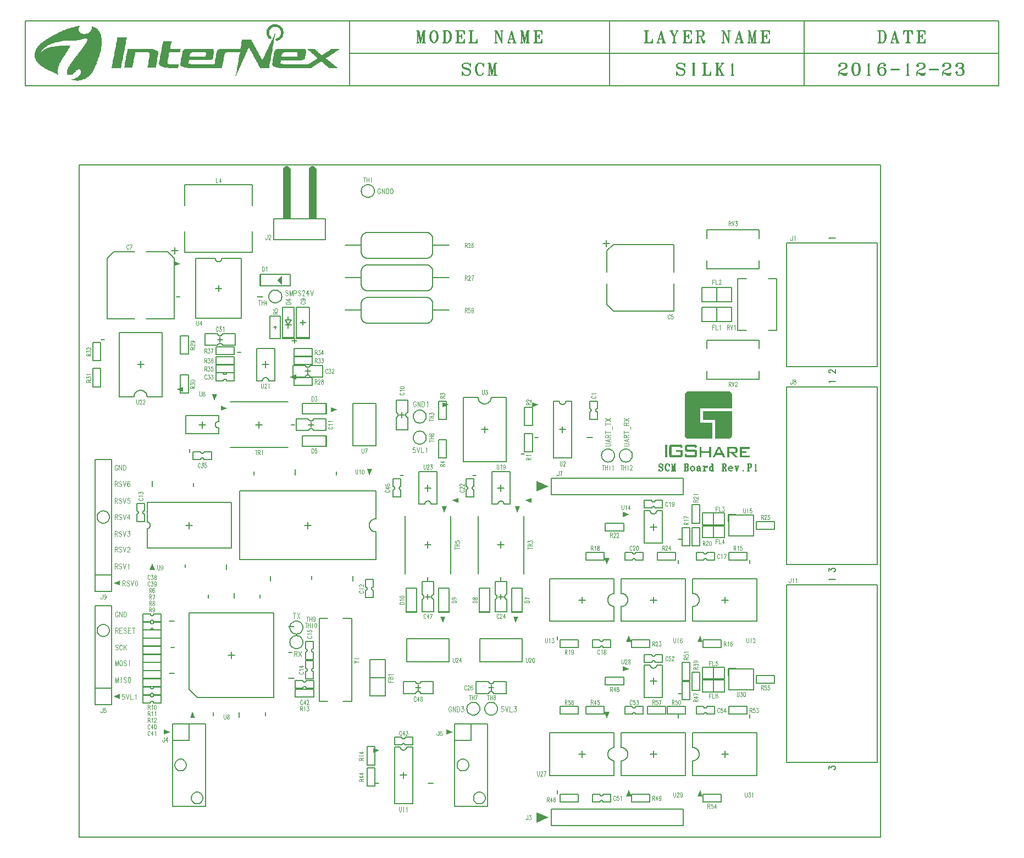
<source format=gbr>
%MOMM*%
%FSLAX33Y33*%
%ADD10C,0.203200*%
%ADD11C,0.120000*%
%ADD12C,0.162560*%
%ADD125C,0.200000*%
%ADD126C,0.152400*%
G90*G71*G01*D02*G54D10*X0Y0D02*X123500Y0D01*X123500Y103500D01*
X0Y103500D01*X0Y0D01*X17300Y6000D02*X17317Y5824D01*
X17369Y5656D01*X17452Y5500D01*X17564Y5364D01*X17700Y5252D01*
X17856Y5169D01*X18024Y5117D01*X18200Y5100D01*X18376Y5117D01*
X18544Y5169D01*X18700Y5252D01*X18836Y5364D01*X18948Y5500D01*
X19031Y5656D01*X19083Y5824D01*X19100Y6000D01*X19083Y6176D01*
X19031Y6344D01*X18948Y6500D01*X18836Y6636D01*X18700Y6748D01*
X18544Y6831D01*X18376Y6883D01*X18200Y6900D01*X18024Y6883D01*
X17856Y6831D01*X17700Y6748D01*X17564Y6636D01*X17452Y6500D01*
X17369Y6344D01*X17317Y6176D01*X17300Y6000D01*X14760Y11080D02*
X14777Y10904D01*X14829Y10736D01*X14912Y10580D01*X15024Y10444D01*
X15160Y10332D01*X15316Y10249D01*X15484Y10197D01*X15660Y10180D01*
X15836Y10197D01*X16004Y10249D01*X16160Y10332D01*X16296Y10444D01*
X16408Y10580D01*X16491Y10736D01*X16543Y10904D01*X16560Y11080D01*
X16543Y11256D01*X16491Y11424D01*X16408Y11580D01*X16296Y11716D01*
X16160Y11828D01*X16004Y11911D01*X15836Y11963D01*X15660Y11980D01*
X15484Y11963D01*X15316Y11911D01*X15160Y11828D01*X15024Y11716D01*
X14912Y11580D01*X14829Y11424D01*X14777Y11256D01*X14760Y11080D01*
X16930Y17430D02*X16930Y14890D01*X14390Y14890D01*X19470Y17430D02*
X14390Y17430D01*X14390Y4730D01*X19470Y4730D01*X19470Y17430D01*
X53800Y8230D02*X54600Y8230D01*X45700Y8230D02*X46200Y8230D01*
X51400Y13875D02*X51400Y5125D01*X48600Y5125D01*X48600Y13875D01*
X51400Y13875D02*X50500Y13875D01*X48600Y13875D02*X49500Y13875D01*
X49500Y9500D02*X50500Y9500D01*X50000Y10000D02*X50000Y9000D01*
X50500Y13875D02*X50498Y13826D01*X50490Y13777D01*X50478Y13730D01*
X50462Y13684D01*X50441Y13639D01*X50416Y13597D01*X50387Y13558D01*
X50354Y13521D01*X50317Y13488D01*X50278Y13459D01*X50236Y13434D01*
X50191Y13413D01*X50145Y13397D01*X50098Y13385D01*X50049Y13377D01*
X50000Y13375D01*X49951Y13377D01*X49902Y13385D01*X49855Y13397D01*
X49809Y13413D01*X49764Y13434D01*X49722Y13459D01*X49683Y13488D01*
X49646Y13521D01*X49613Y13558D01*X49584Y13597D01*X49559Y13639D01*
X49538Y13684D01*X49522Y13730D01*X49510Y13777D01*X49502Y13826D01*
X49500Y13875D01*X60800Y6000D02*X60817Y5824D01*X60869Y5656D01*
X60952Y5500D01*X61064Y5364D01*X61200Y5252D01*X61356Y5169D01*
X61524Y5117D01*X61700Y5100D01*X61876Y5117D01*X62044Y5169D01*
X62200Y5252D01*X62336Y5364D01*X62448Y5500D01*X62531Y5656D01*
X62583Y5824D01*X62600Y6000D01*X62583Y6176D01*X62531Y6344D01*
X62448Y6500D01*X62336Y6636D01*X62200Y6748D01*X62044Y6831D01*
X61876Y6883D01*X61700Y6900D01*X61524Y6883D01*X61356Y6831D01*
X61200Y6748D01*X61064Y6636D01*X60952Y6500D01*X60869Y6344D01*
X60817Y6176D01*X60800Y6000D01*X58260Y11080D02*X58277Y10904D01*
X58329Y10736D01*X58412Y10580D01*X58524Y10444D01*X58660Y10332D01*
X58816Y10249D01*X58984Y10197D01*X59160Y10180D01*X59336Y10197D01*
X59504Y10249D01*X59660Y10332D01*X59796Y10444D01*X59908Y10580D01*
X59991Y10736D01*X60043Y10904D01*X60060Y11080D01*X60043Y11256D01*
X59991Y11424D01*X59908Y11580D01*X59796Y11716D01*X59660Y11828D01*
X59504Y11911D01*X59336Y11963D01*X59160Y11980D01*X58984Y11963D01*
X58816Y11911D01*X58660Y11828D01*X58524Y11716D01*X58412Y11580D01*
X58329Y11424D01*X58277Y11256D01*X58260Y11080D01*X60430Y17430D02*
X60430Y14890D01*X57890Y14890D01*X62970Y17430D02*X57890Y17430D01*
X57890Y4730D01*X62970Y4730D01*X62970Y17430D01*X78000Y12750D02*
X77000Y12750D01*X77500Y13250D02*X77500Y12250D01*X82455Y16050D02*
X82455Y13750D01*X82455Y9450D02*X82455Y11750D01*X82455Y9450D02*
X72545Y9450D01*X72545Y16050D01*X82455Y16050D01*X73690Y7150D02*
X73690Y6650D01*X82455Y11750D02*X82357Y11755D01*X82260Y11769D01*
X82165Y11793D01*X82072Y11826D01*X81984Y11868D01*X81899Y11919D01*
X81821Y11977D01*X81748Y12043D01*X81682Y12116D01*X81624Y12194D01*
X81573Y12279D01*X81531Y12367D01*X81498Y12460D01*X81474Y12555D01*
X81460Y12652D01*X81455Y12750D01*X81460Y12848D01*X81474Y12945D01*
X81498Y13040D01*X81531Y13133D01*X81573Y13221D01*X81624Y13306D01*
X81682Y13384D01*X81748Y13457D01*X81821Y13523D01*X81899Y13581D01*
X81984Y13632D01*X82072Y13674D01*X82165Y13707D01*X82260Y13731D01*
X82357Y13745D01*X82455Y13750D01*X88000Y12750D02*X89000Y12750D01*
X88500Y12250D02*X88500Y13250D01*X83545Y9450D02*X83545Y11750D01*
X83545Y16050D02*X83545Y13750D01*X83545Y16050D02*X93455Y16050D01*
X93455Y9450D01*X83545Y9450D01*X92310Y18350D02*X92310Y18850D01*
X83545Y13750D02*X83643Y13745D01*X83740Y13731D01*X83835Y13707D01*
X83928Y13674D01*X84016Y13632D01*X84101Y13581D01*X84179Y13523D01*
X84252Y13457D01*X84318Y13384D01*X84376Y13306D01*X84427Y13221D01*
X84469Y13133D01*X84502Y13040D01*X84526Y12945D01*X84540Y12848D01*
X84545Y12750D01*X84540Y12652D01*X84526Y12555D01*X84502Y12460D01*
X84469Y12367D01*X84427Y12279D01*X84376Y12194D01*X84318Y12116D01*
X84252Y12043D01*X84179Y11977D01*X84101Y11919D01*X84016Y11868D01*
X83928Y11826D01*X83835Y11793D01*X83740Y11769D01*X83643Y11755D01*
X83545Y11750D01*X99000Y12750D02*X100000Y12750D01*X99500Y12250D02*
X99500Y13250D01*X94545Y9450D02*X94545Y11750D01*X94545Y16050D02*
X94545Y13750D01*X94545Y16050D02*X104455Y16050D01*X104455Y9450D01*
X94545Y9450D01*X103310Y18350D02*X103310Y18850D01*X94545Y13750D02*
X94643Y13745D01*X94740Y13731D01*X94835Y13707D01*X94928Y13674D01*
X95016Y13632D01*X95101Y13581D01*X95179Y13523D01*X95252Y13457D01*
X95318Y13384D01*X95376Y13306D01*X95427Y13221D01*X95469Y13133D01*
X95502Y13040D01*X95526Y12945D01*X95540Y12848D01*X95545Y12750D01*
X95540Y12652D01*X95526Y12555D01*X95502Y12460D01*X95469Y12367D01*
X95427Y12279D01*X95376Y12194D01*X95318Y12116D01*X95252Y12043D01*
X95179Y11977D01*X95101Y11919D01*X95016Y11868D01*X94928Y11826D01*
X94835Y11793D01*X94740Y11769D01*X94643Y11755D01*X94545Y11750D01*
X123000Y38800D02*X109000Y38800D01*X109000Y11500D01*X123000Y11500D01*
X123000Y38800D01*X2800Y31810D02*X2818Y31625D01*X2872Y31446D01*
X2960Y31282D01*X3078Y31138D01*X3222Y31020D01*X3386Y30932D01*
X3565Y30878D01*X3750Y30860D01*X3935Y30878D01*X4114Y30932D01*
X4278Y31020D01*X4422Y31138D01*X4540Y31282D01*X4628Y31446D01*
X4682Y31625D01*X4700Y31810D01*X4682Y31995D01*X4628Y32174D01*
X4540Y32338D01*X4422Y32482D01*X4278Y32600D01*X4114Y32688D01*
X3935Y32742D01*X3750Y32760D01*X3565Y32742D01*X3386Y32688D01*
X3222Y32600D01*X3078Y32482D01*X2960Y32338D01*X2872Y32174D01*
X2818Y31995D01*X2800Y31810D01*X2500Y20380D02*X5000Y20380D01*
X5000Y35620D01*X2500Y35620D01*X2500Y20380D01*X2500Y22920D02*
X5020Y22920D01*X28700Y19200D02*X28700Y18700D01*X24700Y19200D02*
X24700Y18400D01*X20700Y19200D02*X20700Y18700D01*X32300Y28400D02*
X32800Y28400D01*X32300Y24400D02*X33100Y24400D01*X27900Y36800D02*
X27900Y37300D01*X14700Y33200D02*X13900Y33200D01*X14700Y29200D02*
X14200Y29200D01*X14700Y25200D02*X13900Y25200D01*X23900Y36800D02*
X23900Y37600D01*X19900Y36800D02*X19900Y37300D01*X32300Y32400D02*
X33100Y32400D01*X17000Y34500D02*X30000Y34500D01*X30000Y21500D01*
X18250Y21500D01*X17000Y22750D01*X17000Y34500D01*X23000Y28000D02*
X24000Y28000D01*X23500Y27500D02*X23500Y28500D01*X59750Y19750D02*
X59769Y19555D01*X59826Y19367D01*X59919Y19194D01*X60043Y19043D01*
X60194Y18919D01*X60367Y18826D01*X60555Y18769D01*X60750Y18750D01*
X60945Y18769D01*X61133Y18826D01*X61306Y18919D01*X61457Y19043D01*
X61581Y19194D01*X61674Y19367D01*X61731Y19555D01*X61750Y19750D01*
X61731Y19945D01*X61674Y20133D01*X61581Y20306D01*X61457Y20457D01*
X61306Y20581D01*X61133Y20674D01*X60945Y20731D01*X60750Y20750D01*
X60555Y20731D01*X60367Y20674D01*X60194Y20581D01*X60043Y20457D01*
X59919Y20306D01*X59826Y20133D01*X59769Y19945D01*X59750Y19750D01*
X62500Y19750D02*X62519Y19555D01*X62576Y19367D01*X62669Y19194D01*
X62793Y19043D01*X62944Y18919D01*X63117Y18826D01*X63305Y18769D01*
X63500Y18750D01*X63695Y18769D01*X63883Y18826D01*X64056Y18919D01*
X64207Y19043D01*X64331Y19194D01*X64424Y19367D01*X64481Y19555D01*
X64500Y19750D01*X64481Y19945D01*X64424Y20133D01*X64331Y20306D01*
X64207Y20457D01*X64056Y20581D01*X63883Y20674D01*X63695Y20731D01*
X63500Y20750D01*X63305Y20731D01*X63117Y20674D01*X62944Y20581D01*
X62793Y20457D01*X62669Y20306D01*X62576Y20133D01*X62519Y19945D01*
X62500Y19750D01*X92300Y22095D02*X92800Y22095D01*X89900Y26500D02*
X89900Y21500D01*X87100Y21500D01*X87100Y26500D01*X89900Y26500D02*
X89000Y26500D01*X87100Y26500D02*X88000Y26500D01*X88000Y24000D02*
X89000Y24000D01*X88500Y24500D02*X88500Y23500D01*X89000Y26500D02*
X88998Y26451D01*X88990Y26402D01*X88978Y26355D01*X88962Y26309D01*
X88941Y26264D01*X88916Y26222D01*X88887Y26183D01*X88854Y26146D01*
X88817Y26113D01*X88778Y26084D01*X88736Y26059D01*X88691Y26038D01*
X88645Y26022D01*X88598Y26010D01*X88549Y26002D01*X88500Y26000D01*
X88451Y26002D01*X88402Y26010D01*X88355Y26022D01*X88309Y26038D01*
X88264Y26059D01*X88222Y26084D01*X88183Y26113D01*X88146Y26146D01*
X88113Y26183D01*X88084Y26222D01*X88059Y26264D01*X88038Y26309D01*
X88022Y26355D01*X88010Y26402D01*X88002Y26451D01*X88000Y26500D01*
X49950Y23900D02*X49950Y22100D01*X49950Y23900D02*X51850Y23900D01*
X52650Y23900D02*X54550Y23900D01*X54550Y23900D02*X54550Y22100D01*
X54550Y22100D02*X52650Y22100D01*X51850Y22100D02*X49950Y22100D01*
X52650Y23000D02*X51850Y23000D01*X52250Y22600D02*X52250Y23400D01*
X51850Y22100D02*X51860Y22133D01*X51872Y22165D01*X51887Y22195D01*
X51904Y22225D01*X51924Y22253D01*X51946Y22279D01*X51970Y22303D01*
X51996Y22325D01*X52024Y22345D01*X52053Y22362D01*X52084Y22377D01*
X52116Y22390D01*X52149Y22400D01*X52182Y22407D01*X52216Y22411D01*
X52250Y22412D01*X52284Y22411D01*X52318Y22407D01*X52351Y22400D01*
X52384Y22390D01*X52416Y22377D01*X52447Y22362D01*X52476Y22345D01*
X52504Y22325D01*X52530Y22303D01*X52554Y22279D01*X52576Y22253D01*
X52596Y22225D01*X52613Y22195D01*X52628Y22165D01*X52640Y22133D01*
X52650Y22100D01*X52650Y23900D02*X52639Y23868D01*X52626Y23837D01*
X52611Y23808D01*X52593Y23780D01*X52572Y23753D01*X52550Y23728D01*
X52526Y23705D01*X52500Y23683D01*X52472Y23664D01*X52443Y23648D01*
X52413Y23633D01*X52382Y23621D01*X52350Y23612D01*X52317Y23605D01*
X52283Y23601D01*X52250Y23600D01*X52217Y23601D01*X52183Y23605D01*
X52150Y23612D01*X52118Y23621D01*X52087Y23633D01*X52057Y23648D01*
X52028Y23664D01*X52000Y23683D01*X51974Y23705D01*X51950Y23728D01*
X51928Y23753D01*X51907Y23780D01*X51889Y23808D01*X51874Y23837D01*
X51861Y23868D01*X51850Y23900D01*X44800Y21700D02*X44800Y27300D01*
X47200Y27300D01*X47200Y21700D01*X44800Y21700D01*X44800Y24500D02*
X47200Y24500D01*X57000Y26969D02*X50500Y26969D01*X50500Y30525D01*
X57000Y30525D01*X57000Y26969D01*X61200Y23900D02*X61200Y22100D01*
X61200Y23900D02*X63100Y23900D01*X63900Y23900D02*X65800Y23900D01*
X65800Y23900D02*X65800Y22100D01*X65800Y22100D02*X63900Y22100D01*
X63100Y22100D02*X61200Y22100D01*X63900Y23000D02*X63100Y23000D01*
X63500Y22600D02*X63500Y23400D01*X63100Y22100D02*X63110Y22133D01*
X63122Y22165D01*X63137Y22195D01*X63154Y22225D01*X63174Y22253D01*
X63196Y22279D01*X63220Y22303D01*X63246Y22325D01*X63274Y22345D01*
X63303Y22362D01*X63334Y22377D01*X63366Y22390D01*X63399Y22400D01*
X63432Y22407D01*X63466Y22411D01*X63500Y22412D01*X63534Y22411D01*
X63568Y22407D01*X63601Y22400D01*X63634Y22390D01*X63666Y22377D01*
X63697Y22362D01*X63726Y22345D01*X63754Y22325D01*X63780Y22303D01*
X63804Y22279D01*X63826Y22253D01*X63846Y22225D01*X63863Y22195D01*
X63878Y22165D01*X63890Y22133D01*X63900Y22100D01*X63900Y23900D02*
X63889Y23868D01*X63876Y23837D01*X63861Y23808D01*X63843Y23780D01*
X63822Y23753D01*X63800Y23728D01*X63776Y23705D01*X63750Y23683D01*
X63722Y23664D01*X63693Y23648D01*X63663Y23633D01*X63632Y23621D01*
X63600Y23612D01*X63567Y23605D01*X63533Y23601D01*X63500Y23600D01*
X63467Y23601D01*X63433Y23605D01*X63400Y23612D01*X63368Y23621D01*
X63337Y23633D01*X63307Y23648D01*X63278Y23664D01*X63250Y23683D01*
X63224Y23705D01*X63200Y23728D01*X63178Y23753D01*X63157Y23780D01*
X63139Y23808D01*X63124Y23837D01*X63111Y23868D01*X63100Y23900D01*
X68250Y26969D02*X61750Y26969D01*X61750Y30525D01*X68250Y30525D01*
X68250Y26969D01*X103900Y25850D02*X100100Y25850D01*X100100Y22650D01*
X103900Y22650D01*X103900Y25850D01*X101200Y25950D02*X100000Y25950D01*
X100000Y24850D01*X32500Y32250D02*X32519Y32055D01*X32576Y31867D01*
X32669Y31694D01*X32793Y31543D01*X32944Y31419D01*X33117Y31326D01*
X33305Y31269D01*X33500Y31250D01*X33695Y31269D01*X33883Y31326D01*
X34056Y31419D01*X34207Y31543D01*X34331Y31694D01*X34424Y31867D01*
X34481Y32055D01*X34500Y32250D01*X34481Y32445D01*X34424Y32633D01*
X34331Y32806D01*X34207Y32957D01*X34056Y33081D01*X33883Y33174D01*
X33695Y33231D01*X33500Y33250D01*X33305Y33231D01*X33117Y33174D01*
X32944Y33081D01*X32793Y32957D01*X32669Y32806D01*X32576Y32633D01*
X32519Y32445D01*X32500Y32250D01*X32500Y30000D02*X32519Y29805D01*
X32576Y29617D01*X32669Y29444D01*X32793Y29293D01*X32944Y29169D01*
X33117Y29076D01*X33305Y29019D01*X33500Y29000D01*X33695Y29019D01*
X33883Y29076D01*X34056Y29169D01*X34207Y29293D01*X34331Y29444D01*
X34424Y29617D01*X34481Y29805D01*X34500Y30000D01*X34481Y30195D01*
X34424Y30383D01*X34331Y30556D01*X34207Y30707D01*X34056Y30831D01*
X33883Y30924D01*X33695Y30981D01*X33500Y31000D01*X33305Y30981D01*
X33117Y30924D01*X32944Y30831D01*X32793Y30707D01*X32669Y30556D01*
X32576Y30383D01*X32519Y30195D01*X32500Y30000D01*X78000Y36500D02*
X77000Y36500D01*X77500Y37000D02*X77500Y36000D01*X82455Y39800D02*
X82455Y37500D01*X82455Y33200D02*X82455Y35500D01*X82455Y33200D02*
X72545Y33200D01*X72545Y39800D01*X82455Y39800D01*X73690Y30900D02*
X73690Y30400D01*X82455Y35500D02*X82357Y35505D01*X82260Y35519D01*
X82165Y35543D01*X82072Y35576D01*X81984Y35618D01*X81899Y35669D01*
X81821Y35727D01*X81748Y35793D01*X81682Y35866D01*X81624Y35944D01*
X81573Y36029D01*X81531Y36117D01*X81498Y36210D01*X81474Y36305D01*
X81460Y36402D01*X81455Y36500D01*X81460Y36598D01*X81474Y36695D01*
X81498Y36790D01*X81531Y36883D01*X81573Y36971D01*X81624Y37056D01*
X81682Y37134D01*X81748Y37207D01*X81821Y37273D01*X81899Y37331D01*
X81984Y37382D01*X82072Y37424D01*X82165Y37457D01*X82260Y37481D01*
X82357Y37495D01*X82455Y37500D01*X88000Y36500D02*X89000Y36500D01*
X88500Y36000D02*X88500Y37000D01*X83545Y33200D02*X83545Y35500D01*
X83545Y39800D02*X83545Y37500D01*X83545Y39800D02*X93455Y39800D01*
X93455Y33200D01*X83545Y33200D01*X92310Y42100D02*X92310Y42600D01*
X83545Y37500D02*X83643Y37495D01*X83740Y37481D01*X83835Y37457D01*
X83928Y37424D01*X84016Y37382D01*X84101Y37331D01*X84179Y37273D01*
X84252Y37207D01*X84318Y37134D01*X84376Y37056D01*X84427Y36971D01*
X84469Y36883D01*X84502Y36790D01*X84526Y36695D01*X84540Y36598D01*
X84545Y36500D01*X84540Y36402D01*X84526Y36305D01*X84502Y36210D01*
X84469Y36117D01*X84427Y36029D01*X84376Y35944D01*X84318Y35866D01*
X84252Y35793D01*X84179Y35727D01*X84101Y35669D01*X84016Y35618D01*
X83928Y35576D01*X83835Y35543D01*X83740Y35519D01*X83643Y35505D01*
X83545Y35500D01*X99000Y36500D02*X100000Y36500D01*X99500Y36000D02*
X99500Y37000D01*X94545Y33200D02*X94545Y35500D01*X94545Y39800D02*
X94545Y37500D01*X94545Y39800D02*X104455Y39800D01*X104455Y33200D01*
X94545Y33200D01*X103310Y42100D02*X103310Y42600D01*X94545Y37500D02*
X94643Y37495D01*X94740Y37481D01*X94835Y37457D01*X94928Y37424D01*
X95016Y37382D01*X95101Y37331D01*X95179Y37273D01*X95252Y37207D01*
X95318Y37134D01*X95376Y37056D01*X95427Y36971D01*X95469Y36883D01*
X95502Y36790D01*X95526Y36695D01*X95540Y36598D01*X95545Y36500D01*
X95540Y36402D01*X95526Y36305D01*X95502Y36210D01*X95469Y36117D01*
X95427Y36029D01*X95376Y35944D01*X95318Y35866D01*X95252Y35793D01*
X95179Y35727D01*X95101Y35669D01*X95016Y35618D01*X94928Y35576D01*
X94835Y35543D01*X94740Y35519D01*X94643Y35505D01*X94545Y35500D01*
X2800Y49270D02*X2818Y49085D01*X2872Y48906D01*X2960Y48742D01*
X3078Y48598D01*X3222Y48480D01*X3386Y48392D01*X3565Y48338D01*
X3750Y48320D01*X3935Y48338D01*X4114Y48392D01*X4278Y48480D01*
X4422Y48598D01*X4540Y48742D01*X4628Y48906D01*X4682Y49085D01*
X4700Y49270D01*X4682Y49455D01*X4628Y49634D01*X4540Y49798D01*
X4422Y49942D01*X4278Y50060D01*X4114Y50148D01*X3935Y50202D01*
X3750Y50220D01*X3565Y50202D01*X3386Y50148D01*X3222Y50060D01*
X3078Y49942D01*X2960Y49798D01*X2872Y49634D01*X2818Y49455D01*
X2800Y49270D01*X2480Y37840D02*X5020Y37840D01*X5020Y58160D01*
X2480Y58160D01*X2480Y37840D01*X2480Y40380D02*X5020Y40380D01*
X50450Y34600D02*X52050Y34600D01*X52050Y38300D01*X50450Y38300D01*
X50450Y34600D01*X50450Y34700D02*X52050Y34700D01*X52850Y34700D02*
X54650Y34700D01*X52850Y34700D02*X52850Y36600D01*X52850Y37400D02*
X52850Y39300D01*X52850Y39300D02*X54650Y39300D01*X54650Y39300D02*
X54650Y37400D01*X54650Y36600D02*X54650Y34700D01*X53750Y37400D02*
X53750Y36600D01*X54150Y37000D02*X53350Y37000D01*X54650Y36600D02*
X54617Y36610D01*X54585Y36622D01*X54555Y36637D01*X54525Y36654D01*
X54497Y36674D01*X54471Y36696D01*X54447Y36720D01*X54425Y36746D01*
X54405Y36774D01*X54388Y36803D01*X54373Y36834D01*X54360Y36866D01*
X54350Y36899D01*X54343Y36932D01*X54339Y36966D01*X54338Y37000D01*
X54339Y37034D01*X54343Y37068D01*X54350Y37101D01*X54360Y37134D01*
X54373Y37166D01*X54388Y37197D01*X54405Y37226D01*X54425Y37254D01*
X54447Y37280D01*X54471Y37304D01*X54497Y37326D01*X54525Y37346D01*
X54555Y37363D01*X54585Y37378D01*X54617Y37390D01*X54650Y37400D01*
X52850Y37400D02*X52882Y37389D01*X52913Y37376D01*X52942Y37361D01*
X52971Y37343D01*X52997Y37322D01*X53022Y37300D01*X53046Y37276D01*
X53067Y37250D01*X53086Y37222D01*X53102Y37193D01*X53117Y37163D01*
X53129Y37132D01*X53138Y37100D01*X53145Y37067D01*X53149Y37033D01*
X53150Y37000D01*X53149Y36967D01*X53145Y36933D01*X53138Y36900D01*
X53129Y36868D01*X53117Y36837D01*X53102Y36807D01*X53086Y36778D01*
X53067Y36750D01*X53046Y36724D01*X53022Y36700D01*X52997Y36678D01*
X52971Y36657D01*X52942Y36639D01*X52913Y36624D01*X52882Y36611D01*
X52850Y36600D01*X55450Y34600D02*X57050Y34600D01*X57050Y38300D01*
X55450Y38300D01*X55450Y34600D01*X55450Y34700D02*X57050Y34700D01*
X64100Y34700D02*X65900Y34700D01*X64100Y34700D02*X64100Y36600D01*
X64100Y37400D02*X64100Y39300D01*X64100Y39300D02*X65900Y39300D01*
X65900Y39300D02*X65900Y37400D01*X65900Y36600D02*X65900Y34700D01*
X65000Y37400D02*X65000Y36600D01*X65400Y37000D02*X64600Y37000D01*
X65900Y36600D02*X65867Y36610D01*X65835Y36622D01*X65805Y36637D01*
X65775Y36654D01*X65747Y36674D01*X65721Y36696D01*X65697Y36720D01*
X65675Y36746D01*X65655Y36774D01*X65638Y36803D01*X65623Y36834D01*
X65610Y36866D01*X65600Y36899D01*X65593Y36932D01*X65589Y36966D01*
X65588Y37000D01*X65589Y37034D01*X65593Y37068D01*X65600Y37101D01*
X65610Y37134D01*X65623Y37166D01*X65638Y37197D01*X65655Y37226D01*
X65675Y37254D01*X65697Y37280D01*X65721Y37304D01*X65747Y37326D01*
X65775Y37346D01*X65805Y37363D01*X65835Y37378D01*X65867Y37390D01*
X65900Y37400D01*X64100Y37400D02*X64132Y37389D01*X64163Y37376D01*
X64192Y37361D01*X64221Y37343D01*X64247Y37322D01*X64272Y37300D01*
X64296Y37276D01*X64317Y37250D01*X64336Y37222D01*X64352Y37193D01*
X64367Y37163D01*X64379Y37132D01*X64388Y37100D01*X64395Y37067D01*
X64399Y37033D01*X64400Y37000D01*X64399Y36967D01*X64395Y36933D01*
X64388Y36900D01*X64379Y36868D01*X64367Y36837D01*X64352Y36807D01*
X64336Y36778D01*X64317Y36750D01*X64296Y36724D01*X64272Y36700D01*
X64247Y36678D01*X64221Y36657D01*X64192Y36639D01*X64163Y36624D01*
X64132Y36611D01*X64100Y36600D01*X66700Y34600D02*X68300Y34600D01*
X68300Y38300D01*X66700Y38300D01*X66700Y34600D01*X66700Y34700D02*
X68300Y34700D01*X61700Y34600D02*X63300Y34600D01*X63300Y38300D01*
X61700Y38300D01*X61700Y34600D01*X61700Y34700D02*X63300Y34700D01*
X22715Y41200D02*X22715Y42000D01*X17635Y54000D02*X17635Y54500D01*
X11285Y54000D02*X11285Y54800D01*X16365Y41500D02*X16365Y42000D01*
X10500Y48500D02*X10549Y48498D01*X10598Y48490D01*X10645Y48478D01*
X10691Y48462D01*X10736Y48441D01*X10778Y48416D01*X10817Y48387D01*
X10854Y48354D01*X10887Y48317D01*X10916Y48278D01*X10941Y48236D01*
X10962Y48191D01*X10978Y48145D01*X10990Y48098D01*X10998Y48049D01*
X11000Y48000D01*X10998Y47951D01*X10990Y47902D01*X10978Y47855D01*
X10962Y47809D01*X10941Y47764D01*X10916Y47722D01*X10887Y47683D01*
X10854Y47646D01*X10817Y47613D01*X10778Y47584D01*X10736Y47559D01*
X10691Y47538D01*X10645Y47522D01*X10598Y47510D01*X10549Y47502D01*
X10500Y47500D01*X16500Y48000D02*X17500Y48000D01*X17000Y48500D02*
X17000Y47500D01*X23500Y51500D02*X10500Y51500D01*X23500Y44500D02*
X23500Y51500D01*X10500Y44500D02*X23500Y44500D01*X10500Y51500D02*
X10500Y48500D01*X10500Y47500D02*X10500Y44500D01*X42235Y39400D02*
X42235Y40200D01*X29535Y39400D02*X29535Y40200D01*X35885Y39700D02*
X35885Y40200D01*X26995Y56300D02*X26995Y55800D01*X33345Y56600D02*
X33345Y55800D01*X39695Y56300D02*X39695Y55800D01*X35750Y48000D02*
X34750Y48000D01*X35250Y48500D02*X35250Y47500D01*X45725Y49000D02*
X45725Y53300D01*X24775Y53300D01*X24775Y42700D01*X45725Y42700D01*
X45725Y47000D01*X45725Y47000D02*X45627Y47005D01*X45530Y47019D01*
X45435Y47043D01*X45342Y47076D01*X45254Y47118D01*X45169Y47169D01*
X45091Y47227D01*X45018Y47293D01*X44952Y47366D01*X44894Y47444D01*
X44843Y47529D01*X44801Y47617D01*X44768Y47710D01*X44744Y47805D01*
X44730Y47902D01*X44725Y48000D01*X44730Y48098D01*X44744Y48195D01*
X44768Y48290D01*X44801Y48383D01*X44843Y48471D01*X44894Y48556D01*
X44952Y48634D01*X45018Y48707D01*X45091Y48773D01*X45169Y48831D01*
X45254Y48882D01*X45342Y48924D01*X45435Y48957D01*X45530Y48981D01*
X45627Y48995D01*X45725Y49000D01*X50255Y40555D02*X50255Y49445D01*
X53750Y40000D02*X53750Y39500D01*X57245Y40555D02*X57245Y49445D01*
X53750Y44500D02*X53750Y45500D01*X54250Y45000D02*X53250Y45000D01*
X61505Y40555D02*X61505Y49445D01*X65000Y40000D02*X65000Y39500D01*
X68495Y40555D02*X68495Y49445D01*X65000Y44500D02*X65000Y45500D01*
X65500Y45000D02*X64500Y45000D01*X92300Y45845D02*X92800Y45845D01*
X89900Y50250D02*X89900Y45250D01*X87100Y45250D01*X87100Y50250D01*
X89900Y50250D02*X89000Y50250D01*X87100Y50250D02*X88000Y50250D01*
X88000Y47750D02*X89000Y47750D01*X88500Y48250D02*X88500Y47250D01*
X89000Y50250D02*X88998Y50201D01*X88990Y50152D01*X88978Y50105D01*
X88962Y50059D01*X88941Y50014D01*X88916Y49972D01*X88887Y49933D01*
X88854Y49896D01*X88817Y49863D01*X88778Y49834D01*X88736Y49809D01*
X88691Y49788D01*X88645Y49772D01*X88598Y49760D01*X88549Y49752D01*
X88500Y49750D01*X88451Y49752D01*X88402Y49760D01*X88355Y49772D01*
X88309Y49788D01*X88264Y49809D01*X88222Y49834D01*X88183Y49863D01*
X88146Y49896D01*X88113Y49933D01*X88084Y49972D01*X88059Y50014D01*
X88038Y50059D01*X88022Y50105D01*X88010Y50152D01*X88002Y50201D01*
X88000Y50250D01*X123000Y69275D02*X109000Y69275D01*X109000Y41975D01*
X123000Y41975D01*X123000Y69275D01*X49950Y55655D02*X49450Y55655D01*
X52350Y51250D02*X52350Y56250D01*X55150Y56250D01*X55150Y51250D01*
X52350Y51250D02*X53250Y51250D01*X55150Y51250D02*X54250Y51250D01*
X54250Y53750D02*X53250Y53750D01*X53750Y53250D02*X53750Y54250D01*
X53250Y51250D02*X53252Y51299D01*X53260Y51348D01*X53272Y51395D01*
X53288Y51441D01*X53309Y51486D01*X53334Y51528D01*X53363Y51567D01*
X53396Y51604D01*X53433Y51637D01*X53472Y51666D01*X53514Y51691D01*
X53559Y51712D01*X53605Y51728D01*X53652Y51740D01*X53701Y51748D01*
X53750Y51750D01*X53799Y51748D01*X53848Y51740D01*X53895Y51728D01*
X53941Y51712D01*X53986Y51691D01*X54028Y51666D01*X54067Y51637D01*
X54104Y51604D01*X54137Y51567D01*X54166Y51528D01*X54191Y51486D01*
X54212Y51441D01*X54228Y51395D01*X54240Y51348D01*X54248Y51299D01*
X54250Y51250D01*X61200Y55655D02*X60700Y55655D01*X63600Y51250D02*
X63600Y56250D01*X66400Y56250D01*X66400Y51250D01*X63600Y51250D02*
X64500Y51250D01*X66400Y51250D02*X65500Y51250D01*X65500Y53750D02*
X64500Y53750D01*X65000Y53250D02*X65000Y54250D01*X64500Y51250D02*
X64502Y51299D01*X64510Y51348D01*X64522Y51395D01*X64538Y51441D01*
X64559Y51486D01*X64584Y51528D01*X64613Y51567D01*X64646Y51604D01*
X64683Y51637D01*X64722Y51666D01*X64764Y51691D01*X64809Y51712D01*
X64855Y51728D01*X64902Y51740D01*X64951Y51748D01*X65000Y51750D01*
X65049Y51748D01*X65098Y51740D01*X65145Y51728D01*X65191Y51712D01*
X65236Y51691D01*X65278Y51666D01*X65317Y51637D01*X65354Y51604D01*
X65387Y51567D01*X65416Y51528D01*X65441Y51486D01*X65462Y51441D01*
X65478Y51395D01*X65490Y51348D01*X65498Y51299D01*X65500Y51250D01*
X103900Y49600D02*X100100Y49600D01*X100100Y46400D01*X103900Y46400D01*
X103900Y49600D01*X101200Y49700D02*X100000Y49700D01*X100000Y48600D01*
X17095Y59700D02*X17095Y59200D01*X21500Y62100D02*X16500Y62100D01*
X16500Y64900D01*X21500Y64900D01*X21500Y62100D02*X21500Y63000D01*
X21500Y64900D02*X21500Y64000D01*X19000Y64000D02*X19000Y63000D01*
X19500Y63500D02*X18500Y63500D01*X21500Y63000D02*X21451Y63002D01*
X21402Y63010D01*X21355Y63022D01*X21309Y63038D01*X21264Y63059D01*
X21222Y63084D01*X21183Y63113D01*X21146Y63146D01*X21113Y63183D01*
X21084Y63222D01*X21059Y63264D01*X21038Y63309D01*X21022Y63355D01*
X21010Y63402D01*X21002Y63451D01*X21000Y63500D01*X21002Y63549D01*
X21010Y63598D01*X21022Y63645D01*X21038Y63691D01*X21059Y63736D01*
X21084Y63778D01*X21113Y63817D01*X21146Y63854D01*X21183Y63887D01*
X21222Y63916D01*X21264Y63941D01*X21309Y63962D01*X21355Y63978D01*
X21402Y63990D01*X21451Y63998D01*X21500Y64000D01*X32195Y60005D02*
X23305Y60005D01*X32750Y63500D02*X33250Y63500D01*X32195Y66995D02*
X23305Y66995D01*X28250Y63500D02*X27250Y63500D01*X27750Y64000D02*
X27750Y63000D01*X38150Y60200D02*X38150Y61800D01*X34450Y61800D01*
X34450Y60200D01*X38150Y60200D01*X38050Y60200D02*X38050Y61800D01*
X45781Y66750D02*X45781Y60250D01*X42225Y60250D01*X42225Y66750D01*
X45781Y66750D01*X62500Y63250D02*X62500Y62250D01*X62000Y62750D02*
X63000Y62750D01*X59200Y67705D02*X61500Y67705D01*X65800Y67705D02*
X63500Y67705D01*X65800Y67705D02*X65800Y57795D01*X59200Y57795D01*
X59200Y67705D01*X68100Y58940D02*X68600Y58940D01*X63500Y67705D02*
X63495Y67607D01*X63481Y67510D01*X63457Y67415D01*X63424Y67322D01*
X63382Y67234D01*X63331Y67149D01*X63273Y67071D01*X63207Y66998D01*
X63134Y66932D01*X63056Y66874D01*X62971Y66823D01*X62883Y66781D01*
X62790Y66748D01*X62695Y66724D01*X62598Y66710D01*X62500Y66705D01*
X62402Y66710D01*X62305Y66724D01*X62210Y66748D01*X62117Y66781D01*
X62029Y66823D01*X61944Y66874D01*X61866Y66932D01*X61793Y66998D01*
X61727Y67071D01*X61669Y67149D01*X61618Y67234D01*X61576Y67322D01*
X61543Y67415D01*X61519Y67510D01*X61505Y67607D01*X61500Y67705D01*
X78300Y61480D02*X79100Y61480D01*X70200Y61480D02*X70700Y61480D01*
X75900Y67125D02*X75900Y58375D01*X73100Y58375D01*X73100Y67125D01*
X75900Y67125D02*X75000Y67125D01*X73100Y67125D02*X74000Y67125D01*
X74000Y62750D02*X75000Y62750D01*X74500Y63250D02*X74500Y62250D01*
X75000Y67125D02*X74998Y67076D01*X74990Y67027D01*X74978Y66980D01*
X74962Y66934D01*X74941Y66889D01*X74916Y66847D01*X74887Y66808D01*
X74854Y66771D01*X74817Y66738D01*X74778Y66709D01*X74736Y66684D01*
X74691Y66663D01*X74645Y66647D01*X74598Y66635D01*X74549Y66627D01*
X74500Y66625D01*X74451Y66627D01*X74402Y66635D01*X74355Y66647D01*
X74309Y66663D01*X74264Y66684D01*X74222Y66709D01*X74183Y66738D01*
X74146Y66771D01*X74113Y66808D01*X74084Y66847D01*X74059Y66889D01*
X74038Y66934D01*X74022Y66980D01*X74010Y67027D01*X74002Y67076D01*
X74000Y67125D01*X80500Y58750D02*X80519Y58555D01*X80576Y58367D01*
X80669Y58194D01*X80793Y58043D01*X80944Y57919D01*X81117Y57826D01*
X81305Y57769D01*X81500Y57750D01*X81695Y57769D01*X81883Y57826D01*
X82056Y57919D01*X82207Y58043D01*X82331Y58194D01*X82424Y58367D01*
X82481Y58555D01*X82500Y58750D01*X82481Y58945D01*X82424Y59133D01*
X82331Y59306D01*X82207Y59457D01*X82056Y59581D01*X81883Y59674D01*
X81695Y59731D01*X81500Y59750D01*X81305Y59731D01*X81117Y59674D01*
X80944Y59581D01*X80793Y59457D01*X80669Y59306D01*X80576Y59133D01*
X80519Y58945D01*X80500Y58750D01*X83250Y58750D02*X83269Y58555D01*
X83326Y58367D01*X83419Y58194D01*X83543Y58043D01*X83694Y57919D01*
X83867Y57826D01*X84055Y57769D01*X84250Y57750D01*X84445Y57769D01*
X84633Y57826D01*X84806Y57919D01*X84957Y58043D01*X85081Y58194D01*
X85174Y58367D01*X85231Y58555D01*X85250Y58750D01*X85231Y58945D01*
X85174Y59133D01*X85081Y59306D01*X84957Y59457D01*X84806Y59581D01*
X84633Y59674D01*X84445Y59731D01*X84250Y59750D01*X84055Y59731D01*
X83867Y59674D01*X83694Y59581D01*X83543Y59457D01*X83419Y59306D01*
X83326Y59133D01*X83269Y58945D01*X83250Y58750D01*X38050Y62600D02*
X38050Y64400D01*X38050Y62600D02*X36150Y62600D01*X35350Y62600D02*
X33450Y62600D01*X33450Y62600D02*X33450Y64400D01*X33450Y64400D02*
X35350Y64400D01*X36150Y64400D02*X38050Y64400D01*X35350Y63500D02*
X36150Y63500D01*X35750Y63900D02*X35750Y63100D01*X36150Y64400D02*
X36140Y64367D01*X36128Y64335D01*X36113Y64305D01*X36096Y64275D01*
X36076Y64247D01*X36054Y64221D01*X36030Y64197D01*X36004Y64175D01*
X35976Y64155D01*X35947Y64138D01*X35916Y64123D01*X35884Y64110D01*
X35851Y64100D01*X35818Y64093D01*X35784Y64089D01*X35750Y64088D01*
X35716Y64089D01*X35682Y64093D01*X35649Y64100D01*X35616Y64110D01*
X35584Y64123D01*X35553Y64138D01*X35524Y64155D01*X35496Y64175D01*
X35470Y64197D01*X35446Y64221D01*X35424Y64247D01*X35404Y64275D01*
X35387Y64305D01*X35372Y64335D01*X35360Y64367D01*X35350Y64400D01*
X35350Y62600D02*X35361Y62632D01*X35374Y62663D01*X35389Y62692D01*
X35407Y62721D01*X35428Y62747D01*X35450Y62772D01*X35474Y62796D01*
X35500Y62817D01*X35528Y62836D01*X35557Y62852D01*X35587Y62867D01*
X35618Y62879D01*X35650Y62888D01*X35683Y62895D01*X35717Y62899D01*
X35750Y62900D01*X35783Y62899D01*X35817Y62895D01*X35850Y62888D01*
X35882Y62879D01*X35913Y62867D01*X35943Y62852D01*X35972Y62836D01*
X36000Y62817D01*X36026Y62796D01*X36050Y62772D01*X36072Y62747D01*
X36093Y62721D01*X36111Y62692D01*X36126Y62663D01*X36139Y62632D01*
X36150Y62600D01*X38150Y65200D02*X38150Y66800D01*X34450Y66800D01*
X34450Y65200D01*X38150Y65200D01*X38050Y65200D02*X38050Y66800D01*
X50650Y67300D02*X48850Y67300D01*X50650Y67300D02*X50650Y65400D01*
X50650Y64600D02*X50650Y62700D01*X50650Y62700D02*X48850Y62700D01*
X48850Y62700D02*X48850Y64600D01*X48850Y65400D02*X48850Y67300D01*
X49750Y64600D02*X49750Y65400D01*X49350Y65000D02*X50150Y65000D01*
X48850Y65400D02*X48883Y65390D01*X48915Y65378D01*X48945Y65363D01*
X48975Y65346D01*X49003Y65326D01*X49029Y65304D01*X49053Y65280D01*
X49075Y65254D01*X49095Y65226D01*X49112Y65197D01*X49127Y65166D01*
X49140Y65134D01*X49150Y65101D01*X49157Y65068D01*X49161Y65034D01*
X49162Y65000D01*X49161Y64966D01*X49157Y64932D01*X49150Y64899D01*
X49140Y64866D01*X49127Y64834D01*X49112Y64803D01*X49095Y64774D01*
X49075Y64746D01*X49053Y64720D01*X49029Y64696D01*X49003Y64674D01*
X48975Y64654D01*X48945Y64637D01*X48915Y64622D01*X48883Y64610D01*
X48850Y64600D01*X50650Y64600D02*X50618Y64611D01*X50587Y64624D01*
X50558Y64639D01*X50530Y64657D01*X50503Y64678D01*X50478Y64700D01*
X50455Y64724D01*X50433Y64750D01*X50414Y64778D01*X50398Y64807D01*
X50383Y64837D01*X50371Y64868D01*X50362Y64900D01*X50355Y64933D01*
X50351Y64967D01*X50350Y65000D01*X50351Y65033D01*X50355Y65067D01*
X50362Y65100D01*X50371Y65132D01*X50383Y65163D01*X50398Y65193D01*
X50414Y65222D01*X50433Y65250D01*X50455Y65276D01*X50478Y65300D01*
X50503Y65322D01*X50530Y65343D01*X50558Y65361D01*X50587Y65376D01*
X50618Y65389D01*X50650Y65400D01*X51500Y64750D02*X51519Y64555D01*
X51576Y64367D01*X51669Y64194D01*X51793Y64043D01*X51944Y63919D01*
X52117Y63826D01*X52305Y63769D01*X52500Y63750D01*X52695Y63769D01*
X52883Y63826D01*X53056Y63919D01*X53207Y64043D01*X53331Y64194D01*
X53424Y64367D01*X53481Y64555D01*X53500Y64750D01*X53481Y64945D01*
X53424Y65133D01*X53331Y65306D01*X53207Y65457D01*X53056Y65581D01*
X52883Y65674D01*X52695Y65731D01*X52500Y65750D01*X52305Y65731D01*
X52117Y65674D01*X51944Y65581D01*X51793Y65457D01*X51669Y65306D01*
X51576Y65133D01*X51519Y64945D01*X51500Y64750D01*X51500Y61500D02*
X51519Y61305D01*X51576Y61117D01*X51669Y60944D01*X51793Y60793D01*
X51944Y60669D01*X52117Y60576D01*X52305Y60519D01*X52500Y60500D01*
X52695Y60519D01*X52883Y60576D01*X53056Y60669D01*X53207Y60793D01*
X53331Y60944D01*X53424Y61117D01*X53481Y61305D01*X53500Y61500D01*
X53481Y61695D01*X53424Y61883D01*X53331Y62056D01*X53207Y62207D01*
X53056Y62331D01*X52883Y62424D01*X52695Y62481D01*X52500Y62500D01*
X52305Y62481D01*X52117Y62424D01*X51944Y62331D01*X51793Y62207D01*
X51669Y62056D01*X51576Y61883D01*X51519Y61695D01*X51500Y61500D01*
X9500Y72250D02*X9500Y73250D01*X10000Y72750D02*X9000Y72750D01*
X12800Y67795D02*X10500Y67795D01*X6200Y67795D02*X8500Y67795D01*
X6200Y67795D02*X6200Y77705D01*X12800Y77705D01*X12800Y67795D01*
X3900Y76560D02*X3400Y76560D01*X8500Y67795D02*X8505Y67893D01*
X8519Y67990D01*X8543Y68085D01*X8576Y68178D01*X8618Y68266D01*
X8669Y68351D01*X8727Y68429D01*X8793Y68502D01*X8866Y68568D01*
X8944Y68626D01*X9029Y68677D01*X9117Y68719D01*X9210Y68752D01*
X9305Y68776D01*X9402Y68790D01*X9500Y68795D01*X9598Y68790D01*
X9695Y68776D01*X9790Y68752D01*X9883Y68719D01*X9971Y68677D01*
X10056Y68626D01*X10134Y68568D01*X10207Y68502D01*X10273Y68429D01*
X10331Y68351D01*X10382Y68266D01*X10424Y68178D01*X10457Y68085D01*
X10481Y67990D01*X10495Y67893D01*X10500Y67795D01*X24950Y74655D02*
X24450Y74655D01*X27350Y70250D02*X27350Y75250D01*X30150Y75250D01*
X30150Y70250D01*X27350Y70250D02*X28250Y70250D01*X30150Y70250D02*
X29250Y70250D01*X29250Y72750D02*X28250Y72750D01*X28750Y72250D02*
X28750Y73250D01*X28250Y70250D02*X28252Y70299D01*X28260Y70348D01*
X28272Y70395D01*X28288Y70441D01*X28309Y70486D01*X28334Y70528D01*
X28363Y70567D01*X28396Y70604D01*X28433Y70637D01*X28472Y70666D01*
X28514Y70691D01*X28559Y70712D01*X28605Y70728D01*X28652Y70740D01*
X28701Y70748D01*X28750Y70750D01*X28799Y70748D01*X28848Y70740D01*
X28895Y70728D01*X28941Y70712D01*X28986Y70691D01*X29028Y70666D01*
X29067Y70637D01*X29104Y70604D01*X29137Y70567D01*X29166Y70528D01*
X29191Y70486D01*X29212Y70441D01*X29228Y70395D01*X29240Y70348D01*
X29248Y70299D01*X29250Y70250D01*X32950Y72650D02*X32950Y70850D01*
X32950Y72650D02*X34850Y72650D01*X35650Y72650D02*X37550Y72650D01*
X37550Y72650D02*X37550Y70850D01*X37550Y70850D02*X35650Y70850D01*
X34850Y70850D02*X32950Y70850D01*X35650Y71750D02*X34850Y71750D01*
X35250Y71350D02*X35250Y72150D01*X34850Y70850D02*X34860Y70883D01*
X34872Y70915D01*X34887Y70945D01*X34904Y70975D01*X34924Y71003D01*
X34946Y71029D01*X34970Y71053D01*X34996Y71075D01*X35024Y71095D01*
X35053Y71112D01*X35084Y71127D01*X35116Y71140D01*X35149Y71150D01*
X35182Y71157D01*X35216Y71161D01*X35250Y71162D01*X35284Y71161D01*
X35318Y71157D01*X35351Y71150D01*X35384Y71140D01*X35416Y71127D01*
X35447Y71112D01*X35476Y71095D01*X35504Y71075D01*X35530Y71053D01*
X35554Y71029D01*X35576Y71003D01*X35596Y70975D01*X35613Y70945D01*
X35628Y70915D01*X35640Y70883D01*X35650Y70850D01*X35650Y72650D02*
X35639Y72618D01*X35626Y72587D01*X35611Y72558D01*X35593Y72530D01*
X35572Y72503D01*X35550Y72478D01*X35526Y72455D01*X35500Y72433D01*
X35472Y72414D01*X35443Y72398D01*X35413Y72383D01*X35382Y72371D01*
X35350Y72362D01*X35317Y72355D01*X35283Y72351D01*X35250Y72350D01*
X35217Y72351D01*X35183Y72355D01*X35150Y72362D01*X35118Y72371D01*
X35087Y72383D01*X35057Y72398D01*X35028Y72414D01*X35000Y72433D01*
X34974Y72455D01*X34950Y72478D01*X34928Y72503D01*X34907Y72530D01*
X34889Y72558D01*X34874Y72587D01*X34861Y72618D01*X34850Y72650D01*
X104750Y71800D02*X104750Y70500D01*X96750Y70500D01*X96750Y71800D01*
X104750Y75200D02*X104750Y76500D01*X96750Y76500D01*X96750Y75200D01*
X123000Y91505D02*X109000Y91505D01*X109000Y72455D01*X123000Y72455D01*
X123000Y91505D01*X27500Y83230D02*X28300Y83230D01*X15000Y83230D02*
X15500Y83230D01*X22000Y89100D02*X21998Y89051D01*X21990Y89002D01*
X21978Y88955D01*X21962Y88909D01*X21941Y88864D01*X21916Y88822D01*
X21887Y88783D01*X21854Y88746D01*X21817Y88713D01*X21778Y88684D01*
X21736Y88659D01*X21691Y88638D01*X21645Y88622D01*X21598Y88610D01*
X21549Y88602D01*X21500Y88600D01*X21451Y88602D01*X21402Y88610D01*
X21355Y88622D01*X21309Y88638D01*X21264Y88659D01*X21222Y88684D01*
X21183Y88713D01*X21146Y88746D01*X21113Y88783D01*X21084Y88822D01*
X21059Y88864D01*X21038Y88909D01*X21022Y88955D01*X21010Y89002D01*
X21002Y89051D01*X21000Y89100D01*X21500Y85000D02*X21500Y84000D01*
X22000Y84500D02*X21000Y84500D01*X25000Y79900D02*X25000Y89100D01*
X18000Y79900D02*X25000Y79900D01*X18000Y89100D02*X18000Y79900D01*
X25000Y89100D02*X22000Y89100D01*X21000Y89100D02*X18000Y89100D01*
X24050Y75725D02*X24050Y77525D01*X24050Y75725D02*X22150Y75725D01*
X21350Y75725D02*X19450Y75725D01*X19450Y75725D02*X19450Y77525D01*
X19450Y77525D02*X21350Y77525D01*X22150Y77525D02*X24050Y77525D01*
X21350Y76625D02*X22150Y76625D01*X21750Y77025D02*X21750Y76225D01*
X22150Y77525D02*X22140Y77492D01*X22128Y77460D01*X22113Y77430D01*
X22096Y77400D01*X22076Y77372D01*X22054Y77346D01*X22030Y77322D01*
X22004Y77300D01*X21976Y77280D01*X21947Y77263D01*X21916Y77248D01*
X21884Y77235D01*X21851Y77225D01*X21818Y77218D01*X21784Y77214D01*
X21750Y77213D01*X21716Y77214D01*X21682Y77218D01*X21649Y77225D01*
X21616Y77235D01*X21584Y77248D01*X21553Y77263D01*X21524Y77280D01*
X21496Y77300D01*X21470Y77322D01*X21446Y77346D01*X21424Y77372D01*
X21404Y77400D01*X21387Y77430D01*X21372Y77460D01*X21360Y77492D01*
X21350Y77525D01*X21350Y75725D02*X21361Y75757D01*X21374Y75788D01*
X21389Y75817D01*X21407Y75846D01*X21428Y75872D01*X21450Y75897D01*
X21474Y75921D01*X21500Y75942D01*X21528Y75961D01*X21557Y75977D01*
X21587Y75992D01*X21618Y76004D01*X21650Y76013D01*X21683Y76020D01*
X21717Y76024D01*X21750Y76025D01*X21783Y76024D01*X21817Y76020D01*
X21850Y76013D01*X21882Y76004D01*X21913Y75992D01*X21943Y75977D01*
X21972Y75961D01*X22000Y75942D01*X22026Y75921D01*X22050Y75897D01*
X22072Y75872D01*X22093Y75846D01*X22111Y75817D01*X22126Y75788D01*
X22139Y75757D01*X22150Y75725D01*X34100Y79250D02*X34900Y79250D01*
X34500Y78850D02*X34500Y79650D01*X33200Y76050D02*X33200Y76850D01*
X32800Y76450D02*X33600Y76450D01*X33500Y76950D02*X35500Y76950D01*
X35500Y81550D01*X33500Y81550D01*X33500Y76950D01*X33500Y76950D02*
X33500Y76850D01*X35500Y76850D01*X35500Y76950D01*X33500Y76850D02*
X33500Y76750D01*X35500Y76750D01*X35500Y76850D01*X31350Y81550D02*
X33150Y81550D01*X33150Y76950D01*X31350Y76950D01*X31350Y81550D01*
X31750Y79650D02*X32750Y79650D01*X32250Y78850D01*X31750Y79650D01*
X31750Y78850D02*X32750Y78850D01*X32250Y78850D02*X32250Y78350D01*
X32250Y79650D02*X32250Y80150D01*X31350Y76950D02*X33150Y76950D01*
X33150Y81550D02*X31350Y81550D01*X33150Y76950D02*X33150Y76850D01*
X31350Y76850D01*X31350Y76950D01*X33150Y76850D02*X33150Y76750D01*
X31350Y76750D01*X14300Y90300D02*X15300Y90300D01*X14800Y90800D02*
X14800Y89800D01*X10400Y90150D02*X13650Y90150D01*X14650Y89150D01*
X14650Y79850D01*X10400Y79850D01*X8600Y90150D02*X5350Y90150D01*
X4350Y89150D01*X4350Y79850D01*X8600Y79850D01*X29250Y83250D02*
X29269Y83055D01*X29326Y82867D01*X29419Y82694D01*X29543Y82543D01*
X29694Y82419D01*X29867Y82326D01*X30055Y82269D01*X30250Y82250D01*
X30445Y82269D01*X30633Y82326D01*X30806Y82419D01*X30957Y82543D01*
X31081Y82694D01*X31174Y82867D01*X31231Y83055D01*X31250Y83250D01*
X31231Y83445D01*X31174Y83633D01*X31081Y83806D01*X30957Y83957D01*
X30806Y84081D01*X30633Y84174D01*X30445Y84231D01*X30250Y84250D01*
X30055Y84231D01*X29867Y84174D01*X29694Y84081D01*X29543Y83957D01*
X29419Y83806D01*X29326Y83633D01*X29269Y83445D01*X29250Y83250D01*
X53500Y83125D02*X53549Y83124D01*X53598Y83120D01*X53647Y83114D01*
X53695Y83106D01*X53743Y83095D01*X53790Y83082D01*X53837Y83067D01*
X53883Y83049D01*X53928Y83029D01*X53971Y83007D01*X54014Y82983D01*
X54056Y82956D01*X54096Y82928D01*X54134Y82898D01*X54172Y82866D01*
X54207Y82832D01*X54241Y82797D01*X54273Y82759D01*X54303Y82721D01*
X54331Y82681D01*X54358Y82639D01*X54382Y82596D01*X54404Y82553D01*
X54424Y82508D01*X54442Y82462D01*X54457Y82415D01*X54470Y82368D01*
X54481Y82320D01*X54489Y82272D01*X54495Y82223D01*X54499Y82174D01*
X54500Y82125D01*X54500Y80125D02*X54499Y80076D01*X54495Y80027D01*
X54489Y79978D01*X54481Y79930D01*X54470Y79882D01*X54457Y79835D01*
X54442Y79788D01*X54424Y79742D01*X54404Y79697D01*X54382Y79654D01*
X54358Y79611D01*X54331Y79569D01*X54303Y79529D01*X54273Y79491D01*
X54241Y79453D01*X54207Y79418D01*X54172Y79384D01*X54134Y79352D01*
X54096Y79322D01*X54056Y79294D01*X54014Y79267D01*X53971Y79243D01*
X53928Y79221D01*X53883Y79201D01*X53837Y79183D01*X53790Y79168D01*
X53743Y79155D01*X53695Y79144D01*X53647Y79136D01*X53598Y79130D01*
X53549Y79126D01*X53500Y79125D01*X44500Y79125D02*X44451Y79126D01*
X44402Y79130D01*X44353Y79136D01*X44305Y79144D01*X44257Y79155D01*
X44210Y79168D01*X44163Y79183D01*X44117Y79201D01*X44072Y79221D01*
X44029Y79243D01*X43986Y79267D01*X43944Y79294D01*X43904Y79322D01*
X43866Y79352D01*X43828Y79384D01*X43793Y79418D01*X43759Y79453D01*
X43727Y79491D01*X43697Y79529D01*X43669Y79569D01*X43642Y79611D01*
X43618Y79654D01*X43596Y79697D01*X43576Y79742D01*X43558Y79788D01*
X43543Y79835D01*X43530Y79882D01*X43519Y79930D01*X43511Y79978D01*
X43505Y80027D01*X43501Y80076D01*X43500Y80125D01*X43500Y82125D02*
X43501Y82174D01*X43505Y82223D01*X43511Y82272D01*X43519Y82320D01*
X43530Y82368D01*X43543Y82415D01*X43558Y82462D01*X43576Y82508D01*
X43596Y82553D01*X43618Y82596D01*X43642Y82639D01*X43669Y82681D01*
X43697Y82721D01*X43727Y82759D01*X43759Y82797D01*X43793Y82832D01*
X43828Y82866D01*X43866Y82898D01*X43904Y82928D01*X43944Y82956D01*
X43986Y82983D01*X44029Y83007D01*X44072Y83029D01*X44117Y83049D01*
X44163Y83067D01*X44210Y83082D01*X44257Y83095D01*X44305Y83106D01*
X44353Y83114D01*X44402Y83120D01*X44451Y83124D01*X44500Y83125D01*
X43500Y82125D02*X43500Y80125D01*X54500Y82125D02*X54500Y80125D01*
X44500Y83125D02*X53500Y83125D01*X44500Y79125D02*X53500Y79125D01*
X43500Y81125D02*X41000Y81125D01*X54500Y81125D02*X57000Y81125D01*
X81200Y90925D02*X81200Y91925D01*X80700Y91425D02*X81700Y91425D01*
X81350Y87025D02*X81350Y90275D01*X82350Y91275D01*X91650Y91275D01*
X91650Y87025D01*X81350Y85225D02*X81350Y81975D01*X82350Y80975D01*
X91650Y80975D01*X91650Y85225D01*X102800Y78000D02*X101500Y78000D01*
X101500Y86000D01*X102800Y86000D01*X106200Y78000D02*X107500Y78000D01*
X107500Y86000D01*X106200Y86000D01*X95950Y79400D02*X100550Y79400D01*
X100550Y81600D01*X95950Y81600D01*X95950Y81600D02*X95950Y79400D01*
X98250Y79400D02*X98250Y81600D01*X95950Y82400D02*X100550Y82400D01*
X100550Y84600D01*X95950Y84600D01*X95950Y84600D02*X95950Y82400D01*
X98250Y82400D02*X98250Y84600D01*X26700Y93250D02*X26700Y90050D01*
X16300Y90050D01*X16300Y93250D01*X26700Y97250D02*X26700Y100450D01*
X16300Y100450D01*X16300Y97250D01*X27950Y84860D02*X32550Y84860D01*
X32550Y86640D01*X27950Y86640D01*X27950Y84860D01*X32550Y84860D02*
X32550Y86640D01*X27950Y84860D02*X27850Y84860D01*X27850Y86640D01*
X27950Y86640D01*X53500Y88125D02*X53549Y88124D01*X53598Y88120D01*
X53647Y88114D01*X53695Y88106D01*X53743Y88095D01*X53790Y88082D01*
X53837Y88067D01*X53883Y88049D01*X53928Y88029D01*X53971Y88007D01*
X54014Y87983D01*X54056Y87956D01*X54096Y87928D01*X54134Y87898D01*
X54172Y87866D01*X54207Y87832D01*X54241Y87797D01*X54273Y87759D01*
X54303Y87721D01*X54331Y87681D01*X54358Y87639D01*X54382Y87596D01*
X54404Y87553D01*X54424Y87508D01*X54442Y87462D01*X54457Y87415D01*
X54470Y87368D01*X54481Y87320D01*X54489Y87272D01*X54495Y87223D01*
X54499Y87174D01*X54500Y87125D01*X54500Y85125D02*X54499Y85076D01*
X54495Y85027D01*X54489Y84978D01*X54481Y84930D01*X54470Y84882D01*
X54457Y84835D01*X54442Y84788D01*X54424Y84742D01*X54404Y84697D01*
X54382Y84654D01*X54358Y84611D01*X54331Y84569D01*X54303Y84529D01*
X54273Y84491D01*X54241Y84453D01*X54207Y84418D01*X54172Y84384D01*
X54134Y84352D01*X54096Y84322D01*X54056Y84294D01*X54014Y84267D01*
X53971Y84243D01*X53928Y84221D01*X53883Y84201D01*X53837Y84183D01*
X53790Y84168D01*X53743Y84155D01*X53695Y84144D01*X53647Y84136D01*
X53598Y84130D01*X53549Y84126D01*X53500Y84125D01*X44500Y84125D02*
X44451Y84126D01*X44402Y84130D01*X44353Y84136D01*X44305Y84144D01*
X44257Y84155D01*X44210Y84168D01*X44163Y84183D01*X44117Y84201D01*
X44072Y84221D01*X44029Y84243D01*X43986Y84267D01*X43944Y84294D01*
X43904Y84322D01*X43866Y84352D01*X43828Y84384D01*X43793Y84418D01*
X43759Y84453D01*X43727Y84491D01*X43697Y84529D01*X43669Y84569D01*
X43642Y84611D01*X43618Y84654D01*X43596Y84697D01*X43576Y84742D01*
X43558Y84788D01*X43543Y84835D01*X43530Y84882D01*X43519Y84930D01*
X43511Y84978D01*X43505Y85027D01*X43501Y85076D01*X43500Y85125D01*
X43500Y87125D02*X43501Y87174D01*X43505Y87223D01*X43511Y87272D01*
X43519Y87320D01*X43530Y87368D01*X43543Y87415D01*X43558Y87462D01*
X43576Y87508D01*X43596Y87553D01*X43618Y87596D01*X43642Y87639D01*
X43669Y87681D01*X43697Y87721D01*X43727Y87759D01*X43759Y87797D01*
X43793Y87832D01*X43828Y87866D01*X43866Y87898D01*X43904Y87928D01*
X43944Y87956D01*X43986Y87983D01*X44029Y88007D01*X44072Y88029D01*
X44117Y88049D01*X44163Y88067D01*X44210Y88082D01*X44257Y88095D01*
X44305Y88106D01*X44353Y88114D01*X44402Y88120D01*X44451Y88124D01*
X44500Y88125D01*X43500Y87125D02*X43500Y85125D01*X54500Y87125D02*
X54500Y85125D01*X44500Y88125D02*X53500Y88125D01*X44500Y84125D02*
X53500Y84125D01*X43500Y86125D02*X41000Y86125D01*X54500Y86125D02*
X57000Y86125D01*X104750Y88800D02*X104750Y87500D01*X96750Y87500D01*
X96750Y88800D01*X104750Y92200D02*X104750Y93500D01*X96750Y93500D01*
X96750Y92200D01*X53500Y93125D02*X53549Y93124D01*X53598Y93120D01*
X53647Y93114D01*X53695Y93106D01*X53743Y93095D01*X53790Y93082D01*
X53837Y93067D01*X53883Y93049D01*X53928Y93029D01*X53971Y93007D01*
X54014Y92983D01*X54056Y92956D01*X54096Y92928D01*X54134Y92898D01*
X54172Y92866D01*X54207Y92832D01*X54241Y92797D01*X54273Y92759D01*
X54303Y92721D01*X54331Y92681D01*X54358Y92639D01*X54382Y92596D01*
X54404Y92553D01*X54424Y92508D01*X54442Y92462D01*X54457Y92415D01*
X54470Y92368D01*X54481Y92320D01*X54489Y92272D01*X54495Y92223D01*
X54499Y92174D01*X54500Y92125D01*X54500Y90125D02*X54499Y90076D01*
X54495Y90027D01*X54489Y89978D01*X54481Y89930D01*X54470Y89882D01*
X54457Y89835D01*X54442Y89788D01*X54424Y89742D01*X54404Y89697D01*
X54382Y89654D01*X54358Y89611D01*X54331Y89569D01*X54303Y89529D01*
X54273Y89491D01*X54241Y89453D01*X54207Y89418D01*X54172Y89384D01*
X54134Y89352D01*X54096Y89322D01*X54056Y89294D01*X54014Y89267D01*
X53971Y89243D01*X53928Y89221D01*X53883Y89201D01*X53837Y89183D01*
X53790Y89168D01*X53743Y89155D01*X53695Y89144D01*X53647Y89136D01*
X53598Y89130D01*X53549Y89126D01*X53500Y89125D01*X44500Y89125D02*
X44451Y89126D01*X44402Y89130D01*X44353Y89136D01*X44305Y89144D01*
X44257Y89155D01*X44210Y89168D01*X44163Y89183D01*X44117Y89201D01*
X44072Y89221D01*X44029Y89243D01*X43986Y89267D01*X43944Y89294D01*
X43904Y89322D01*X43866Y89352D01*X43828Y89384D01*X43793Y89418D01*
X43759Y89453D01*X43727Y89491D01*X43697Y89529D01*X43669Y89569D01*
X43642Y89611D01*X43618Y89654D01*X43596Y89697D01*X43576Y89742D01*
X43558Y89788D01*X43543Y89835D01*X43530Y89882D01*X43519Y89930D01*
X43511Y89978D01*X43505Y90027D01*X43501Y90076D01*X43500Y90125D01*
X43500Y92125D02*X43501Y92174D01*X43505Y92223D01*X43511Y92272D01*
X43519Y92320D01*X43530Y92368D01*X43543Y92415D01*X43558Y92462D01*
X43576Y92508D01*X43596Y92553D01*X43618Y92596D01*X43642Y92639D01*
X43669Y92681D01*X43697Y92721D01*X43727Y92759D01*X43759Y92797D01*
X43793Y92832D01*X43828Y92866D01*X43866Y92898D01*X43904Y92928D01*
X43944Y92956D01*X43986Y92983D01*X44029Y93007D01*X44072Y93029D01*
X44117Y93049D01*X44163Y93067D01*X44210Y93082D01*X44257Y93095D01*
X44305Y93106D01*X44353Y93114D01*X44402Y93120D01*X44451Y93124D01*
X44500Y93125D01*X43500Y92125D02*X43500Y90125D01*X54500Y92125D02*
X54500Y90125D01*X44500Y93125D02*X53500Y93125D01*X44500Y89125D02*
X53500Y89125D01*X43500Y91125D02*X41000Y91125D01*X54500Y91125D02*
X57000Y91125D01*X43500Y99500D02*X43519Y99305D01*X43576Y99117D01*
X43669Y98944D01*X43793Y98793D01*X43944Y98669D01*X44117Y98576D01*
X44305Y98519D01*X44500Y98500D01*X44695Y98519D01*X44883Y98576D01*
X45056Y98669D01*X45207Y98793D01*X45331Y98944D01*X45424Y99117D01*
X45481Y99305D01*X45500Y99500D01*X45481Y99695D01*X45424Y99883D01*
X45331Y100056D01*X45207Y100207D01*X45056Y100331D01*X44883Y100424D01*
X44695Y100481D01*X44500Y100500D01*X44305Y100481D01*X44117Y100424D01*
X43944Y100331D01*X43793Y100207D01*X43669Y100056D01*X43576Y99883D01*
X43519Y99695D01*X43500Y99500D01*D02*G54D11*X65386Y20088D02*
X65090Y20088D01*X65061Y19748D01*X65090Y19785D01*X65178Y19821D01*
X65265Y19821D01*X65356Y19785D01*X65415Y19712D01*X65448Y19603D01*
X65448Y19518D01*X65415Y19409D01*X65356Y19336D01*X65265Y19300D01*
X65178Y19300D01*X65090Y19336D01*X65061Y19373D01*X65032Y19445D01*
X65672Y20100D02*X65876Y19300D01*X66088Y20100D01*X66312Y20100D02*
X66312Y19300D01*X66728Y19300D01*X67010Y20088D02*X67335Y20088D01*
X67156Y19785D01*X67247Y19785D01*X67306Y19748D01*X67335Y19712D01*
X67368Y19603D01*X67368Y19518D01*X67335Y19409D01*X67276Y19336D01*
X67189Y19300D01*X67098Y19300D01*X67010Y19336D01*X66981Y19373D01*
X66952Y19445D01*X32972Y34500D02*X33388Y34500D01*X33180Y34500D02*
X33180Y33700D01*X34028Y34500D02*X33612Y33700D01*X33612Y34500D02*
X34028Y33700D01*X33172Y27800D02*X33172Y28600D01*X33438Y28600D01*
X33526Y28552D01*X33555Y28515D01*X33588Y28442D01*X33588Y28370D01*
X33555Y28297D01*X33526Y28248D01*X33438Y28212D01*X33172Y28212D01*
X33376Y28212D02*X33588Y27800D01*X34228Y28600D02*X33812Y27800D01*
X33812Y28600D02*X34228Y27800D01*X81100Y60212D02*X81670Y60212D01*
X81791Y60241D01*X81864Y60299D01*X81900Y60391D01*X81900Y60449D01*
X81864Y60536D01*X81791Y60595D01*X81670Y60628D01*X81100Y60628D01*
X81633Y60927D02*X81633Y61189D01*X81900Y60852D02*X81100Y61056D01*
X81900Y61268D01*X81900Y61492D02*X81100Y61492D01*X81100Y61758D01*
X81148Y61846D01*X81185Y61875D01*X81258Y61908D01*X81330Y61908D01*
X81403Y61875D01*X81452Y61846D01*X81488Y61758D01*X81488Y61492D01*
X81488Y61696D02*X81900Y61908D01*X81100Y62132D02*X81100Y62548D01*
X81100Y62340D02*X81900Y62340D01*X82167Y62772D02*X82167Y63188D01*
X81100Y63412D02*X81100Y63828D01*X81100Y63620D02*X81900Y63620D01*
X81100Y64468D02*X81900Y64052D01*X81100Y64052D02*X81900Y64468D01*
X83900Y60212D02*X84470Y60212D01*X84591Y60241D01*X84664Y60299D01*
X84700Y60391D01*X84700Y60449D01*X84664Y60536D01*X84591Y60595D01*
X84470Y60628D01*X83900Y60628D01*X84433Y60927D02*X84433Y61189D01*
X84700Y60852D02*X83900Y61056D01*X84700Y61268D01*X84700Y61492D02*
X83900Y61492D01*X83900Y61758D01*X83948Y61846D01*X83985Y61875D01*
X84058Y61908D01*X84130Y61908D01*X84203Y61875D01*X84252Y61846D01*
X84288Y61758D01*X84288Y61492D01*X84288Y61696D02*X84700Y61908D01*
X83900Y62132D02*X83900Y62548D01*X83900Y62340D02*X84700Y62340D01*
X84967Y62772D02*X84967Y63188D01*X84700Y63412D02*X83900Y63412D01*
X83900Y63678D01*X83948Y63766D01*X83985Y63795D01*X84058Y63828D01*
X84130Y63828D01*X84203Y63795D01*X84252Y63766D01*X84288Y63678D01*
X84288Y63412D01*X84288Y63616D02*X84700Y63828D01*X83900Y64468D02*
X84700Y64052D01*X83900Y64052D02*X84700Y64468D01*X57348Y19906D02*
X57319Y19979D01*X57261Y20052D01*X57207Y20100D01*X57094Y20100D01*
X57040Y20052D01*X56986Y19979D01*X56957Y19906D01*X56932Y19797D01*
X56932Y19603D01*X56957Y19494D01*X56986Y19409D01*X57040Y19336D01*
X57094Y19300D01*X57207Y19300D01*X57261Y19336D01*X57319Y19409D01*
X57348Y19494D01*X57348Y19603D01*X57207Y19603D01*X57572Y19300D02*
X57572Y20100D01*X57988Y19300D01*X57988Y20100D01*X58212Y20100D02*
X58420Y20100D01*X58507Y20052D01*X58566Y19979D01*X58595Y19906D01*
X58628Y19797D01*X58628Y19603D01*X58595Y19494D01*X58566Y19409D01*
X58507Y19336D01*X58420Y19300D01*X58212Y19300D01*X58212Y20100D01*
X58910Y20088D02*X59235Y20088D01*X59056Y19785D01*X59147Y19785D01*
X59206Y19748D01*X59235Y19712D01*X59268Y19603D01*X59268Y19518D01*
X59235Y19409D01*X59176Y19336D01*X59089Y19300D01*X58998Y19300D01*
X58910Y19336D01*X58881Y19373D01*X58852Y19445D01*X51766Y59988D02*
X51470Y59988D01*X51441Y59648D01*X51470Y59685D01*X51558Y59721D01*
X51645Y59721D01*X51736Y59685D01*X51795Y59612D01*X51828Y59503D01*
X51828Y59418D01*X51795Y59309D01*X51736Y59236D01*X51645Y59200D01*
X51558Y59200D01*X51470Y59236D01*X51441Y59273D01*X51412Y59345D01*
X52052Y60000D02*X52256Y59200D01*X52468Y60000D01*X52692Y60000D02*
X52692Y59200D01*X53108Y59200D01*X53494Y59842D02*X53528Y59879D01*
X53577Y59988D01*X53577Y59200D01*X51928Y66906D02*X51899Y66979D01*
X51841Y67052D01*X51787Y67100D01*X51674Y67100D01*X51620Y67052D01*
X51566Y66979D01*X51537Y66906D01*X51512Y66797D01*X51512Y66603D01*
X51537Y66494D01*X51566Y66409D01*X51620Y66336D01*X51674Y66300D01*
X51787Y66300D01*X51841Y66336D01*X51899Y66409D01*X51928Y66494D01*
X51928Y66603D01*X51787Y66603D01*X52152Y66300D02*X52152Y67100D01*
X52568Y66300D01*X52568Y67100D01*X52792Y67100D02*X53000Y67100D01*
X53087Y67052D01*X53146Y66979D01*X53175Y66906D01*X53208Y66797D01*
X53208Y66603D01*X53175Y66494D01*X53146Y66409D01*X53087Y66336D01*
X53000Y66300D01*X52792Y66300D01*X52792Y67100D01*X53594Y66942D02*
X53628Y66979D01*X53677Y67088D01*X53677Y66300D01*X32228Y84079D02*
X32166Y84152D01*X32078Y84200D01*X31958Y84200D01*X31870Y84152D01*
X31812Y84079D01*X31812Y84006D01*X31841Y83933D01*X31870Y83897D01*
X31928Y83848D01*X32107Y83776D01*X32166Y83739D01*X32195Y83703D01*
X32228Y83630D01*X32228Y83509D01*X32166Y83436D01*X32078Y83400D01*
X31958Y83400D01*X31870Y83436D01*X31812Y83509D01*X32452Y83400D02*
X32452Y84200D01*X32660Y83400D01*X32868Y84200D01*X32868Y83400D01*
X33092Y83400D02*X33092Y84200D01*X33358Y84200D01*X33446Y84152D01*
X33475Y84115D01*X33508Y84042D01*X33508Y83933D01*X33475Y83848D01*
X33446Y83812D01*X33358Y83776D01*X33092Y83776D01*X34148Y84079D02*
X34086Y84152D01*X33998Y84200D01*X33878Y84200D01*X33790Y84152D01*
X33732Y84079D01*X33732Y84006D01*X33761Y83933D01*X33790Y83897D01*
X33848Y83848D01*X34027Y83776D01*X34086Y83739D01*X34115Y83703D01*
X34148Y83630D01*X34148Y83509D01*X34086Y83436D01*X33998Y83400D01*
X33878Y83400D01*X33790Y83436D01*X33732Y83509D01*X34401Y84006D02*
X34401Y84042D01*X34430Y84115D01*X34459Y84152D01*X34518Y84200D01*
X34638Y84200D01*X34696Y84152D01*X34726Y84115D01*X34755Y84042D01*
X34755Y83970D01*X34726Y83897D01*X34667Y83776D01*X34372Y83400D01*
X34788Y83400D01*X35287Y84188D02*X35287Y83400D01*X35287Y84188D02*
X35012Y83667D01*X35428Y83667D01*X35652Y84200D02*X35856Y83400D01*
X36068Y84200D01*X46428Y99706D02*X46399Y99779D01*X46341Y99852D01*
X46287Y99900D01*X46174Y99900D01*X46120Y99852D01*X46066Y99779D01*
X46037Y99706D01*X46012Y99597D01*X46012Y99403D01*X46037Y99294D01*
X46066Y99209D01*X46120Y99136D01*X46174Y99100D01*X46287Y99100D01*
X46341Y99136D01*X46399Y99209D01*X46428Y99294D01*X46428Y99403D01*
X46287Y99403D01*X46652Y99100D02*X46652Y99900D01*X47068Y99100D01*
X47068Y99900D01*X47292Y99900D02*X47500Y99900D01*X47587Y99852D01*
X47646Y99779D01*X47675Y99706D01*X47708Y99597D01*X47708Y99403D01*
X47675Y99294D01*X47646Y99209D01*X47587Y99136D01*X47500Y99100D01*
X47292Y99100D01*X47292Y99900D01*X48111Y99888D02*X48019Y99852D01*
X47961Y99742D01*X47932Y99548D01*X47932Y99439D01*X47961Y99245D01*
X48019Y99136D01*X48111Y99100D01*X48169Y99100D01*X48256Y99136D01*
X48315Y99245D01*X48348Y99439D01*X48348Y99548D01*X48315Y99742D01*
X48256Y99852D01*X48169Y99888D01*X48111Y99888D01*X6712Y38700D02*
X6712Y39500D01*X6978Y39500D01*X7066Y39452D01*X7095Y39415D01*
X7128Y39342D01*X7128Y39270D01*X7095Y39197D01*X7066Y39148D01*
X6978Y39112D01*X6712Y39112D01*X6916Y39112D02*X7128Y38700D01*
X7768Y39379D02*X7706Y39452D01*X7618Y39500D01*X7498Y39500D01*
X7410Y39452D01*X7352Y39379D01*X7352Y39306D01*X7381Y39233D01*
X7410Y39197D01*X7468Y39148D01*X7647Y39076D01*X7706Y39039D01*
X7735Y39003D01*X7768Y38930D01*X7768Y38809D01*X7706Y38736D01*
X7618Y38700D01*X7498Y38700D01*X7410Y38736D01*X7352Y38809D01*
X7992Y39500D02*X8196Y38700D01*X8408Y39500D01*X8811Y39488D02*
X8719Y39452D01*X8661Y39342D01*X8632Y39148D01*X8632Y39039D01*
X8661Y38845D01*X8719Y38736D01*X8811Y38700D01*X8869Y38700D01*
X8956Y38736D01*X9015Y38845D01*X9048Y39039D01*X9048Y39148D01*
X9015Y39342D01*X8956Y39452D01*X8869Y39488D01*X8811Y39488D01*
X5512Y54000D02*X5512Y54800D01*X5778Y54800D01*X5866Y54752D01*
X5895Y54715D01*X5928Y54642D01*X5928Y54570D01*X5895Y54497D01*
X5866Y54448D01*X5778Y54412D01*X5512Y54412D01*X5716Y54412D02*
X5928Y54000D01*X6568Y54679D02*X6506Y54752D01*X6418Y54800D01*
X6298Y54800D01*X6210Y54752D01*X6152Y54679D01*X6152Y54606D01*
X6181Y54533D01*X6210Y54497D01*X6268Y54448D01*X6447Y54376D01*
X6506Y54339D01*X6535Y54303D01*X6568Y54230D01*X6568Y54109D01*
X6506Y54036D01*X6418Y54000D01*X6298Y54000D01*X6210Y54036D01*
X6152Y54109D01*X6792Y54800D02*X6996Y54000D01*X7208Y54800D01*
X7815Y54679D02*X7781Y54752D01*X7686Y54788D01*X7623Y54788D01*
X7528Y54752D01*X7461Y54642D01*X7432Y54448D01*X7432Y54267D01*
X7461Y54109D01*X7528Y54036D01*X7623Y54000D01*X7652Y54000D01*
X7748Y54036D01*X7815Y54109D01*X7848Y54218D01*X7848Y54267D01*
X7815Y54376D01*X7748Y54448D01*X7652Y54485D01*X7623Y54485D01*
X7528Y54448D01*X7461Y54376D01*X7432Y54267D01*X5928Y57106D02*
X5899Y57179D01*X5841Y57252D01*X5787Y57300D01*X5674Y57300D01*
X5620Y57252D01*X5566Y57179D01*X5537Y57106D01*X5512Y56997D01*
X5512Y56803D01*X5537Y56694D01*X5566Y56609D01*X5620Y56536D01*
X5674Y56500D01*X5787Y56500D01*X5841Y56536D01*X5899Y56609D01*
X5928Y56694D01*X5928Y56803D01*X5787Y56803D01*X6152Y56500D02*
X6152Y57300D01*X6568Y56500D01*X6568Y57300D01*X6792Y57300D02*
X7000Y57300D01*X7087Y57252D01*X7146Y57179D01*X7175Y57106D01*
X7208Y56997D01*X7208Y56803D01*X7175Y56694D01*X7146Y56609D01*
X7087Y56536D01*X7000Y56500D01*X6792Y56500D01*X6792Y57300D01*
X5512Y51400D02*X5512Y52200D01*X5778Y52200D01*X5866Y52152D01*
X5895Y52115D01*X5928Y52042D01*X5928Y51970D01*X5895Y51897D01*
X5866Y51848D01*X5778Y51812D01*X5512Y51812D01*X5716Y51812D02*
X5928Y51400D01*X6568Y52079D02*X6506Y52152D01*X6418Y52200D01*
X6298Y52200D01*X6210Y52152D01*X6152Y52079D01*X6152Y52006D01*
X6181Y51933D01*X6210Y51897D01*X6268Y51848D01*X6447Y51776D01*
X6506Y51739D01*X6535Y51703D01*X6568Y51630D01*X6568Y51509D01*
X6506Y51436D01*X6418Y51400D01*X6298Y51400D01*X6210Y51436D01*
X6152Y51509D01*X6792Y52200D02*X6996Y51400D01*X7208Y52200D01*
X7786Y52188D02*X7490Y52188D01*X7461Y51848D01*X7490Y51885D01*
X7578Y51921D01*X7665Y51921D01*X7756Y51885D01*X7815Y51812D01*
X7848Y51703D01*X7848Y51618D01*X7815Y51509D01*X7756Y51436D01*
X7665Y51400D01*X7578Y51400D01*X7490Y51436D01*X7461Y51473D01*
X7432Y51545D01*X5512Y48900D02*X5512Y49700D01*X5778Y49700D01*
X5866Y49652D01*X5895Y49615D01*X5928Y49542D01*X5928Y49470D01*
X5895Y49397D01*X5866Y49348D01*X5778Y49312D01*X5512Y49312D01*
X5716Y49312D02*X5928Y48900D01*X6568Y49579D02*X6506Y49652D01*
X6418Y49700D01*X6298Y49700D01*X6210Y49652D01*X6152Y49579D01*
X6152Y49506D01*X6181Y49433D01*X6210Y49397D01*X6268Y49348D01*
X6447Y49276D01*X6506Y49239D01*X6535Y49203D01*X6568Y49130D01*
X6568Y49009D01*X6506Y48936D01*X6418Y48900D01*X6298Y48900D01*
X6210Y48936D01*X6152Y49009D01*X6792Y49700D02*X6996Y48900D01*
X7208Y49700D01*X7707Y49688D02*X7707Y48900D01*X7707Y49688D02*
X7432Y49167D01*X7848Y49167D01*X5512Y46300D02*X5512Y47100D01*
X5778Y47100D01*X5866Y47052D01*X5895Y47015D01*X5928Y46942D01*
X5928Y46870D01*X5895Y46797D01*X5866Y46748D01*X5778Y46712D01*
X5512Y46712D01*X5716Y46712D02*X5928Y46300D01*X6568Y46979D02*
X6506Y47052D01*X6418Y47100D01*X6298Y47100D01*X6210Y47052D01*
X6152Y46979D01*X6152Y46906D01*X6181Y46833D01*X6210Y46797D01*
X6268Y46748D01*X6447Y46676D01*X6506Y46639D01*X6535Y46603D01*
X6568Y46530D01*X6568Y46409D01*X6506Y46336D01*X6418Y46300D01*
X6298Y46300D01*X6210Y46336D01*X6152Y46409D01*X6792Y47100D02*
X6996Y46300D01*X7208Y47100D01*X7490Y47088D02*X7815Y47088D01*
X7636Y46785D01*X7727Y46785D01*X7786Y46748D01*X7815Y46712D01*
X7848Y46603D01*X7848Y46518D01*X7815Y46409D01*X7756Y46336D01*
X7669Y46300D01*X7578Y46300D01*X7490Y46336D01*X7461Y46373D01*
X7432Y46445D01*X5512Y43900D02*X5512Y44700D01*X5778Y44700D01*
X5866Y44652D01*X5895Y44615D01*X5928Y44542D01*X5928Y44470D01*
X5895Y44397D01*X5866Y44348D01*X5778Y44312D01*X5512Y44312D01*
X5716Y44312D02*X5928Y43900D01*X6568Y44579D02*X6506Y44652D01*
X6418Y44700D01*X6298Y44700D01*X6210Y44652D01*X6152Y44579D01*
X6152Y44506D01*X6181Y44433D01*X6210Y44397D01*X6268Y44348D01*
X6447Y44276D01*X6506Y44239D01*X6535Y44203D01*X6568Y44130D01*
X6568Y44009D01*X6506Y43936D01*X6418Y43900D01*X6298Y43900D01*
X6210Y43936D01*X6152Y44009D01*X6792Y44700D02*X6996Y43900D01*
X7208Y44700D01*X7461Y44506D02*X7461Y44542D01*X7490Y44615D01*
X7519Y44652D01*X7578Y44700D01*X7698Y44700D01*X7756Y44652D01*
X7786Y44615D01*X7815Y44542D01*X7815Y44470D01*X7786Y44397D01*
X7727Y44276D01*X7432Y43900D01*X7848Y43900D01*X5512Y41300D02*
X5512Y42100D01*X5778Y42100D01*X5866Y42052D01*X5895Y42015D01*
X5928Y41942D01*X5928Y41870D01*X5895Y41797D01*X5866Y41748D01*
X5778Y41712D01*X5512Y41712D01*X5716Y41712D02*X5928Y41300D01*
X6568Y41979D02*X6506Y42052D01*X6418Y42100D01*X6298Y42100D01*
X6210Y42052D01*X6152Y41979D01*X6152Y41906D01*X6181Y41833D01*
X6210Y41797D01*X6268Y41748D01*X6447Y41676D01*X6506Y41639D01*
X6535Y41603D01*X6568Y41530D01*X6568Y41409D01*X6506Y41336D01*
X6418Y41300D01*X6298Y41300D01*X6210Y41336D01*X6152Y41409D01*
X6792Y42100D02*X6996Y41300D01*X7208Y42100D01*X7594Y41942D02*
X7628Y41979D01*X7677Y42088D01*X7677Y41300D01*X6966Y21988D02*
X6670Y21988D01*X6641Y21648D01*X6670Y21685D01*X6758Y21721D01*
X6845Y21721D01*X6936Y21685D01*X6995Y21612D01*X7028Y21503D01*
X7028Y21418D01*X6995Y21309D01*X6936Y21236D01*X6845Y21200D01*
X6758Y21200D01*X6670Y21236D01*X6641Y21273D01*X6612Y21345D01*
X7252Y22000D02*X7456Y21200D01*X7668Y22000D01*X7892Y22000D02*
X7892Y21200D01*X8308Y21200D01*X8694Y21842D02*X8728Y21879D01*
X8777Y21988D01*X8777Y21200D01*X5612Y23800D02*X5612Y24600D01*
X5820Y23800D01*X6028Y24600D01*X6028Y23800D01*X6460Y24600D02*
X6460Y23800D01*X7308Y24479D02*X7246Y24552D01*X7158Y24600D01*
X7038Y24600D01*X6950Y24552D01*X6892Y24479D01*X6892Y24406D01*
X6921Y24333D01*X6950Y24297D01*X7008Y24248D01*X7187Y24176D01*
X7246Y24139D01*X7275Y24103D01*X7308Y24030D01*X7308Y23909D01*
X7246Y23836D01*X7158Y23800D01*X7038Y23800D01*X6950Y23836D01*
X6892Y23909D01*X7686Y24600D02*X7636Y24552D01*X7582Y24479D01*
X7557Y24406D01*X7532Y24297D01*X7532Y24103D01*X7557Y23994D01*
X7582Y23909D01*X7636Y23836D01*X7686Y23800D01*X7790Y23800D01*
X7840Y23836D01*X7894Y23909D01*X7919Y23994D01*X7948Y24103D01*
X7948Y24297D01*X7919Y24406D01*X7894Y24479D01*X7840Y24552D01*
X7790Y24600D01*X7686Y24600D01*X5612Y26400D02*X5612Y27200D01*
X5820Y26400D01*X6028Y27200D01*X6028Y26400D01*X6406Y27200D02*
X6356Y27152D01*X6302Y27079D01*X6277Y27006D01*X6252Y26897D01*
X6252Y26703D01*X6277Y26594D01*X6302Y26509D01*X6356Y26436D01*
X6406Y26400D01*X6510Y26400D01*X6560Y26436D01*X6614Y26509D01*
X6639Y26594D01*X6668Y26703D01*X6668Y26897D01*X6639Y27006D01*
X6614Y27079D01*X6560Y27152D01*X6510Y27200D01*X6406Y27200D01*
X7308Y27079D02*X7246Y27152D01*X7158Y27200D01*X7038Y27200D01*
X6950Y27152D01*X6892Y27079D01*X6892Y27006D01*X6921Y26933D01*
X6950Y26897D01*X7008Y26848D01*X7187Y26776D01*X7246Y26739D01*
X7275Y26703D01*X7308Y26630D01*X7308Y26509D01*X7246Y26436D01*
X7158Y26400D01*X7038Y26400D01*X6950Y26436D01*X6892Y26509D01*
X7740Y27200D02*X7740Y26400D01*X6028Y29479D02*X5966Y29552D01*
X5878Y29600D01*X5758Y29600D01*X5670Y29552D01*X5612Y29479D01*
X5612Y29406D01*X5641Y29333D01*X5670Y29297D01*X5728Y29248D01*
X5907Y29176D01*X5966Y29139D01*X5995Y29103D01*X6028Y29030D01*
X6028Y28909D01*X5966Y28836D01*X5878Y28800D01*X5758Y28800D01*
X5670Y28836D01*X5612Y28909D01*X6668Y29406D02*X6639Y29479D01*
X6581Y29552D01*X6527Y29600D01*X6414Y29600D01*X6360Y29552D01*
X6306Y29479D01*X6277Y29406D01*X6252Y29297D01*X6252Y29103D01*
X6277Y28994D01*X6306Y28909D01*X6360Y28836D01*X6414Y28800D01*
X6527Y28800D01*X6581Y28836D01*X6639Y28909D01*X6668Y28994D01*
X7038Y29248D02*X7308Y28800D01*X7308Y29600D02*X6892Y29067D01*
X6892Y29600D02*X6892Y28800D01*X5612Y31400D02*X5612Y32200D01*
X5878Y32200D01*X5966Y32152D01*X5995Y32115D01*X6028Y32042D01*
X6028Y31970D01*X5995Y31897D01*X5966Y31848D01*X5878Y31812D01*
X5612Y31812D01*X5816Y31812D02*X6028Y31400D01*X6668Y32200D02*
X6252Y32200D01*X6252Y31400D01*X6668Y31400D01*X6252Y31812D02*
X6506Y31812D01*X7308Y32079D02*X7246Y32152D01*X7158Y32200D01*
X7038Y32200D01*X6950Y32152D01*X6892Y32079D01*X6892Y32006D01*
X6921Y31933D01*X6950Y31897D01*X7008Y31848D01*X7187Y31776D01*
X7246Y31739D01*X7275Y31703D01*X7308Y31630D01*X7308Y31509D01*
X7246Y31436D01*X7158Y31400D01*X7038Y31400D01*X6950Y31436D01*
X6892Y31509D01*X7948Y32200D02*X7532Y32200D01*X7532Y31400D01*
X7948Y31400D01*X7532Y31812D02*X7786Y31812D01*X8172Y32200D02*
X8588Y32200D01*X8380Y32200D02*X8380Y31400D01*X6028Y34506D02*
X5999Y34579D01*X5941Y34652D01*X5887Y34700D01*X5774Y34700D01*
X5720Y34652D01*X5666Y34579D01*X5637Y34506D01*X5612Y34397D01*
X5612Y34203D01*X5637Y34094D01*X5666Y34009D01*X5720Y33936D01*
X5774Y33900D01*X5887Y33900D01*X5941Y33936D01*X5999Y34009D01*
X6028Y34094D01*X6028Y34203D01*X5887Y34203D01*X6252Y33900D02*
X6252Y34700D01*X6668Y33900D01*X6668Y34700D01*X6892Y34700D02*
X7100Y34700D01*X7187Y34652D01*X7246Y34579D01*X7275Y34506D01*
X7308Y34397D01*X7308Y34203D01*X7275Y34094D01*X7246Y34009D01*
X7187Y33936D01*X7100Y33900D01*X6892Y33900D01*X6892Y34700D01*
X69161Y3350D02*X69161Y2820D01*X69129Y2714D01*X69097Y2682D01*
X69037Y2650D01*X68970Y2650D01*X68909Y2682D01*X68878Y2714D01*
X68846Y2820D01*X68846Y2883D01*X69380Y3339D02*X69629Y3339D01*
X69492Y3074D01*X69562Y3074D01*X69606Y3042D01*X69629Y3011D01*
X69654Y2915D01*X69654Y2841D01*X69629Y2745D01*X69584Y2682D01*
X69517Y2650D01*X69447Y2650D01*X69380Y2682D01*X69358Y2714D01*
X69336Y2777D01*X13161Y15350D02*X13161Y14820D01*X13129Y14714D01*
X13097Y14682D01*X13037Y14650D01*X12970Y14650D01*X12909Y14682D01*
X12878Y14714D01*X12846Y14820D01*X12846Y14883D01*X13546Y15339D02*
X13546Y14650D01*X13546Y15339D02*X13336Y14883D01*X13654Y14883D01*
X49351Y4600D02*X49351Y4102D01*X49373Y3995D01*X49418Y3932D01*
X49488Y3900D01*X49532Y3900D01*X49599Y3932D01*X49644Y3995D01*
X49669Y4102D01*X49669Y4600D01*X49965Y4462D02*X49990Y4494D01*
X50029Y4589D01*X50029Y3900D01*X50455Y4462D02*X50480Y4494D01*
X50519Y4589D01*X50519Y3900D01*X43850Y8601D02*X43150Y8601D01*
X43150Y8805D01*X43192Y8871D01*X43224Y8894D01*X43288Y8919D01*
X43352Y8919D01*X43415Y8894D01*X43458Y8871D01*X43489Y8805D01*
X43489Y8601D01*X43489Y8757D02*X43850Y8919D01*X43161Y9301D02*
X43850Y9301D01*X43161Y9301D02*X43617Y9091D01*X43617Y9409D01*
X43161Y9791D02*X43850Y9791D01*X43161Y9791D02*X43617Y9581D01*
X43617Y9899D01*X55411Y16350D02*X55411Y15820D01*X55379Y15714D01*
X55347Y15682D01*X55287Y15650D01*X55220Y15650D01*X55159Y15682D01*
X55128Y15714D01*X55096Y15820D01*X55096Y15883D01*X55879Y16244D02*
X55853Y16308D01*X55780Y16339D01*X55732Y16339D01*X55659Y16308D01*
X55608Y16212D01*X55586Y16042D01*X55586Y15883D01*X55608Y15745D01*
X55659Y15682D01*X55732Y15650D01*X55755Y15650D01*X55828Y15682D01*
X55879Y15745D01*X55904Y15841D01*X55904Y15883D01*X55879Y15979D01*
X55828Y16042D01*X55755Y16074D01*X55732Y16074D01*X55659Y16042D01*
X55608Y15979D01*X55586Y15883D01*X70601Y10100D02*X70601Y9602D01*
X70623Y9495D01*X70668Y9432D01*X70738Y9400D01*X70782Y9400D01*
X70849Y9432D01*X70894Y9495D01*X70919Y9602D01*X70919Y10100D01*
X71113Y9930D02*X71113Y9962D01*X71135Y10026D01*X71158Y10058D01*
X71202Y10100D01*X71295Y10100D01*X71339Y10058D01*X71361Y10026D01*
X71384Y9962D01*X71384Y9898D01*X71361Y9835D01*X71317Y9729D01*
X71091Y9400D01*X71409Y9400D01*X71581Y10089D02*X71899Y10089D01*
X71670Y9400D01*X72101Y5400D02*X72101Y6100D01*X72305Y6100D01*
X72371Y6058D01*X72394Y6026D01*X72419Y5962D01*X72419Y5898D01*
X72394Y5835D01*X72371Y5792D01*X72305Y5761D01*X72101Y5761D01*
X72257Y5761D02*X72419Y5400D01*X72801Y6089D02*X72801Y5400D01*
X72801Y6089D02*X72591Y5633D01*X72909Y5633D01*X73374Y5994D02*
X73348Y6058D01*X73275Y6089D01*X73227Y6089D01*X73154Y6058D01*
X73103Y5962D01*X73081Y5792D01*X73081Y5633D01*X73103Y5495D01*
X73154Y5432D01*X73227Y5400D01*X73250Y5400D01*X73323Y5432D01*
X73374Y5495D01*X73399Y5591D01*X73399Y5633D01*X73374Y5729D01*
X73323Y5792D01*X73250Y5824D01*X73227Y5824D01*X73154Y5792D01*
X73103Y5729D01*X73081Y5633D01*X91601Y6850D02*X91601Y6352D01*
X91623Y6245D01*X91668Y6182D01*X91738Y6150D01*X91782Y6150D01*
X91849Y6182D01*X91894Y6245D01*X91919Y6352D01*X91919Y6850D01*
X92113Y6680D02*X92113Y6712D01*X92135Y6776D01*X92158Y6808D01*
X92202Y6850D01*X92295Y6850D01*X92339Y6808D01*X92361Y6776D01*
X92384Y6712D01*X92384Y6648D01*X92361Y6585D01*X92317Y6479D01*
X92091Y6150D01*X92409Y6150D01*X92899Y6617D02*X92874Y6511D01*
X92826Y6447D01*X92750Y6415D01*X92727Y6415D01*X92654Y6447D01*
X92603Y6511D01*X92581Y6617D01*X92581Y6648D01*X92603Y6744D01*
X92654Y6808D01*X92727Y6839D01*X92750Y6839D01*X92826Y6808D01*
X92874Y6744D01*X92899Y6617D01*X92899Y6447D01*X92874Y6277D01*
X92826Y6182D01*X92750Y6150D01*X92702Y6150D01*X92629Y6182D01*
X92603Y6245D01*X82669Y6180D02*X82647Y6244D01*X82602Y6308D01*
X82561Y6350D01*X82475Y6350D01*X82434Y6308D01*X82392Y6244D01*
X82370Y6180D01*X82351Y6085D01*X82351Y5915D01*X82370Y5820D01*
X82392Y5745D01*X82434Y5682D01*X82475Y5650D01*X82561Y5650D01*
X82602Y5682D01*X82647Y5745D01*X82669Y5820D01*X83111Y6339D02*
X82885Y6339D01*X82863Y6042D01*X82885Y6074D01*X82952Y6106D01*
X83019Y6106D01*X83089Y6074D01*X83134Y6011D01*X83159Y5915D01*
X83159Y5841D01*X83134Y5745D01*X83089Y5682D01*X83019Y5650D01*
X82952Y5650D01*X82885Y5682D01*X82863Y5714D01*X82841Y5777D01*
X83455Y6212D02*X83480Y6244D01*X83519Y6339D01*X83519Y5650D01*
X88351Y5650D02*X88351Y6350D01*X88555Y6350D01*X88621Y6308D01*
X88644Y6276D01*X88669Y6212D01*X88669Y6148D01*X88644Y6085D01*
X88621Y6042D01*X88555Y6011D01*X88351Y6011D01*X88507Y6011D02*
X88669Y5650D01*X89051Y6339D02*X89051Y5650D01*X89051Y6339D02*
X88841Y5883D01*X89159Y5883D01*X89649Y6117D02*X89624Y6011D01*
X89576Y5947D01*X89500Y5915D01*X89477Y5915D01*X89404Y5947D01*
X89353Y6011D01*X89331Y6117D01*X89331Y6148D01*X89353Y6244D01*
X89404Y6308D01*X89477Y6339D01*X89500Y6339D01*X89576Y6308D01*
X89624Y6244D01*X89649Y6117D01*X89649Y5947D01*X89624Y5777D01*
X89576Y5682D01*X89500Y5650D01*X89452Y5650D01*X89379Y5682D01*
X89353Y5745D01*X102601Y6850D02*X102601Y6352D01*X102623Y6245D01*
X102668Y6182D01*X102738Y6150D01*X102782Y6150D01*X102849Y6182D01*
X102894Y6245D01*X102919Y6352D01*X102919Y6850D01*X103135Y6839D02*
X103384Y6839D01*X103247Y6574D01*X103317Y6574D01*X103361Y6542D01*
X103384Y6511D01*X103409Y6415D01*X103409Y6341D01*X103384Y6245D01*
X103339Y6182D01*X103272Y6150D01*X103202Y6150D01*X103135Y6182D01*
X103113Y6214D01*X103091Y6277D01*X103705Y6712D02*X103730Y6744D01*
X103769Y6839D01*X103769Y6150D01*X96851Y4400D02*X96851Y5100D01*
X97055Y5100D01*X97121Y5058D01*X97144Y5026D01*X97169Y4962D01*
X97169Y4898D01*X97144Y4835D01*X97121Y4792D01*X97055Y4761D01*
X96851Y4761D01*X97007Y4761D02*X97169Y4400D01*X97611Y5089D02*
X97385Y5089D01*X97363Y4792D01*X97385Y4824D01*X97452Y4856D01*
X97519Y4856D01*X97589Y4824D01*X97634Y4761D01*X97659Y4665D01*
X97659Y4591D01*X97634Y4495D01*X97589Y4432D01*X97519Y4400D01*
X97452Y4400D01*X97385Y4432D01*X97363Y4464D01*X97341Y4527D01*
X98041Y5089D02*X98041Y4400D01*X98041Y5089D02*X97831Y4633D01*
X98149Y4633D01*X49669Y16180D02*X49647Y16244D01*X49602Y16308D01*
X49561Y16350D01*X49475Y16350D01*X49434Y16308D01*X49392Y16244D01*
X49370Y16180D01*X49351Y16085D01*X49351Y15915D01*X49370Y15820D01*
X49392Y15745D01*X49434Y15682D01*X49475Y15650D01*X49561Y15650D01*
X49602Y15682D01*X49647Y15745D01*X49669Y15820D01*X50051Y16339D02*
X50051Y15650D01*X50051Y16339D02*X49841Y15883D01*X50159Y15883D01*
X50375Y16339D02*X50624Y16339D01*X50487Y16074D01*X50557Y16074D01*
X50601Y16042D01*X50624Y16011D01*X50649Y15915D01*X50649Y15841D01*
X50624Y15745D01*X50579Y15682D01*X50512Y15650D01*X50442Y15650D01*
X50375Y15682D01*X50353Y15714D01*X50331Y15777D01*X43850Y11851D02*
X43150Y11851D01*X43150Y12055D01*X43192Y12121D01*X43224Y12144D01*
X43288Y12169D01*X43352Y12169D01*X43415Y12144D01*X43458Y12121D01*
X43489Y12055D01*X43489Y11851D01*X43489Y12007D02*X43850Y12169D01*
X43288Y12465D02*X43256Y12490D01*X43161Y12529D01*X43850Y12529D01*
X43161Y13041D02*X43850Y13041D01*X43161Y13041D02*X43617Y12831D01*
X43617Y13149D01*X109666Y39850D02*X109666Y39320D01*X109634Y39214D01*
X109602Y39182D01*X109542Y39150D01*X109475Y39150D01*X109414Y39182D01*
X109383Y39214D01*X109351Y39320D01*X109351Y39383D01*X109965Y39712D02*
X109990Y39744D01*X110029Y39839D01*X110029Y39150D01*X110455Y39712D02*
X110480Y39744D01*X110519Y39839D01*X110519Y39150D01*X10601Y17650D02*
X10601Y18350D01*X10805Y18350D01*X10871Y18308D01*X10894Y18276D01*
X10919Y18212D01*X10919Y18148D01*X10894Y18085D01*X10871Y18042D01*
X10805Y18011D01*X10601Y18011D01*X10757Y18011D02*X10919Y17650D01*
X11215Y18212D02*X11240Y18244D01*X11279Y18339D01*X11279Y17650D01*
X11603Y18180D02*X11603Y18212D01*X11625Y18276D01*X11648Y18308D01*
X11692Y18350D01*X11785Y18350D01*X11829Y18308D01*X11851Y18276D01*
X11874Y18212D01*X11874Y18148D01*X11851Y18085D01*X11807Y17979D01*
X11581Y17650D01*X11899Y17650D01*X10919Y17180D02*X10897Y17244D01*
X10852Y17308D01*X10811Y17350D01*X10725Y17350D01*X10684Y17308D01*
X10642Y17244D01*X10620Y17180D01*X10601Y17085D01*X10601Y16915D01*
X10620Y16820D01*X10642Y16745D01*X10684Y16682D01*X10725Y16650D01*
X10811Y16650D01*X10852Y16682D01*X10897Y16745D01*X10919Y16820D01*
X11301Y17339D02*X11301Y16650D01*X11301Y17339D02*X11091Y16883D01*
X11409Y16883D01*X11718Y17339D02*X11648Y17308D01*X11603Y17212D01*
X11581Y17042D01*X11581Y16947D01*X11603Y16777D01*X11648Y16682D01*
X11718Y16650D01*X11762Y16650D01*X11829Y16682D01*X11874Y16777D01*
X11899Y16947D01*X11899Y17042D01*X11874Y17212D01*X11829Y17308D01*
X11762Y17339D01*X11718Y17339D01*X10919Y16180D02*X10897Y16244D01*
X10852Y16308D01*X10811Y16350D01*X10725Y16350D01*X10684Y16308D01*
X10642Y16244D01*X10620Y16180D01*X10601Y16085D01*X10601Y15915D01*
X10620Y15820D01*X10642Y15745D01*X10684Y15682D01*X10725Y15650D01*
X10811Y15650D01*X10852Y15682D01*X10897Y15745D01*X10919Y15820D01*
X11301Y16339D02*X11301Y15650D01*X11301Y16339D02*X11091Y15883D01*
X11409Y15883D01*X11705Y16212D02*X11730Y16244D01*X11769Y16339D01*
X11769Y15650D01*X3661Y19850D02*X3661Y19320D01*X3629Y19214D01*
X3597Y19182D01*X3537Y19150D01*X3470Y19150D01*X3409Y19182D01*
X3378Y19214D01*X3346Y19320D01*X3346Y19383D01*X4106Y19839D02*
X3880Y19839D01*X3858Y19542D01*X3880Y19574D01*X3947Y19606D01*
X4014Y19606D01*X4084Y19574D01*X4129Y19511D01*X4154Y19415D01*
X4154Y19341D01*X4129Y19245D01*X4084Y19182D01*X4014Y19150D01*
X3947Y19150D01*X3880Y19182D01*X3858Y19214D01*X3836Y19277D01*
X10601Y19650D02*X10601Y20350D01*X10805Y20350D01*X10871Y20308D01*
X10894Y20276D01*X10919Y20212D01*X10919Y20148D01*X10894Y20085D01*
X10871Y20042D01*X10805Y20011D01*X10601Y20011D01*X10757Y20011D02*
X10919Y19650D01*X11215Y20212D02*X11240Y20244D01*X11279Y20339D01*
X11279Y19650D01*X11718Y20339D02*X11648Y20308D01*X11603Y20212D01*
X11581Y20042D01*X11581Y19947D01*X11603Y19777D01*X11648Y19682D01*
X11718Y19650D01*X11762Y19650D01*X11829Y19682D01*X11874Y19777D01*
X11899Y19947D01*X11899Y20042D01*X11874Y20212D01*X11829Y20308D01*
X11762Y20339D01*X11718Y20339D01*X10601Y18650D02*X10601Y19350D01*
X10805Y19350D01*X10871Y19308D01*X10894Y19276D01*X10919Y19212D01*
X10919Y19148D01*X10894Y19085D01*X10871Y19042D01*X10805Y19011D01*
X10601Y19011D01*X10757Y19011D02*X10919Y18650D01*X11215Y19212D02*
X11240Y19244D01*X11279Y19339D01*X11279Y18650D01*X11705Y19212D02*
X11730Y19244D01*X11769Y19339D01*X11769Y18650D01*X22346Y18850D02*
X22346Y18352D01*X22368Y18245D01*X22413Y18182D01*X22483Y18150D01*
X22527Y18150D01*X22594Y18182D01*X22639Y18245D01*X22664Y18352D01*
X22664Y18850D01*X22947Y18839D02*X22880Y18808D01*X22858Y18744D01*
X22858Y18680D01*X22880Y18606D01*X22925Y18574D01*X23017Y18542D01*
X23084Y18511D01*X23129Y18447D01*X23154Y18383D01*X23154Y18277D01*
X23129Y18214D01*X23106Y18182D01*X23040Y18150D01*X22947Y18150D01*
X22880Y18182D01*X22858Y18214D01*X22836Y18277D01*X22836Y18383D01*
X22858Y18447D01*X22903Y18511D01*X22970Y18542D01*X23062Y18574D01*
X23106Y18606D01*X23129Y18680D01*X23129Y18744D01*X23106Y18808D01*
X23040Y18839D01*X22947Y18839D01*X34101Y19400D02*X34101Y20100D01*
X34305Y20100D01*X34371Y20058D01*X34394Y20026D01*X34419Y19962D01*
X34419Y19898D01*X34394Y19835D01*X34371Y19792D01*X34305Y19761D01*
X34101Y19761D01*X34257Y19761D02*X34419Y19400D01*X34715Y19962D02*
X34740Y19994D01*X34779Y20089D01*X34779Y19400D01*X35125Y20089D02*
X35374Y20089D01*X35237Y19824D01*X35307Y19824D01*X35351Y19792D01*
X35374Y19761D01*X35399Y19665D01*X35399Y19591D01*X35374Y19495D01*
X35329Y19432D01*X35262Y19400D01*X35192Y19400D01*X35125Y19432D01*
X35103Y19464D01*X35081Y19527D01*X60051Y21850D02*X60369Y21850D01*
X60210Y21850D02*X60210Y21150D01*X60541Y21511D02*X60859Y21511D01*
X60859Y21850D02*X60859Y21150D01*X60541Y21850D02*X60541Y21150D01*
X61031Y21839D02*X61349Y21839D01*X61120Y21150D01*X62851Y21850D02*
X63169Y21850D01*X63010Y21850D02*X63010Y21150D01*X63341Y21511D02*
X63659Y21511D01*X63659Y21850D02*X63659Y21150D01*X63341Y21850D02*
X63341Y21150D01*X63942Y21839D02*X63875Y21808D01*X63853Y21744D01*
X63853Y21680D01*X63875Y21606D01*X63920Y21574D01*X64012Y21542D01*
X64079Y21511D01*X64124Y21447D01*X64149Y21383D01*X64149Y21277D01*
X64124Y21214D01*X64101Y21182D01*X64035Y21150D01*X63942Y21150D01*
X63875Y21182D01*X63853Y21214D01*X63831Y21277D01*X63831Y21383D01*
X63853Y21447D01*X63898Y21511D01*X63965Y21542D01*X64057Y21574D01*
X64101Y21606D01*X64124Y21680D01*X64124Y21744D01*X64101Y21808D01*
X64035Y21839D01*X63942Y21839D01*X74851Y20400D02*X74851Y21100D01*
X75055Y21100D01*X75121Y21058D01*X75144Y21026D01*X75169Y20962D01*
X75169Y20898D01*X75144Y20835D01*X75121Y20792D01*X75055Y20761D01*
X74851Y20761D01*X75007Y20761D02*X75169Y20400D01*X75611Y21089D02*
X75385Y21089D01*X75363Y20792D01*X75385Y20824D01*X75452Y20856D01*
X75519Y20856D01*X75589Y20824D01*X75634Y20761D01*X75659Y20665D01*
X75659Y20591D01*X75634Y20495D01*X75589Y20432D01*X75519Y20400D01*
X75452Y20400D01*X75385Y20432D01*X75363Y20464D01*X75341Y20527D01*
X75942Y21089D02*X75875Y21058D01*X75853Y20994D01*X75853Y20930D01*
X75875Y20856D01*X75920Y20824D01*X76012Y20792D01*X76079Y20761D01*
X76124Y20697D01*X76149Y20633D01*X76149Y20527D01*X76124Y20464D01*
X76101Y20432D01*X76035Y20400D01*X75942Y20400D01*X75875Y20432D01*
X75853Y20464D01*X75831Y20527D01*X75831Y20633D01*X75853Y20697D01*
X75898Y20761D01*X75965Y20792D01*X76057Y20824D01*X76101Y20856D01*
X76124Y20930D01*X76124Y20994D01*X76101Y21058D01*X76035Y21089D01*
X75942Y21089D01*X83601Y27350D02*X83601Y26852D01*X83623Y26745D01*
X83668Y26682D01*X83738Y26650D01*X83782Y26650D01*X83849Y26682D01*
X83894Y26745D01*X83919Y26852D01*X83919Y27350D01*X84113Y27180D02*
X84113Y27212D01*X84135Y27276D01*X84158Y27308D01*X84202Y27350D01*
X84295Y27350D01*X84339Y27308D01*X84361Y27276D01*X84384Y27212D01*
X84384Y27148D01*X84361Y27085D01*X84317Y26979D01*X84091Y26650D01*
X84409Y26650D01*X84692Y27339D02*X84625Y27308D01*X84603Y27244D01*
X84603Y27180D01*X84625Y27106D01*X84670Y27074D01*X84762Y27042D01*
X84829Y27011D01*X84874Y26947D01*X84899Y26883D01*X84899Y26777D01*
X84874Y26714D01*X84851Y26682D01*X84785Y26650D01*X84692Y26650D01*
X84625Y26682D01*X84603Y26714D01*X84581Y26777D01*X84581Y26883D01*
X84603Y26947D01*X84648Y27011D01*X84715Y27042D01*X84807Y27074D01*
X84851Y27106D01*X84874Y27180D01*X84874Y27244D01*X84851Y27308D01*
X84785Y27339D01*X84692Y27339D01*X85169Y20930D02*X85147Y20994D01*
X85102Y21058D01*X85061Y21100D01*X84975Y21100D01*X84934Y21058D01*
X84892Y20994D01*X84870Y20930D01*X84851Y20835D01*X84851Y20665D01*
X84870Y20570D01*X84892Y20495D01*X84934Y20432D01*X84975Y20400D01*
X85061Y20400D01*X85102Y20432D01*X85147Y20495D01*X85169Y20570D01*
X85611Y21089D02*X85385Y21089D01*X85363Y20792D01*X85385Y20824D01*
X85452Y20856D01*X85519Y20856D01*X85589Y20824D01*X85634Y20761D01*
X85659Y20665D01*X85659Y20591D01*X85634Y20495D01*X85589Y20432D01*
X85519Y20400D01*X85452Y20400D01*X85385Y20432D01*X85363Y20464D01*
X85341Y20527D01*X85875Y21089D02*X86124Y21089D01*X85987Y20824D01*
X86057Y20824D01*X86101Y20792D01*X86124Y20761D01*X86149Y20665D01*
X86149Y20591D01*X86124Y20495D01*X86079Y20432D01*X86012Y20400D01*
X85942Y20400D01*X85875Y20432D01*X85853Y20464D01*X85831Y20527D01*
X78851Y20400D02*X78851Y21100D01*X79055Y21100D01*X79121Y21058D01*
X79144Y21026D01*X79169Y20962D01*X79169Y20898D01*X79144Y20835D01*
X79121Y20792D01*X79055Y20761D01*X78851Y20761D01*X79007Y20761D02*
X79169Y20400D01*X79551Y21089D02*X79551Y20400D01*X79551Y21089D02*
X79341Y20633D01*X79659Y20633D01*X80101Y21089D02*X79875Y21089D01*
X79853Y20792D01*X79875Y20824D01*X79942Y20856D01*X80009Y20856D01*
X80079Y20824D01*X80124Y20761D01*X80149Y20665D01*X80149Y20591D01*
X80124Y20495D01*X80079Y20432D01*X80009Y20400D01*X79942Y20400D01*
X79875Y20432D01*X79853Y20464D01*X79831Y20527D01*X91351Y20400D02*
X91351Y21100D01*X91555Y21100D01*X91621Y21058D01*X91644Y21026D01*
X91669Y20962D01*X91669Y20898D01*X91644Y20835D01*X91621Y20792D01*
X91555Y20761D01*X91351Y20761D01*X91507Y20761D02*X91669Y20400D01*
X92111Y21089D02*X91885Y21089D01*X91863Y20792D01*X91885Y20824D01*
X91952Y20856D01*X92019Y20856D01*X92089Y20824D01*X92134Y20761D01*
X92159Y20665D01*X92159Y20591D01*X92134Y20495D01*X92089Y20432D01*
X92019Y20400D01*X91952Y20400D01*X91885Y20432D01*X91863Y20464D01*
X91841Y20527D01*X92468Y21089D02*X92398Y21058D01*X92353Y20962D01*
X92331Y20792D01*X92331Y20697D01*X92353Y20527D01*X92398Y20432D01*
X92468Y20400D01*X92512Y20400D01*X92579Y20432D01*X92624Y20527D01*
X92649Y20697D01*X92649Y20792D01*X92624Y20962D01*X92579Y21058D01*
X92512Y21089D01*X92468Y21089D01*X88351Y20400D02*X88351Y21100D01*
X88555Y21100D01*X88621Y21058D01*X88644Y21026D01*X88669Y20962D01*
X88669Y20898D01*X88644Y20835D01*X88621Y20792D01*X88555Y20761D01*
X88351Y20761D01*X88507Y20761D02*X88669Y20400D01*X89111Y21089D02*
X88885Y21089D01*X88863Y20792D01*X88885Y20824D01*X88952Y20856D01*
X89019Y20856D01*X89089Y20824D01*X89134Y20761D01*X89159Y20665D01*
X89159Y20591D01*X89134Y20495D01*X89089Y20432D01*X89019Y20400D01*
X88952Y20400D01*X88885Y20432D01*X88863Y20464D01*X88841Y20527D01*
X89331Y21089D02*X89649Y21089D01*X89420Y20400D01*X98669Y19680D02*
X98647Y19744D01*X98602Y19808D01*X98561Y19850D01*X98475Y19850D01*
X98434Y19808D01*X98392Y19744D01*X98370Y19680D01*X98351Y19585D01*
X98351Y19415D01*X98370Y19320D01*X98392Y19245D01*X98434Y19182D01*
X98475Y19150D01*X98561Y19150D01*X98602Y19182D01*X98647Y19245D01*
X98669Y19320D01*X99111Y19839D02*X98885Y19839D01*X98863Y19542D01*
X98885Y19574D01*X98952Y19606D01*X99019Y19606D01*X99089Y19574D01*
X99134Y19511D01*X99159Y19415D01*X99159Y19341D01*X99134Y19245D01*
X99089Y19182D01*X99019Y19150D01*X98952Y19150D01*X98885Y19182D01*
X98863Y19214D01*X98841Y19277D01*X99541Y19839D02*X99541Y19150D01*
X99541Y19839D02*X99331Y19383D01*X99649Y19383D01*X103351Y19150D02*
X103351Y19850D01*X103555Y19850D01*X103621Y19808D01*X103644Y19776D01*
X103669Y19712D01*X103669Y19648D01*X103644Y19585D01*X103621Y19542D01*
X103555Y19511D01*X103351Y19511D01*X103507Y19511D02*X103669Y19150D01*
X104111Y19839D02*X103885Y19839D01*X103863Y19542D01*X103885Y19574D01*
X103952Y19606D01*X104019Y19606D01*X104089Y19574D01*X104134Y19511D01*
X104159Y19415D01*X104159Y19341D01*X104134Y19245D01*X104089Y19182D01*
X104019Y19150D01*X103952Y19150D01*X103885Y19182D01*X103863Y19214D01*
X103841Y19277D01*X104375Y19839D02*X104624Y19839D01*X104487Y19574D01*
X104557Y19574D01*X104601Y19542D01*X104624Y19511D01*X104649Y19415D01*
X104649Y19341D01*X104624Y19245D01*X104579Y19182D01*X104512Y19150D01*
X104442Y19150D01*X104375Y19182D01*X104353Y19214D01*X104331Y19277D01*
X34419Y20930D02*X34397Y20994D01*X34352Y21058D01*X34311Y21100D01*
X34225Y21100D01*X34184Y21058D01*X34142Y20994D01*X34120Y20930D01*
X34101Y20835D01*X34101Y20665D01*X34120Y20570D01*X34142Y20495D01*
X34184Y20432D01*X34225Y20400D01*X34311Y20400D01*X34352Y20432D01*
X34397Y20495D01*X34419Y20570D01*X34801Y21089D02*X34801Y20400D01*
X34801Y21089D02*X34591Y20633D01*X34909Y20633D01*X35103Y20930D02*
X35103Y20962D01*X35125Y21026D01*X35148Y21058D01*X35192Y21100D01*
X35285Y21100D01*X35329Y21058D01*X35351Y21026D01*X35374Y20962D01*
X35374Y20898D01*X35351Y20835D01*X35307Y20729D01*X35081Y20400D01*
X35399Y20400D01*X34070Y25419D02*X34006Y25397D01*X33942Y25352D01*
X33900Y25311D01*X33900Y25225D01*X33942Y25184D01*X34006Y25142D01*
X34070Y25120D01*X34165Y25101D01*X34335Y25101D01*X34430Y25120D01*
X34505Y25142D01*X34568Y25184D01*X34600Y25225D01*X34600Y25311D01*
X34568Y25352D01*X34505Y25397D01*X34430Y25419D01*X34038Y25715D02*
X34006Y25740D01*X33911Y25779D01*X34600Y25779D01*X33911Y26291D02*
X34600Y26291D01*X33911Y26291D02*X34367Y26081D01*X34367Y26399D01*
X42400Y27164D02*X42739Y27005D01*X42400Y26846D02*X42739Y27005D01*
X43100Y27005D01*X42538Y27460D02*X42506Y27485D01*X42411Y27524D01*
X43100Y27524D01*X51919Y21430D02*X51897Y21494D01*X51852Y21558D01*
X51811Y21600D01*X51725Y21600D01*X51684Y21558D01*X51642Y21494D01*
X51620Y21430D01*X51601Y21335D01*X51601Y21165D01*X51620Y21070D01*
X51642Y20995D01*X51684Y20932D01*X51725Y20900D01*X51811Y20900D01*
X51852Y20932D01*X51897Y20995D01*X51919Y21070D01*X52301Y21589D02*
X52301Y20900D01*X52301Y21589D02*X52091Y21133D01*X52409Y21133D01*
X52692Y21589D02*X52625Y21558D01*X52603Y21494D01*X52603Y21430D01*
X52625Y21356D01*X52670Y21324D01*X52762Y21292D01*X52829Y21261D01*
X52874Y21197D01*X52899Y21133D01*X52899Y21027D01*X52874Y20964D01*
X52851Y20932D01*X52785Y20900D01*X52692Y20900D01*X52625Y20932D01*
X52603Y20964D01*X52581Y21027D01*X52581Y21133D01*X52603Y21197D01*
X52648Y21261D01*X52715Y21292D01*X52807Y21324D01*X52851Y21356D01*
X52874Y21430D01*X52874Y21494D01*X52851Y21558D01*X52785Y21589D01*
X52692Y21589D01*X47650Y24169D02*X47650Y23851D01*X48350Y23851D01*
X47989Y23851D02*X47989Y24045D01*X47989Y24341D02*X47989Y24545D01*
X48021Y24611D01*X48053Y24634D01*X48117Y24659D01*X48223Y24659D01*
X48286Y24634D01*X48318Y24611D01*X48350Y24545D01*X48350Y24341D01*
X47650Y24341D01*X47650Y24545D01*X47692Y24611D01*X47724Y24634D01*
X47788Y24659D01*X47852Y24659D01*X47915Y24634D01*X47958Y24611D01*
X47989Y24545D01*X47788Y24955D02*X47756Y24980D01*X47661Y25019D01*
X48350Y25019D01*X57601Y27600D02*X57601Y27102D01*X57623Y26995D01*
X57668Y26932D01*X57738Y26900D01*X57782Y26900D01*X57849Y26932D01*
X57894Y26995D01*X57919Y27102D01*X57919Y27600D01*X58113Y27430D02*
X58113Y27462D01*X58135Y27526D01*X58158Y27558D01*X58202Y27600D01*
X58295Y27600D01*X58339Y27558D01*X58361Y27526D01*X58384Y27462D01*
X58384Y27398D01*X58361Y27335D01*X58317Y27229D01*X58091Y26900D01*
X58409Y26900D01*X58791Y27589D02*X58791Y26900D01*X58791Y27589D02*
X58581Y27133D01*X58899Y27133D01*X59669Y23180D02*X59647Y23244D01*
X59602Y23308D01*X59561Y23350D01*X59475Y23350D01*X59434Y23308D01*
X59392Y23244D01*X59370Y23180D01*X59351Y23085D01*X59351Y22915D01*
X59370Y22820D01*X59392Y22745D01*X59434Y22682D01*X59475Y22650D01*
X59561Y22650D01*X59602Y22682D01*X59647Y22745D01*X59669Y22820D01*
X59863Y23180D02*X59863Y23212D01*X59885Y23276D01*X59908Y23308D01*
X59952Y23350D01*X60045Y23350D01*X60089Y23308D01*X60111Y23276D01*
X60134Y23212D01*X60134Y23148D01*X60111Y23085D01*X60067Y22979D01*
X59841Y22650D01*X60159Y22650D01*X60624Y23244D02*X60598Y23308D01*
X60525Y23339D01*X60477Y23339D01*X60404Y23308D01*X60353Y23212D01*
X60331Y23042D01*X60331Y22883D01*X60353Y22745D01*X60404Y22682D01*
X60477Y22650D01*X60500Y22650D01*X60573Y22682D01*X60624Y22745D01*
X60649Y22841D01*X60649Y22883D01*X60624Y22979D01*X60573Y23042D01*
X60500Y23074D01*X60477Y23074D01*X60404Y23042D01*X60353Y22979D01*
X60331Y22883D01*X68851Y27600D02*X68851Y27102D01*X68873Y26995D01*
X68918Y26932D01*X68988Y26900D01*X69032Y26900D01*X69099Y26932D01*
X69144Y26995D01*X69169Y27102D01*X69169Y27600D01*X69363Y27430D02*
X69363Y27462D01*X69385Y27526D01*X69408Y27558D01*X69452Y27600D01*
X69545Y27600D01*X69589Y27558D01*X69611Y27526D01*X69634Y27462D01*
X69634Y27398D01*X69611Y27335D01*X69567Y27229D01*X69341Y26900D01*
X69659Y26900D01*X69968Y27589D02*X69898Y27558D01*X69853Y27462D01*
X69831Y27292D01*X69831Y27197D01*X69853Y27027D01*X69898Y26932D01*
X69968Y26900D01*X70012Y26900D01*X70079Y26932D01*X70124Y27027D01*
X70149Y27197D01*X70149Y27292D01*X70124Y27462D01*X70079Y27558D01*
X70012Y27589D01*X69968Y27589D01*X81851Y22400D02*X81851Y23100D01*
X82055Y23100D01*X82121Y23058D01*X82144Y23026D01*X82169Y22962D01*
X82169Y22898D01*X82144Y22835D01*X82121Y22792D01*X82055Y22761D01*
X81851Y22761D01*X82007Y22761D02*X82169Y22400D01*X82551Y23089D02*
X82551Y22400D01*X82551Y23089D02*X82341Y22633D01*X82659Y22633D01*
X82942Y23089D02*X82875Y23058D01*X82853Y22994D01*X82853Y22930D01*
X82875Y22856D01*X82920Y22824D01*X83012Y22792D01*X83079Y22761D01*
X83124Y22697D01*X83149Y22633D01*X83149Y22527D01*X83124Y22464D01*
X83101Y22432D01*X83035Y22400D01*X82942Y22400D01*X82875Y22432D01*
X82853Y22464D01*X82831Y22527D01*X82831Y22633D01*X82853Y22697D01*
X82898Y22761D01*X82965Y22792D01*X83057Y22824D01*X83101Y22856D01*
X83124Y22930D01*X83124Y22994D01*X83101Y23058D01*X83035Y23089D01*
X82942Y23089D01*X95350Y20851D02*X94650Y20851D01*X94650Y21055D01*
X94692Y21121D01*X94724Y21144D01*X94788Y21169D01*X94852Y21169D01*
X94915Y21144D01*X94958Y21121D01*X94989Y21055D01*X94989Y20851D01*
X94989Y21007D02*X95350Y21169D01*X94661Y21551D02*X95350Y21551D01*
X94661Y21551D02*X95117Y21341D01*X95117Y21659D01*X94661Y21831D02*
X94661Y22149D01*X95350Y21920D01*X101351Y22350D02*X101351Y21852D01*
X101373Y21745D01*X101418Y21682D01*X101488Y21650D01*X101532Y21650D01*
X101599Y21682D01*X101644Y21745D01*X101669Y21852D01*X101669Y22350D01*
X101885Y22339D02*X102134Y22339D01*X101997Y22074D01*X102067Y22074D01*
X102111Y22042D01*X102134Y22011D01*X102159Y21915D01*X102159Y21841D01*
X102134Y21745D01*X102089Y21682D01*X102022Y21650D01*X101952Y21650D01*
X101885Y21682D01*X101863Y21714D01*X101841Y21777D01*X102468Y22339D02*
X102398Y22308D01*X102353Y22212D01*X102331Y22042D01*X102331Y21947D01*
X102353Y21777D01*X102398Y21682D01*X102468Y21650D01*X102512Y21650D01*
X102579Y21682D01*X102624Y21777D01*X102649Y21947D01*X102649Y22042D01*
X102624Y22212D01*X102579Y22308D01*X102512Y22339D01*X102468Y22339D01*
X97419Y27100D02*X97101Y27100D01*X97101Y26400D01*X97101Y26761D02*
X97295Y26761D01*X97591Y27100D02*X97591Y26400D01*X97909Y26400D01*
X98351Y27089D02*X98125Y27089D01*X98103Y26792D01*X98125Y26824D01*
X98192Y26856D01*X98259Y26856D01*X98329Y26824D01*X98374Y26761D01*
X98399Y26665D01*X98399Y26591D01*X98374Y26495D01*X98329Y26432D01*
X98259Y26400D01*X98192Y26400D01*X98125Y26432D01*X98103Y26464D01*
X98081Y26527D01*X97419Y22100D02*X97101Y22100D01*X97101Y21400D01*
X97101Y21761D02*X97295Y21761D01*X97591Y22100D02*X97591Y21400D01*
X97909Y21400D01*X98374Y21994D02*X98348Y22058D01*X98275Y22089D01*
X98227Y22089D01*X98154Y22058D01*X98103Y21962D01*X98081Y21792D01*
X98081Y21633D01*X98103Y21495D01*X98154Y21432D01*X98227Y21400D01*
X98250Y21400D01*X98323Y21432D01*X98374Y21495D01*X98399Y21591D01*
X98399Y21633D01*X98374Y21729D01*X98323Y21792D01*X98250Y21824D01*
X98227Y21824D01*X98154Y21792D01*X98103Y21729D01*X98081Y21633D01*
X93850Y27351D02*X93150Y27351D01*X93150Y27555D01*X93192Y27621D01*
X93224Y27644D01*X93288Y27669D01*X93352Y27669D01*X93415Y27644D01*
X93458Y27621D01*X93489Y27555D01*X93489Y27351D01*X93489Y27507D02*
X93850Y27669D01*X93161Y28111D02*X93161Y27885D01*X93458Y27863D01*
X93426Y27885D01*X93394Y27952D01*X93394Y28019D01*X93426Y28089D01*
X93489Y28134D01*X93585Y28159D01*X93659Y28159D01*X93755Y28134D01*
X93818Y28089D01*X93850Y28019D01*X93850Y27952D01*X93818Y27885D01*
X93786Y27863D01*X93723Y27841D01*X93288Y28455D02*X93256Y28480D01*
X93161Y28519D01*X93850Y28519D01*X95350Y25851D02*X94650Y25851D01*
X94650Y26055D01*X94692Y26121D01*X94724Y26144D01*X94788Y26169D01*
X94852Y26169D01*X94915Y26144D01*X94958Y26121D01*X94989Y26055D01*
X94989Y25851D01*X94989Y26007D02*X95350Y26169D01*X94661Y26385D02*
X94661Y26634D01*X94926Y26497D01*X94926Y26567D01*X94958Y26611D01*
X94989Y26634D01*X95085Y26659D01*X95159Y26659D01*X95255Y26634D01*
X95318Y26589D01*X95350Y26522D01*X95350Y26452D01*X95318Y26385D01*
X95286Y26363D01*X95223Y26341D01*X94883Y27149D02*X94989Y27124D01*
X95053Y27076D01*X95085Y27000D01*X95085Y26977D01*X95053Y26904D01*
X94989Y26853D01*X94883Y26831D01*X94852Y26831D01*X94756Y26853D01*
X94692Y26904D01*X94661Y26977D01*X94661Y27000D01*X94692Y27076D01*
X94756Y27124D01*X94883Y27149D01*X95053Y27149D01*X95223Y27124D01*
X95318Y27076D01*X95350Y27000D01*X95350Y26952D01*X95318Y26879D01*
X95255Y26853D01*X105101Y22650D02*X105101Y23350D01*X105305Y23350D01*
X105371Y23308D01*X105394Y23276D01*X105419Y23212D01*X105419Y23148D01*
X105394Y23085D01*X105371Y23042D01*X105305Y23011D01*X105101Y23011D01*
X105257Y23011D02*X105419Y22650D01*X105861Y23339D02*X105635Y23339D01*
X105613Y23042D01*X105635Y23074D01*X105702Y23106D01*X105769Y23106D01*
X105839Y23074D01*X105884Y23011D01*X105909Y22915D01*X105909Y22841D01*
X105884Y22745D01*X105839Y22682D01*X105769Y22650D01*X105702Y22650D01*
X105635Y22682D01*X105613Y22714D01*X105591Y22777D01*X106351Y23339D02*
X106125Y23339D01*X106103Y23042D01*X106125Y23074D01*X106192Y23106D01*
X106259Y23106D01*X106329Y23074D01*X106374Y23011D01*X106399Y22915D01*
X106399Y22841D01*X106374Y22745D01*X106329Y22682D01*X106259Y22650D01*
X106192Y22650D01*X106125Y22682D01*X106103Y22714D01*X106081Y22777D01*
X10846Y37650D02*X10846Y38350D01*X11050Y38350D01*X11116Y38308D01*
X11139Y38276D01*X11164Y38212D01*X11164Y38148D01*X11139Y38085D01*
X11116Y38042D01*X11050Y38011D01*X10846Y38011D01*X11002Y38011D02*
X11164Y37650D01*X11629Y38244D02*X11603Y38308D01*X11530Y38339D01*
X11482Y38339D01*X11409Y38308D01*X11358Y38212D01*X11336Y38042D01*
X11336Y37883D01*X11358Y37745D01*X11409Y37682D01*X11482Y37650D01*
X11505Y37650D01*X11578Y37682D01*X11629Y37745D01*X11654Y37841D01*
X11654Y37883D01*X11629Y37979D01*X11578Y38042D01*X11505Y38074D01*
X11482Y38074D01*X11409Y38042D01*X11358Y37979D01*X11336Y37883D01*
X10846Y36650D02*X10846Y37350D01*X11050Y37350D01*X11116Y37308D01*
X11139Y37276D01*X11164Y37212D01*X11164Y37148D01*X11139Y37085D01*
X11116Y37042D01*X11050Y37011D01*X10846Y37011D01*X11002Y37011D02*
X11164Y36650D01*X11336Y37339D02*X11654Y37339D01*X11425Y36650D01*
X10846Y35650D02*X10846Y36350D01*X11050Y36350D01*X11116Y36308D01*
X11139Y36276D01*X11164Y36212D01*X11164Y36148D01*X11139Y36085D01*
X11116Y36042D01*X11050Y36011D01*X10846Y36011D01*X11002Y36011D02*
X11164Y35650D01*X11447Y36339D02*X11380Y36308D01*X11358Y36244D01*
X11358Y36180D01*X11380Y36106D01*X11425Y36074D01*X11517Y36042D01*
X11584Y36011D01*X11629Y35947D01*X11654Y35883D01*X11654Y35777D01*
X11629Y35714D01*X11606Y35682D01*X11540Y35650D01*X11447Y35650D01*
X11380Y35682D01*X11358Y35714D01*X11336Y35777D01*X11336Y35883D01*
X11358Y35947D01*X11403Y36011D01*X11470Y36042D01*X11562Y36074D01*
X11606Y36106D01*X11629Y36180D01*X11629Y36244D01*X11606Y36308D01*
X11540Y36339D01*X11447Y36339D01*X10846Y34650D02*X10846Y35350D01*
X11050Y35350D01*X11116Y35308D01*X11139Y35276D01*X11164Y35212D01*
X11164Y35148D01*X11139Y35085D01*X11116Y35042D01*X11050Y35011D01*
X10846Y35011D01*X11002Y35011D02*X11164Y34650D01*X11654Y35117D02*
X11629Y35011D01*X11581Y34947D01*X11505Y34915D01*X11482Y34915D01*
X11409Y34947D01*X11358Y35011D01*X11336Y35117D01*X11336Y35148D01*
X11358Y35244D01*X11409Y35308D01*X11482Y35339D01*X11505Y35339D01*
X11581Y35308D01*X11629Y35244D01*X11654Y35117D01*X11654Y34947D01*
X11629Y34777D01*X11581Y34682D01*X11505Y34650D01*X11457Y34650D01*
X11384Y34682D01*X11358Y34745D01*X35051Y33950D02*X35369Y33950D01*
X35210Y33950D02*X35210Y33250D01*X35541Y33611D02*X35859Y33611D01*
X35859Y33950D02*X35859Y33250D01*X35541Y33950D02*X35541Y33250D01*
X36349Y33717D02*X36324Y33611D01*X36276Y33547D01*X36200Y33515D01*
X36177Y33515D01*X36104Y33547D01*X36053Y33611D01*X36031Y33717D01*
X36031Y33748D01*X36053Y33844D01*X36104Y33908D01*X36177Y33939D01*
X36200Y33939D01*X36276Y33908D01*X36324Y33844D01*X36349Y33717D01*
X36349Y33547D01*X36324Y33377D01*X36276Y33282D01*X36200Y33250D01*
X36152Y33250D01*X36079Y33282D01*X36053Y33345D01*X34806Y32950D02*
X35124Y32950D01*X34965Y32950D02*X34965Y32250D01*X35296Y32611D02*
X35614Y32611D01*X35614Y32950D02*X35614Y32250D01*X35296Y32950D02*
X35296Y32250D01*X35910Y32812D02*X35935Y32844D01*X35974Y32939D01*
X35974Y32250D01*X36413Y32939D02*X36343Y32908D01*X36298Y32812D01*
X36276Y32642D01*X36276Y32547D01*X36298Y32377D01*X36343Y32282D01*
X36413Y32250D01*X36457Y32250D01*X36524Y32282D01*X36569Y32377D01*
X36594Y32547D01*X36594Y32642D01*X36569Y32812D01*X36524Y32908D01*
X36457Y32939D01*X36413Y32939D01*X35320Y30919D02*X35256Y30897D01*
X35192Y30852D01*X35150Y30811D01*X35150Y30725D01*X35192Y30684D01*
X35256Y30642D01*X35320Y30620D01*X35415Y30601D01*X35585Y30601D01*
X35680Y30620D01*X35755Y30642D01*X35818Y30684D01*X35850Y30725D01*
X35850Y30811D01*X35818Y30852D01*X35755Y30897D01*X35680Y30919D01*
X35288Y31215D02*X35256Y31240D01*X35161Y31279D01*X35850Y31279D01*
X35161Y31851D02*X35161Y31625D01*X35458Y31603D01*X35426Y31625D01*
X35394Y31692D01*X35394Y31759D01*X35426Y31829D01*X35489Y31874D01*
X35585Y31899D01*X35659Y31899D01*X35755Y31874D01*X35818Y31829D01*
X35850Y31759D01*X35850Y31692D01*X35818Y31625D01*X35786Y31603D01*
X35723Y31581D01*X71851Y30600D02*X71851Y30102D01*X71873Y29995D01*
X71918Y29932D01*X71988Y29900D01*X72032Y29900D01*X72099Y29932D01*
X72144Y29995D01*X72169Y30102D01*X72169Y30600D01*X72465Y30462D02*
X72490Y30494D01*X72529Y30589D01*X72529Y29900D01*X72875Y30589D02*
X73124Y30589D01*X72987Y30324D01*X73057Y30324D01*X73101Y30292D01*
X73124Y30261D01*X73149Y30165D01*X73149Y30091D01*X73124Y29995D01*
X73079Y29932D01*X73012Y29900D01*X72942Y29900D01*X72875Y29932D01*
X72853Y29964D01*X72831Y30027D01*X74851Y28150D02*X74851Y28850D01*
X75055Y28850D01*X75121Y28808D01*X75144Y28776D01*X75169Y28712D01*
X75169Y28648D01*X75144Y28585D01*X75121Y28542D01*X75055Y28511D01*
X74851Y28511D01*X75007Y28511D02*X75169Y28150D01*X75465Y28712D02*
X75490Y28744D01*X75529Y28839D01*X75529Y28150D01*X76149Y28617D02*
X76124Y28511D01*X76076Y28447D01*X76000Y28415D01*X75977Y28415D01*
X75904Y28447D01*X75853Y28511D01*X75831Y28617D01*X75831Y28648D01*
X75853Y28744D01*X75904Y28808D01*X75977Y28839D01*X76000Y28839D01*
X76076Y28808D01*X76124Y28744D01*X76149Y28617D01*X76149Y28447D01*
X76124Y28277D01*X76076Y28182D01*X76000Y28150D01*X75952Y28150D01*
X75879Y28182D01*X75853Y28245D01*X80169Y28680D02*X80147Y28744D01*
X80102Y28808D01*X80061Y28850D01*X79975Y28850D01*X79934Y28808D01*
X79892Y28744D01*X79870Y28680D01*X79851Y28585D01*X79851Y28415D01*
X79870Y28320D01*X79892Y28245D01*X79934Y28182D01*X79975Y28150D01*
X80061Y28150D01*X80102Y28182D01*X80147Y28245D01*X80169Y28320D01*
X80465Y28712D02*X80490Y28744D01*X80529Y28839D01*X80529Y28150D01*
X80942Y28839D02*X80875Y28808D01*X80853Y28744D01*X80853Y28680D01*
X80875Y28606D01*X80920Y28574D01*X81012Y28542D01*X81079Y28511D01*
X81124Y28447D01*X81149Y28383D01*X81149Y28277D01*X81124Y28214D01*
X81101Y28182D01*X81035Y28150D01*X80942Y28150D01*X80875Y28182D01*
X80853Y28214D01*X80831Y28277D01*X80831Y28383D01*X80853Y28447D01*
X80898Y28511D01*X80965Y28542D01*X81057Y28574D01*X81101Y28606D01*
X81124Y28680D01*X81124Y28744D01*X81101Y28808D01*X81035Y28839D01*
X80942Y28839D01*X91601Y30600D02*X91601Y30102D01*X91623Y29995D01*
X91668Y29932D01*X91738Y29900D01*X91782Y29900D01*X91849Y29932D01*
X91894Y29995D01*X91919Y30102D01*X91919Y30600D01*X92215Y30462D02*
X92240Y30494D01*X92279Y30589D01*X92279Y29900D01*X92874Y30494D02*
X92848Y30558D01*X92775Y30589D01*X92727Y30589D01*X92654Y30558D01*
X92603Y30462D01*X92581Y30292D01*X92581Y30133D01*X92603Y29995D01*
X92654Y29932D01*X92727Y29900D01*X92750Y29900D01*X92823Y29932D01*
X92874Y29995D01*X92899Y30091D01*X92899Y30133D01*X92874Y30229D01*
X92823Y30292D01*X92750Y30324D01*X92727Y30324D01*X92654Y30292D01*
X92603Y30229D01*X92581Y30133D01*X90669Y27680D02*X90647Y27744D01*
X90602Y27808D01*X90561Y27850D01*X90475Y27850D01*X90434Y27808D01*
X90392Y27744D01*X90370Y27680D01*X90351Y27585D01*X90351Y27415D01*
X90370Y27320D01*X90392Y27245D01*X90434Y27182D01*X90475Y27150D01*
X90561Y27150D01*X90602Y27182D01*X90647Y27245D01*X90669Y27320D01*
X91111Y27839D02*X90885Y27839D01*X90863Y27542D01*X90885Y27574D01*
X90952Y27606D01*X91019Y27606D01*X91089Y27574D01*X91134Y27511D01*
X91159Y27415D01*X91159Y27341D01*X91134Y27245D01*X91089Y27182D01*
X91019Y27150D01*X90952Y27150D01*X90885Y27182D01*X90863Y27214D01*
X90841Y27277D01*X91353Y27680D02*X91353Y27712D01*X91375Y27776D01*
X91398Y27808D01*X91442Y27850D01*X91535Y27850D01*X91579Y27808D01*
X91601Y27776D01*X91624Y27712D01*X91624Y27648D01*X91601Y27585D01*
X91557Y27479D01*X91331Y27150D01*X91649Y27150D01*X88351Y29400D02*
X88351Y30100D01*X88555Y30100D01*X88621Y30058D01*X88644Y30026D01*
X88669Y29962D01*X88669Y29898D01*X88644Y29835D01*X88621Y29792D01*
X88555Y29761D01*X88351Y29761D01*X88507Y29761D02*X88669Y29400D01*
X88863Y29930D02*X88863Y29962D01*X88885Y30026D01*X88908Y30058D01*
X88952Y30100D01*X89045Y30100D01*X89089Y30058D01*X89111Y30026D01*
X89134Y29962D01*X89134Y29898D01*X89111Y29835D01*X89067Y29729D01*
X88841Y29400D01*X89159Y29400D01*X89375Y30089D02*X89624Y30089D01*
X89487Y29824D01*X89557Y29824D01*X89601Y29792D01*X89624Y29761D01*
X89649Y29665D01*X89649Y29591D01*X89624Y29495D01*X89579Y29432D01*
X89512Y29400D01*X89442Y29400D01*X89375Y29432D01*X89353Y29464D01*
X89331Y29527D01*X99351Y29400D02*X99351Y30100D01*X99555Y30100D01*
X99621Y30058D01*X99644Y30026D01*X99669Y29962D01*X99669Y29898D01*
X99644Y29835D01*X99621Y29792D01*X99555Y29761D01*X99351Y29761D01*
X99507Y29761D02*X99669Y29400D01*X99965Y29962D02*X99990Y29994D01*
X100029Y30089D01*X100029Y29400D01*X100624Y29994D02*X100598Y30058D01*
X100525Y30089D01*X100477Y30089D01*X100404Y30058D01*X100353Y29962D01*
X100331Y29792D01*X100331Y29633D01*X100353Y29495D01*X100404Y29432D01*
X100477Y29400D01*X100500Y29400D01*X100573Y29432D01*X100624Y29495D01*
X100649Y29591D01*X100649Y29633D01*X100624Y29729D01*X100573Y29792D01*
X100500Y29824D01*X100477Y29824D01*X100404Y29792D01*X100353Y29729D01*
X100331Y29633D01*X102851Y30600D02*X102851Y30102D01*X102873Y29995D01*
X102918Y29932D01*X102988Y29900D01*X103032Y29900D01*X103099Y29932D01*
X103144Y29995D01*X103169Y30102D01*X103169Y30600D01*X103465Y30462D02*
X103490Y30494D01*X103529Y30589D01*X103529Y29900D01*X103853Y30430D02*
X103853Y30462D01*X103875Y30526D01*X103898Y30558D01*X103942Y30600D01*
X104035Y30600D01*X104079Y30558D01*X104101Y30526D01*X104124Y30462D01*
X104124Y30398D01*X104101Y30335D01*X104057Y30229D01*X103831Y29900D01*
X104149Y29900D01*X10919Y40180D02*X10897Y40244D01*X10852Y40308D01*
X10811Y40350D01*X10725Y40350D01*X10684Y40308D01*X10642Y40244D01*
X10620Y40180D01*X10601Y40085D01*X10601Y39915D01*X10620Y39820D01*
X10642Y39745D01*X10684Y39682D01*X10725Y39650D01*X10811Y39650D01*
X10852Y39682D01*X10897Y39745D01*X10919Y39820D01*X11135Y40339D02*
X11384Y40339D01*X11247Y40074D01*X11317Y40074D01*X11361Y40042D01*
X11384Y40011D01*X11409Y39915D01*X11409Y39841D01*X11384Y39745D01*
X11339Y39682D01*X11272Y39650D01*X11202Y39650D01*X11135Y39682D01*
X11113Y39714D01*X11091Y39777D01*X11692Y40339D02*X11625Y40308D01*
X11603Y40244D01*X11603Y40180D01*X11625Y40106D01*X11670Y40074D01*
X11762Y40042D01*X11829Y40011D01*X11874Y39947D01*X11899Y39883D01*
X11899Y39777D01*X11874Y39714D01*X11851Y39682D01*X11785Y39650D01*
X11692Y39650D01*X11625Y39682D01*X11603Y39714D01*X11581Y39777D01*
X11581Y39883D01*X11603Y39947D01*X11648Y40011D01*X11715Y40042D01*
X11807Y40074D01*X11851Y40106D01*X11874Y40180D01*X11874Y40244D01*
X11851Y40308D01*X11785Y40339D01*X11692Y40339D01*X10919Y39180D02*
X10897Y39244D01*X10852Y39308D01*X10811Y39350D01*X10725Y39350D01*
X10684Y39308D01*X10642Y39244D01*X10620Y39180D01*X10601Y39085D01*
X10601Y38915D01*X10620Y38820D01*X10642Y38745D01*X10684Y38682D01*
X10725Y38650D01*X10811Y38650D01*X10852Y38682D01*X10897Y38745D01*
X10919Y38820D01*X11135Y39339D02*X11384Y39339D01*X11247Y39074D01*
X11317Y39074D01*X11361Y39042D01*X11384Y39011D01*X11409Y38915D01*
X11409Y38841D01*X11384Y38745D01*X11339Y38682D01*X11272Y38650D01*
X11202Y38650D01*X11135Y38682D01*X11113Y38714D01*X11091Y38777D01*
X11899Y39117D02*X11874Y39011D01*X11826Y38947D01*X11750Y38915D01*
X11727Y38915D01*X11654Y38947D01*X11603Y39011D01*X11581Y39117D01*
X11581Y39148D01*X11603Y39244D01*X11654Y39308D01*X11727Y39339D01*
X11750Y39339D01*X11826Y39308D01*X11874Y39244D01*X11899Y39117D01*
X11899Y38947D01*X11874Y38777D01*X11826Y38682D01*X11750Y38650D01*
X11702Y38650D01*X11629Y38682D01*X11603Y38745D01*X3661Y37350D02*
X3661Y36820D01*X3629Y36714D01*X3597Y36682D01*X3537Y36650D01*
X3470Y36650D01*X3409Y36682D01*X3378Y36714D01*X3346Y36820D01*
X3346Y36883D01*X4154Y37117D02*X4129Y37011D01*X4081Y36947D01*
X4005Y36915D01*X3982Y36915D01*X3909Y36947D01*X3858Y37011D01*
X3836Y37117D01*X3836Y37148D01*X3858Y37244D01*X3909Y37308D01*
X3982Y37339D01*X4005Y37339D01*X4081Y37308D01*X4129Y37244D01*
X4154Y37117D01*X4154Y36947D01*X4129Y36777D01*X4081Y36682D01*
X4005Y36650D01*X3957Y36650D01*X3884Y36682D01*X3858Y36745D01*
X43320Y37919D02*X43256Y37897D01*X43192Y37852D01*X43150Y37811D01*
X43150Y37725D01*X43192Y37684D01*X43256Y37642D01*X43320Y37620D01*
X43415Y37601D01*X43585Y37601D01*X43680Y37620D01*X43755Y37642D01*
X43818Y37684D01*X43850Y37725D01*X43850Y37811D01*X43818Y37852D01*
X43755Y37897D01*X43680Y37919D01*X43288Y38215D02*X43256Y38240D01*
X43161Y38279D01*X43850Y38279D01*X43320Y38603D02*X43288Y38603D01*
X43224Y38625D01*X43192Y38648D01*X43150Y38692D01*X43150Y38785D01*
X43192Y38829D01*X43224Y38851D01*X43288Y38874D01*X43352Y38874D01*
X43415Y38851D01*X43521Y38807D01*X43850Y38581D01*X43850Y38899D01*
X49400Y35851D02*X49400Y36010D01*X49442Y36077D01*X49506Y36121D01*
X49570Y36144D01*X49665Y36169D01*X49835Y36169D01*X49930Y36144D01*
X50005Y36121D01*X50068Y36077D01*X50100Y36010D01*X50100Y35851D01*
X49400Y35851D01*X49538Y36465D02*X49506Y36490D01*X49411Y36529D01*
X50100Y36529D01*X49411Y36968D02*X49442Y36898D01*X49538Y36853D01*
X49708Y36831D01*X49803Y36831D01*X49973Y36853D01*X50068Y36898D01*
X50100Y36968D01*X50100Y37012D01*X50068Y37079D01*X49973Y37124D01*
X49803Y37149D01*X49708Y37149D01*X49538Y37124D01*X49442Y37079D01*
X49411Y37012D01*X49411Y36968D01*X53419Y34180D02*X53397Y34244D01*
X53352Y34308D01*X53311Y34350D01*X53225Y34350D01*X53184Y34308D01*
X53142Y34244D01*X53120Y34180D01*X53101Y34085D01*X53101Y33915D01*
X53120Y33820D01*X53142Y33745D01*X53184Y33682D01*X53225Y33650D01*
X53311Y33650D01*X53352Y33682D01*X53397Y33745D01*X53419Y33820D01*
X53801Y34339D02*X53801Y33650D01*X53801Y34339D02*X53591Y33883D01*
X53909Y33883D01*X54081Y34339D02*X54399Y34339D01*X54170Y33650D01*
X57400Y36096D02*X57400Y36255D01*X57442Y36322D01*X57506Y36366D01*
X57570Y36389D01*X57665Y36414D01*X57835Y36414D01*X57930Y36389D01*
X58005Y36366D01*X58068Y36322D01*X58100Y36255D01*X58100Y36096D01*
X57400Y36096D01*X57633Y36904D02*X57739Y36879D01*X57803Y36831D01*
X57835Y36755D01*X57835Y36732D01*X57803Y36659D01*X57739Y36608D01*
X57633Y36586D01*X57602Y36586D01*X57506Y36608D01*X57442Y36659D01*
X57411Y36732D01*X57411Y36755D01*X57442Y36831D01*X57506Y36879D01*
X57633Y36904D01*X57803Y36904D01*X57973Y36879D01*X58068Y36831D01*
X58100Y36755D01*X58100Y36707D01*X58068Y36634D01*X58005Y36608D01*
X64669Y34180D02*X64647Y34244D01*X64602Y34308D01*X64561Y34350D01*
X64475Y34350D01*X64434Y34308D01*X64392Y34244D01*X64370Y34180D01*
X64351Y34085D01*X64351Y33915D01*X64370Y33820D01*X64392Y33745D01*
X64434Y33682D01*X64475Y33650D01*X64561Y33650D01*X64602Y33682D01*
X64647Y33745D01*X64669Y33820D01*X64863Y34180D02*X64863Y34212D01*
X64885Y34276D01*X64908Y34308D01*X64952Y34350D01*X65045Y34350D01*
X65089Y34308D01*X65111Y34276D01*X65134Y34212D01*X65134Y34148D01*
X65111Y34085D01*X65067Y33979D01*X64841Y33650D01*X65159Y33650D01*
X65541Y34339D02*X65541Y33650D01*X65541Y34339D02*X65331Y33883D01*
X65649Y33883D01*X68650Y36096D02*X68650Y36255D01*X68692Y36322D01*
X68756Y36366D01*X68820Y36389D01*X68915Y36414D01*X69085Y36414D01*
X69180Y36389D01*X69255Y36366D01*X69318Y36322D01*X69350Y36255D01*
X69350Y36096D01*X68650Y36096D01*X68661Y36586D02*X68661Y36904D01*
X69350Y36675D01*X60650Y36096D02*X60650Y36255D01*X60692Y36322D01*
X60756Y36366D01*X60820Y36389D01*X60915Y36414D01*X61085Y36414D01*
X61180Y36389D01*X61255Y36366D01*X61318Y36322D01*X61350Y36255D01*
X61350Y36096D01*X60650Y36096D01*X60661Y36697D02*X60692Y36630D01*
X60756Y36608D01*X60820Y36608D01*X60894Y36630D01*X60926Y36675D01*
X60958Y36767D01*X60989Y36834D01*X61053Y36879D01*X61117Y36904D01*
X61223Y36904D01*X61286Y36879D01*X61318Y36856D01*X61350Y36790D01*
X61350Y36697D01*X61318Y36630D01*X61286Y36608D01*X61223Y36586D01*
X61117Y36586D01*X61053Y36608D01*X60989Y36653D01*X60958Y36720D01*
X60926Y36812D01*X60894Y36856D01*X60820Y36879D01*X60756Y36879D01*
X60692Y36856D01*X60661Y36790D01*X60661Y36697D01*X12096Y41850D02*
X12096Y41352D01*X12118Y41245D01*X12163Y41182D01*X12233Y41150D01*
X12277Y41150D01*X12344Y41182D01*X12389Y41245D01*X12414Y41352D01*
X12414Y41850D01*X12904Y41617D02*X12879Y41511D01*X12831Y41447D01*
X12755Y41415D01*X12732Y41415D01*X12659Y41447D01*X12608Y41511D01*
X12586Y41617D01*X12586Y41648D01*X12608Y41744D01*X12659Y41808D01*
X12732Y41839D01*X12755Y41839D01*X12831Y41808D01*X12879Y41744D01*
X12904Y41617D01*X12904Y41447D01*X12879Y41277D01*X12831Y41182D01*
X12755Y41150D01*X12707Y41150D01*X12634Y41182D01*X12608Y41245D01*
X42601Y56600D02*X42601Y56102D01*X42623Y55995D01*X42668Y55932D01*
X42738Y55900D01*X42782Y55900D01*X42849Y55932D01*X42894Y55995D01*
X42919Y56102D01*X42919Y56600D01*X43215Y56462D02*X43240Y56494D01*
X43279Y56589D01*X43279Y55900D01*X43718Y56589D02*X43648Y56558D01*
X43603Y56462D01*X43581Y56292D01*X43581Y56197D01*X43603Y56027D01*
X43648Y55932D01*X43718Y55900D01*X43762Y55900D01*X43829Y55932D01*
X43874Y56027D01*X43899Y56197D01*X43899Y56292D01*X43874Y56462D01*
X43829Y56558D01*X43762Y56589D01*X43718Y56589D01*X57900Y44351D02*
X57900Y44669D01*X57900Y44510D02*X58600Y44510D01*X58600Y44841D02*
X57900Y44841D01*X57900Y45045D01*X57942Y45111D01*X57974Y45134D01*
X58038Y45159D01*X58102Y45159D01*X58165Y45134D01*X58208Y45111D01*
X58239Y45045D01*X58239Y44841D01*X58239Y44997D02*X58600Y45159D01*
X57911Y45601D02*X57911Y45375D01*X58208Y45353D01*X58176Y45375D01*
X58144Y45442D01*X58144Y45509D01*X58176Y45579D01*X58239Y45624D01*
X58335Y45649D01*X58409Y45649D01*X58505Y45624D01*X58568Y45579D01*
X58600Y45509D01*X58600Y45442D01*X58568Y45375D01*X58536Y45353D01*
X58473Y45331D01*X69150Y44351D02*X69150Y44669D01*X69150Y44510D02*
X69850Y44510D01*X69850Y44841D02*X69150Y44841D01*X69150Y45045D01*
X69192Y45111D01*X69224Y45134D01*X69288Y45159D01*X69352Y45159D01*
X69415Y45134D01*X69458Y45111D01*X69489Y45045D01*X69489Y44841D01*
X69489Y44997D02*X69850Y45159D01*X69161Y45375D02*X69161Y45624D01*
X69426Y45487D01*X69426Y45557D01*X69458Y45601D01*X69489Y45624D01*
X69585Y45649D01*X69659Y45649D01*X69755Y45624D01*X69818Y45579D01*
X69850Y45512D01*X69850Y45442D01*X69818Y45375D01*X69786Y45353D01*
X69723Y45331D01*X83601Y51100D02*X83601Y50602D01*X83623Y50495D01*
X83668Y50432D01*X83738Y50400D01*X83782Y50400D01*X83849Y50432D01*
X83894Y50495D01*X83919Y50602D01*X83919Y51100D01*X84215Y50962D02*
X84240Y50994D01*X84279Y51089D01*X84279Y50400D01*X84791Y51089D02*
X84791Y50400D01*X84791Y51089D02*X84581Y50633D01*X84899Y50633D01*
X85169Y44680D02*X85147Y44744D01*X85102Y44808D01*X85061Y44850D01*
X84975Y44850D01*X84934Y44808D01*X84892Y44744D01*X84870Y44680D01*
X84851Y44585D01*X84851Y44415D01*X84870Y44320D01*X84892Y44245D01*
X84934Y44182D01*X84975Y44150D01*X85061Y44150D01*X85102Y44182D01*
X85147Y44245D01*X85169Y44320D01*X85363Y44680D02*X85363Y44712D01*
X85385Y44776D01*X85408Y44808D01*X85452Y44850D01*X85545Y44850D01*
X85589Y44808D01*X85611Y44776D01*X85634Y44712D01*X85634Y44648D01*
X85611Y44585D01*X85567Y44479D01*X85341Y44150D01*X85659Y44150D01*
X85968Y44839D02*X85898Y44808D01*X85853Y44712D01*X85831Y44542D01*
X85831Y44447D01*X85853Y44277D01*X85898Y44182D01*X85968Y44150D01*
X86012Y44150D01*X86079Y44182D01*X86124Y44277D01*X86149Y44447D01*
X86149Y44542D01*X86124Y44712D01*X86079Y44808D01*X86012Y44839D01*
X85968Y44839D01*X78851Y44150D02*X78851Y44850D01*X79055Y44850D01*
X79121Y44808D01*X79144Y44776D01*X79169Y44712D01*X79169Y44648D01*
X79144Y44585D01*X79121Y44542D01*X79055Y44511D01*X78851Y44511D01*
X79007Y44511D02*X79169Y44150D01*X79465Y44712D02*X79490Y44744D01*
X79529Y44839D01*X79529Y44150D01*X79942Y44839D02*X79875Y44808D01*
X79853Y44744D01*X79853Y44680D01*X79875Y44606D01*X79920Y44574D01*
X80012Y44542D01*X80079Y44511D01*X80124Y44447D01*X80149Y44383D01*
X80149Y44277D01*X80124Y44214D01*X80101Y44182D01*X80035Y44150D01*
X79942Y44150D01*X79875Y44182D01*X79853Y44214D01*X79831Y44277D01*
X79831Y44383D01*X79853Y44447D01*X79898Y44511D01*X79965Y44542D01*
X80057Y44574D01*X80101Y44606D01*X80124Y44680D01*X80124Y44744D01*
X80101Y44808D01*X80035Y44839D01*X79942Y44839D01*X89851Y44150D02*
X89851Y44850D01*X90055Y44850D01*X90121Y44808D01*X90144Y44776D01*
X90169Y44712D01*X90169Y44648D01*X90144Y44585D01*X90121Y44542D01*
X90055Y44511D01*X89851Y44511D01*X90007Y44511D02*X90169Y44150D01*
X90363Y44680D02*X90363Y44712D01*X90385Y44776D01*X90408Y44808D01*
X90452Y44850D01*X90545Y44850D01*X90589Y44808D01*X90611Y44776D01*
X90634Y44712D01*X90634Y44648D01*X90611Y44585D01*X90567Y44479D01*
X90341Y44150D01*X90659Y44150D01*X91041Y44839D02*X91041Y44150D01*
X91041Y44839D02*X90831Y44383D01*X91149Y44383D01*X98669Y43430D02*
X98647Y43494D01*X98602Y43558D01*X98561Y43600D01*X98475Y43600D01*
X98434Y43558D01*X98392Y43494D01*X98370Y43430D01*X98351Y43335D01*
X98351Y43165D01*X98370Y43070D01*X98392Y42995D01*X98434Y42932D01*
X98475Y42900D01*X98561Y42900D01*X98602Y42932D01*X98647Y42995D01*
X98669Y43070D01*X98965Y43462D02*X98990Y43494D01*X99029Y43589D01*
X99029Y42900D01*X99331Y43589D02*X99649Y43589D01*X99420Y42900D01*
X100851Y44150D02*X100851Y44850D01*X101055Y44850D01*X101121Y44808D01*
X101144Y44776D01*X101169Y44712D01*X101169Y44648D01*X101144Y44585D01*
X101121Y44542D01*X101055Y44511D01*X100851Y44511D01*X101007Y44511D02*
X101169Y44150D01*X101465Y44712D02*X101490Y44744D01*X101529Y44839D01*
X101529Y44150D01*X102101Y44839D02*X101875Y44839D01*X101853Y44542D01*
X101875Y44574D01*X101942Y44606D01*X102009Y44606D01*X102079Y44574D01*
X102124Y44511D01*X102149Y44415D01*X102149Y44341D01*X102124Y44245D01*
X102079Y44182D01*X102009Y44150D01*X101942Y44150D01*X101875Y44182D01*
X101853Y44214D01*X101831Y44277D01*X109911Y70475D02*X109911Y69945D01*
X109879Y69839D01*X109847Y69807D01*X109787Y69775D01*X109720Y69775D01*
X109659Y69807D01*X109628Y69839D01*X109596Y69945D01*X109596Y70008D01*
X110197Y70464D02*X110130Y70433D01*X110108Y70369D01*X110108Y70305D01*
X110130Y70231D01*X110175Y70199D01*X110267Y70167D01*X110334Y70136D01*
X110379Y70072D01*X110404Y70008D01*X110404Y69902D01*X110379Y69839D01*
X110356Y69807D01*X110290Y69775D01*X110197Y69775D01*X110130Y69807D01*
X110108Y69839D01*X110086Y69902D01*X110086Y70008D01*X110108Y70072D01*
X110153Y70136D01*X110220Y70167D01*X110312Y70199D01*X110356Y70231D01*
X110379Y70305D01*X110379Y70369D01*X110356Y70433D01*X110290Y70464D01*
X110197Y70464D01*X9320Y52169D02*X9256Y52147D01*X9192Y52102D01*
X9150Y52061D01*X9150Y51975D01*X9192Y51934D01*X9256Y51892D01*
X9320Y51870D01*X9415Y51851D01*X9585Y51851D01*X9680Y51870D01*
X9755Y51892D01*X9818Y51934D01*X9850Y51975D01*X9850Y52061D01*
X9818Y52102D01*X9755Y52147D01*X9680Y52169D01*X9288Y52465D02*
X9256Y52490D01*X9161Y52529D01*X9850Y52529D01*X9161Y52875D02*
X9161Y53124D01*X9426Y52987D01*X9426Y53057D01*X9458Y53101D01*
X9489Y53124D01*X9585Y53149D01*X9659Y53149D01*X9755Y53124D01*
X9818Y53079D01*X9850Y53012D01*X9850Y52942D01*X9818Y52875D01*
X9786Y52853D01*X9723Y52831D01*X53101Y57350D02*X53101Y56852D01*
X53123Y56745D01*X53168Y56682D01*X53238Y56650D01*X53282Y56650D01*
X53349Y56682D01*X53394Y56745D01*X53419Y56852D01*X53419Y57350D01*
X53613Y57180D02*X53613Y57212D01*X53635Y57276D01*X53658Y57308D01*
X53702Y57350D01*X53795Y57350D01*X53839Y57308D01*X53861Y57276D01*
X53884Y57212D01*X53884Y57148D01*X53861Y57085D01*X53817Y56979D01*
X53591Y56650D01*X53909Y56650D01*X54125Y57339D02*X54374Y57339D01*
X54237Y57074D01*X54307Y57074D01*X54351Y57042D01*X54374Y57011D01*
X54399Y56915D01*X54399Y56841D01*X54374Y56745D01*X54329Y56682D01*
X54262Y56650D01*X54192Y56650D01*X54125Y56682D01*X54103Y56714D01*
X54081Y56777D01*X64351Y57350D02*X64351Y56852D01*X64373Y56745D01*
X64418Y56682D01*X64488Y56650D01*X64532Y56650D01*X64599Y56682D01*
X64644Y56745D01*X64669Y56852D01*X64669Y57350D01*X64965Y57212D02*
X64990Y57244D01*X65029Y57339D01*X65029Y56650D01*X65649Y57117D02*
X65624Y57011D01*X65576Y56947D01*X65500Y56915D01*X65477Y56915D01*
X65404Y56947D01*X65353Y57011D01*X65331Y57117D01*X65331Y57148D01*
X65353Y57244D01*X65404Y57308D01*X65477Y57339D01*X65500Y57339D01*
X65576Y57308D01*X65624Y57244D01*X65649Y57117D01*X65649Y56947D01*
X65624Y56777D01*X65576Y56682D01*X65500Y56650D01*X65452Y56650D01*
X65379Y56682D01*X65353Y56745D01*X81851Y46150D02*X81851Y46850D01*
X82055Y46850D01*X82121Y46808D01*X82144Y46776D01*X82169Y46712D01*
X82169Y46648D01*X82144Y46585D01*X82121Y46542D01*X82055Y46511D01*
X81851Y46511D01*X82007Y46511D02*X82169Y46150D01*X82363Y46680D02*
X82363Y46712D01*X82385Y46776D01*X82408Y46808D01*X82452Y46850D01*
X82545Y46850D01*X82589Y46808D01*X82611Y46776D01*X82634Y46712D01*
X82634Y46648D01*X82611Y46585D01*X82567Y46479D01*X82341Y46150D01*
X82659Y46150D01*X82853Y46680D02*X82853Y46712D01*X82875Y46776D01*
X82898Y46808D01*X82942Y46850D01*X83035Y46850D01*X83079Y46808D01*
X83101Y46776D01*X83124Y46712D01*X83124Y46648D01*X83101Y46585D01*
X83057Y46479D01*X82831Y46150D01*X83149Y46150D01*X102351Y50600D02*
X102351Y50102D01*X102373Y49995D01*X102418Y49932D01*X102488Y49900D01*
X102532Y49900D01*X102599Y49932D01*X102644Y49995D01*X102669Y50102D01*
X102669Y50600D01*X102965Y50462D02*X102990Y50494D01*X103029Y50589D01*
X103029Y49900D01*X103601Y50589D02*X103375Y50589D01*X103353Y50292D01*
X103375Y50324D01*X103442Y50356D01*X103509Y50356D01*X103579Y50324D01*
X103624Y50261D01*X103649Y50165D01*X103649Y50091D01*X103624Y49995D01*
X103579Y49932D01*X103509Y49900D01*X103442Y49900D01*X103375Y49932D01*
X103353Y49964D01*X103331Y50027D01*X98419Y50850D02*X98101Y50850D01*
X98101Y50150D01*X98101Y50511D02*X98295Y50511D01*X98591Y50850D02*
X98591Y50150D01*X98909Y50150D01*X99125Y50839D02*X99374Y50839D01*
X99237Y50574D01*X99307Y50574D01*X99351Y50542D01*X99374Y50511D01*
X99399Y50415D01*X99399Y50341D01*X99374Y50245D01*X99329Y50182D01*
X99262Y50150D01*X99192Y50150D01*X99125Y50182D01*X99103Y50214D01*
X99081Y50277D01*X98419Y45850D02*X98101Y45850D01*X98101Y45150D01*
X98101Y45511D02*X98295Y45511D01*X98591Y45850D02*X98591Y45150D01*
X98909Y45150D01*X99291Y45839D02*X99291Y45150D01*X99291Y45839D02*
X99081Y45383D01*X99399Y45383D01*X93850Y48101D02*X93150Y48101D01*
X93150Y48305D01*X93192Y48371D01*X93224Y48394D01*X93288Y48419D01*
X93352Y48419D01*X93415Y48394D01*X93458Y48371D01*X93489Y48305D01*
X93489Y48101D01*X93489Y48257D02*X93850Y48419D01*X93288Y48715D02*
X93256Y48740D01*X93161Y48779D01*X93850Y48779D01*X93161Y49081D02*
X93161Y49399D01*X93850Y49170D01*X95350Y51601D02*X94650Y51601D01*
X94650Y51805D01*X94692Y51871D01*X94724Y51894D01*X94788Y51919D01*
X94852Y51919D01*X94915Y51894D01*X94958Y51871D01*X94989Y51805D01*
X94989Y51601D01*X94989Y51757D02*X95350Y51919D01*X94820Y52113D02*
X94788Y52113D01*X94724Y52135D01*X94692Y52158D01*X94650Y52202D01*
X94650Y52295D01*X94692Y52339D01*X94724Y52361D01*X94788Y52384D01*
X94852Y52384D01*X94915Y52361D01*X95021Y52317D01*X95350Y52091D01*
X95350Y52409D01*X94788Y52705D02*X94756Y52730D01*X94661Y52769D01*
X95350Y52769D01*X96101Y44900D02*X96101Y45600D01*X96305Y45600D01*
X96371Y45558D01*X96394Y45526D01*X96419Y45462D01*X96419Y45398D01*
X96394Y45335D01*X96371Y45292D01*X96305Y45261D01*X96101Y45261D01*
X96257Y45261D02*X96419Y44900D01*X96613Y45430D02*X96613Y45462D01*
X96635Y45526D01*X96658Y45558D01*X96702Y45600D01*X96795Y45600D01*
X96839Y45558D01*X96861Y45526D01*X96884Y45462D01*X96884Y45398D01*
X96861Y45335D01*X96817Y45229D01*X96591Y44900D01*X96909Y44900D01*
X97218Y45589D02*X97148Y45558D01*X97103Y45462D01*X97081Y45292D01*
X97081Y45197D01*X97103Y45027D01*X97148Y44932D01*X97218Y44900D01*
X97262Y44900D01*X97329Y44932D01*X97374Y45027D01*X97399Y45197D01*
X97399Y45292D01*X97374Y45462D01*X97329Y45558D01*X97262Y45589D01*
X97218Y45589D01*X105101Y48900D02*X105101Y49600D01*X105305Y49600D01*
X105371Y49558D01*X105394Y49526D01*X105419Y49462D01*X105419Y49398D01*
X105394Y49335D01*X105371Y49292D01*X105305Y49261D01*X105101Y49261D01*
X105257Y49261D02*X105419Y48900D01*X105613Y49430D02*X105613Y49462D01*
X105635Y49526D01*X105658Y49558D01*X105702Y49600D01*X105795Y49600D01*
X105839Y49558D01*X105861Y49526D01*X105884Y49462D01*X105884Y49398D01*
X105861Y49335D01*X105817Y49229D01*X105591Y48900D01*X105909Y48900D01*
X106351Y49589D02*X106125Y49589D01*X106103Y49292D01*X106125Y49324D01*
X106192Y49356D01*X106259Y49356D01*X106329Y49324D01*X106374Y49261D01*
X106399Y49165D01*X106399Y49091D01*X106374Y48995D01*X106329Y48932D01*
X106259Y48900D01*X106192Y48900D01*X106125Y48932D01*X106103Y48964D01*
X106081Y49027D01*X47320Y53419D02*X47256Y53397D01*X47192Y53352D01*
X47150Y53311D01*X47150Y53225D01*X47192Y53184D01*X47256Y53142D01*
X47320Y53120D01*X47415Y53101D01*X47585Y53101D01*X47680Y53120D01*
X47755Y53142D01*X47818Y53184D01*X47850Y53225D01*X47850Y53311D01*
X47818Y53352D01*X47755Y53397D01*X47680Y53419D01*X47161Y53801D02*
X47850Y53801D01*X47161Y53801D02*X47617Y53591D01*X47617Y53909D01*
X47256Y54374D02*X47192Y54348D01*X47161Y54275D01*X47161Y54227D01*
X47192Y54154D01*X47288Y54103D01*X47458Y54081D01*X47617Y54081D01*
X47755Y54103D01*X47818Y54154D01*X47850Y54227D01*X47850Y54250D01*
X47818Y54323D01*X47755Y54374D01*X47659Y54399D01*X47617Y54399D01*
X47521Y54374D01*X47458Y54323D01*X47426Y54250D01*X47426Y54227D01*
X47458Y54154D01*X47521Y54103D01*X47617Y54081D01*X58820Y53419D02*
X58756Y53397D01*X58692Y53352D01*X58650Y53311D01*X58650Y53225D01*
X58692Y53184D01*X58756Y53142D01*X58820Y53120D01*X58915Y53101D01*
X59085Y53101D01*X59180Y53120D01*X59255Y53142D01*X59318Y53184D01*
X59350Y53225D01*X59350Y53311D01*X59318Y53352D01*X59255Y53397D01*
X59180Y53419D01*X58820Y53613D02*X58788Y53613D01*X58724Y53635D01*
X58692Y53658D01*X58650Y53702D01*X58650Y53795D01*X58692Y53839D01*
X58724Y53861D01*X58788Y53884D01*X58852Y53884D01*X58915Y53861D01*
X59021Y53817D01*X59350Y53591D01*X59350Y53909D01*X58820Y54103D02*
X58788Y54103D01*X58724Y54125D01*X58692Y54148D01*X58650Y54192D01*
X58650Y54285D01*X58692Y54329D01*X58724Y54351D01*X58788Y54374D01*
X58852Y54374D01*X58915Y54351D01*X59021Y54307D01*X59350Y54081D01*
X59350Y54399D01*X73911Y56350D02*X73911Y55820D01*X73879Y55714D01*
X73847Y55682D01*X73787Y55650D01*X73720Y55650D01*X73659Y55682D01*
X73628Y55714D01*X73596Y55820D01*X73596Y55883D01*X74086Y56339D02*
X74404Y56339D01*X74175Y55650D01*X90669Y51430D02*X90647Y51494D01*
X90602Y51558D01*X90561Y51600D01*X90475Y51600D01*X90434Y51558D01*
X90392Y51494D01*X90370Y51430D01*X90351Y51335D01*X90351Y51165D01*
X90370Y51070D01*X90392Y50995D01*X90434Y50932D01*X90475Y50900D01*
X90561Y50900D01*X90602Y50932D01*X90647Y50995D01*X90669Y51070D01*
X90965Y51462D02*X90990Y51494D01*X91029Y51589D01*X91029Y50900D01*
X91649Y51367D02*X91624Y51261D01*X91576Y51197D01*X91500Y51165D01*
X91477Y51165D01*X91404Y51197D01*X91353Y51261D01*X91331Y51367D01*
X91331Y51398D01*X91353Y51494D01*X91404Y51558D01*X91477Y51589D01*
X91500Y51589D01*X91576Y51558D01*X91624Y51494D01*X91649Y51367D01*
X91649Y51197D01*X91624Y51027D01*X91576Y50932D01*X91500Y50900D01*
X91452Y50900D01*X91379Y50932D01*X91353Y50995D01*X18669Y57430D02*
X18647Y57494D01*X18602Y57558D01*X18561Y57600D01*X18475Y57600D01*
X18434Y57558D01*X18392Y57494D01*X18370Y57430D01*X18351Y57335D01*
X18351Y57165D01*X18370Y57070D01*X18392Y56995D01*X18434Y56932D01*
X18475Y56900D01*X18561Y56900D01*X18602Y56932D01*X18647Y56995D01*
X18669Y57070D01*X18885Y57589D02*X19134Y57589D01*X18997Y57324D01*
X19067Y57324D01*X19111Y57292D01*X19134Y57261D01*X19159Y57165D01*
X19159Y57091D01*X19134Y56995D01*X19089Y56932D01*X19022Y56900D01*
X18952Y56900D01*X18885Y56932D01*X18863Y56964D01*X18841Y57027D01*
X19601Y57589D02*X19375Y57589D01*X19353Y57292D01*X19375Y57324D01*
X19442Y57356D01*X19509Y57356D01*X19579Y57324D01*X19624Y57261D01*
X19649Y57165D01*X19649Y57091D01*X19624Y56995D01*X19579Y56932D01*
X19509Y56900D01*X19442Y56900D01*X19375Y56932D01*X19353Y56964D01*
X19331Y57027D01*X18596Y68600D02*X18596Y68102D01*X18618Y67995D01*
X18663Y67932D01*X18733Y67900D01*X18777Y67900D01*X18844Y67932D01*
X18889Y67995D01*X18914Y68102D01*X18914Y68600D01*X19379Y68494D02*
X19353Y68558D01*X19280Y68589D01*X19232Y68589D01*X19159Y68558D01*
X19108Y68462D01*X19086Y68292D01*X19086Y68133D01*X19108Y67995D01*
X19159Y67932D01*X19232Y67900D01*X19255Y67900D01*X19328Y67932D01*
X19379Y67995D01*X19404Y68091D01*X19404Y68133D01*X19379Y68229D01*
X19328Y68292D01*X19255Y68324D01*X19232Y68324D01*X19159Y68292D01*
X19108Y68229D01*X19086Y68133D01*X27101Y59600D02*X27419Y59600D01*
X27260Y59600D02*X27260Y58900D01*X27591Y58900D02*X27591Y59600D01*
X27795Y59600D01*X27861Y59558D01*X27884Y59526D01*X27909Y59462D01*
X27909Y59398D01*X27884Y59335D01*X27861Y59292D01*X27795Y59261D01*
X27591Y59261D01*X27747Y59261D02*X27909Y58900D01*X28205Y59462D02*
X28230Y59494D01*X28269Y59589D01*X28269Y58900D01*X35846Y59850D02*
X36005Y59850D01*X36072Y59808D01*X36116Y59744D01*X36139Y59680D01*
X36164Y59585D01*X36164Y59415D01*X36139Y59320D01*X36116Y59245D01*
X36072Y59182D01*X36005Y59150D01*X35846Y59150D01*X35846Y59850D01*
X36606Y59839D02*X36380Y59839D01*X36358Y59542D01*X36380Y59574D01*
X36447Y59606D01*X36514Y59606D01*X36584Y59574D01*X36629Y59511D01*
X36654Y59415D01*X36654Y59341D01*X36629Y59245D01*X36584Y59182D01*
X36514Y59150D01*X36447Y59150D01*X36380Y59182D01*X36358Y59214D01*
X36336Y59277D01*X43596Y59850D02*X43596Y59352D01*X43618Y59245D01*
X43663Y59182D01*X43733Y59150D01*X43777Y59150D01*X43844Y59182D01*
X43889Y59245D01*X43914Y59352D01*X43914Y59850D01*X44086Y59839D02*
X44404Y59839D01*X44175Y59150D01*X56350Y57096D02*X55650Y57096D01*
X55650Y57300D01*X55692Y57366D01*X55724Y57389D01*X55788Y57414D01*
X55852Y57414D01*X55915Y57389D01*X55958Y57366D01*X55989Y57300D01*
X55989Y57096D01*X55989Y57252D02*X56350Y57414D01*X55661Y57796D02*
X56350Y57796D01*X55661Y57796D02*X56117Y57586D01*X56117Y57904D01*
X62096Y68850D02*X62096Y68352D01*X62118Y68245D01*X62163Y68182D01*
X62233Y68150D01*X62277Y68150D01*X62344Y68182D01*X62389Y68245D01*
X62414Y68352D01*X62414Y68850D01*X62630Y68839D02*X62879Y68839D01*
X62742Y68574D01*X62812Y68574D01*X62856Y68542D01*X62879Y68511D01*
X62904Y68415D01*X62904Y68341D01*X62879Y68245D01*X62834Y68182D01*
X62767Y68150D01*X62697Y68150D01*X62630Y68182D01*X62608Y68214D01*
X62586Y68277D01*X69600Y58096D02*X68900Y58096D01*X68900Y58300D01*
X68942Y58366D01*X68974Y58389D01*X69038Y58414D01*X69102Y58414D01*
X69165Y58389D01*X69208Y58366D01*X69239Y58300D01*X69239Y58096D01*
X69239Y58252D02*X69600Y58414D01*X69038Y58710D02*X69006Y58735D01*
X68911Y58774D01*X69600Y58774D01*X74096Y57850D02*X74096Y57352D01*
X74118Y57245D01*X74163Y57182D01*X74233Y57150D01*X74277Y57150D01*
X74344Y57182D01*X74389Y57245D01*X74414Y57352D01*X74414Y57850D01*
X74608Y57680D02*X74608Y57712D01*X74630Y57776D01*X74653Y57808D01*
X74697Y57850D01*X74790Y57850D01*X74834Y57808D01*X74856Y57776D01*
X74879Y57712D01*X74879Y57648D01*X74856Y57585D01*X74812Y57479D01*
X74586Y57150D01*X74904Y57150D01*X80606Y57250D02*X80924Y57250D01*
X80765Y57250D02*X80765Y56550D01*X81096Y56911D02*X81414Y56911D01*
X81414Y57250D02*X81414Y56550D01*X81096Y57250D02*X81096Y56550D01*
X81710Y57112D02*X81735Y57144D01*X81774Y57239D01*X81774Y56550D01*
X82200Y57112D02*X82225Y57144D01*X82264Y57239D01*X82264Y56550D01*
X83406Y57250D02*X83724Y57250D01*X83565Y57250D02*X83565Y56550D01*
X83896Y56911D02*X84214Y56911D01*X84214Y57250D02*X84214Y56550D01*
X83896Y57250D02*X83896Y56550D01*X84510Y57112D02*X84535Y57144D01*
X84574Y57239D01*X84574Y56550D01*X84898Y57080D02*X84898Y57112D01*
X84920Y57176D01*X84943Y57208D01*X84987Y57250D01*X85080Y57250D01*
X85124Y57208D01*X85146Y57176D01*X85169Y57112D01*X85169Y57048D01*
X85146Y56985D01*X85102Y56879D01*X84876Y56550D01*X85194Y56550D01*
X38570Y63169D02*X38506Y63147D01*X38442Y63102D01*X38400Y63061D01*
X38400Y62975D01*X38442Y62934D01*X38506Y62892D01*X38570Y62870D01*
X38665Y62851D01*X38835Y62851D01*X38930Y62870D01*X39005Y62892D01*
X39068Y62934D01*X39100Y62975D01*X39100Y63061D01*X39068Y63102D01*
X39005Y63147D01*X38930Y63169D01*X38538Y63465D02*X38506Y63490D01*
X38411Y63529D01*X39100Y63529D01*X38538Y63955D02*X38506Y63980D01*
X38411Y64019D01*X39100Y64019D01*X35846Y67850D02*X36005Y67850D01*
X36072Y67808D01*X36116Y67744D01*X36139Y67680D01*X36164Y67585D01*
X36164Y67415D01*X36139Y67320D01*X36116Y67245D01*X36072Y67182D01*
X36005Y67150D01*X35846Y67150D01*X35846Y67850D01*X36380Y67839D02*
X36629Y67839D01*X36492Y67574D01*X36562Y67574D01*X36606Y67542D01*
X36629Y67511D01*X36654Y67415D01*X36654Y67341D01*X36629Y67245D01*
X36584Y67182D01*X36517Y67150D01*X36447Y67150D01*X36380Y67182D01*
X36358Y67214D01*X36336Y67277D01*X49570Y68419D02*X49506Y68397D01*
X49442Y68352D01*X49400Y68311D01*X49400Y68225D01*X49442Y68184D01*
X49506Y68142D01*X49570Y68120D01*X49665Y68101D01*X49835Y68101D01*
X49930Y68120D01*X50005Y68142D01*X50068Y68184D01*X50100Y68225D01*
X50100Y68311D01*X50068Y68352D01*X50005Y68397D01*X49930Y68419D01*
X49538Y68715D02*X49506Y68740D01*X49411Y68779D01*X50100Y68779D01*
X49411Y69218D02*X49442Y69148D01*X49538Y69103D01*X49708Y69081D01*
X49803Y69081D01*X49973Y69103D01*X50068Y69148D01*X50100Y69218D01*
X50100Y69262D01*X50068Y69329D01*X49973Y69374D01*X49803Y69399D01*
X49708Y69399D01*X49538Y69374D01*X49442Y69329D01*X49411Y69262D01*
X49411Y69218D01*X53950Y64051D02*X53950Y64369D01*X53950Y64210D02*
X54650Y64210D01*X54289Y64541D02*X54289Y64859D01*X53950Y64859D02*
X54650Y64859D01*X53950Y64541D02*X54650Y64541D01*X53961Y65075D02*
X53961Y65324D01*X54226Y65187D01*X54226Y65257D01*X54258Y65301D01*
X54289Y65324D01*X54385Y65349D01*X54459Y65349D01*X54555Y65324D01*
X54618Y65279D01*X54650Y65212D01*X54650Y65142D01*X54618Y65075D01*
X54586Y65053D01*X54523Y65031D01*X53950Y60851D02*X53950Y61169D01*
X53950Y61010D02*X54650Y61010D01*X54289Y61341D02*X54289Y61659D01*
X53950Y61659D02*X54650Y61659D01*X53950Y61341D02*X54650Y61341D01*
X54056Y62124D02*X53992Y62098D01*X53961Y62025D01*X53961Y61977D01*
X53992Y61904D01*X54088Y61853D01*X54258Y61831D01*X54417Y61831D01*
X54555Y61853D01*X54618Y61904D01*X54650Y61977D01*X54650Y62000D01*
X54618Y62073D01*X54555Y62124D01*X54459Y62149D01*X54417Y62149D01*
X54321Y62124D01*X54258Y62073D01*X54226Y62000D01*X54226Y61977D01*
X54258Y61904D01*X54321Y61853D01*X54417Y61831D01*X56350Y67596D02*
X55650Y67596D01*X55650Y67800D01*X55692Y67866D01*X55724Y67889D01*
X55788Y67914D01*X55852Y67914D01*X55915Y67889D01*X55958Y67866D01*
X55989Y67800D01*X55989Y67596D01*X55989Y67752D02*X56350Y67914D01*
X55661Y68130D02*X55661Y68379D01*X55926Y68242D01*X55926Y68312D01*
X55958Y68356D01*X55989Y68379D01*X56085Y68404D01*X56159Y68404D01*
X56255Y68379D01*X56318Y68334D01*X56350Y68267D01*X56350Y68197D01*
X56318Y68130D01*X56286Y68108D01*X56223Y68086D01*X69600Y66596D02*
X68900Y66596D01*X68900Y66800D01*X68942Y66866D01*X68974Y66889D01*
X69038Y66914D01*X69102Y66914D01*X69165Y66889D01*X69208Y66866D01*
X69239Y66800D01*X69239Y66596D01*X69239Y66752D02*X69600Y66914D01*
X69070Y67108D02*X69038Y67108D01*X68974Y67130D01*X68942Y67153D01*
X68900Y67197D01*X68900Y67290D01*X68942Y67334D01*X68974Y67356D01*
X69038Y67379D01*X69102Y67379D01*X69165Y67356D01*X69271Y67312D01*
X69600Y67086D01*X69600Y67404D01*X79070Y67914D02*X79006Y67892D01*
X78942Y67847D01*X78900Y67806D01*X78900Y67720D01*X78942Y67679D01*
X79006Y67637D01*X79070Y67615D01*X79165Y67596D01*X79335Y67596D01*
X79430Y67615D01*X79505Y67637D01*X79568Y67679D01*X79600Y67720D01*
X79600Y67806D01*X79568Y67847D01*X79505Y67892D01*X79430Y67914D01*
X79038Y68210D02*X79006Y68235D01*X78911Y68274D01*X79600Y68274D01*
X8851Y67350D02*X8851Y66852D01*X8873Y66745D01*X8918Y66682D01*
X8988Y66650D01*X9032Y66650D01*X9099Y66682D01*X9144Y66745D01*
X9169Y66852D01*X9169Y67350D01*X9363Y67180D02*X9363Y67212D01*
X9385Y67276D01*X9408Y67308D01*X9452Y67350D01*X9545Y67350D01*
X9589Y67308D01*X9611Y67276D01*X9634Y67212D01*X9634Y67148D01*
X9611Y67085D01*X9567Y66979D01*X9341Y66650D01*X9659Y66650D01*
X9853Y67180D02*X9853Y67212D01*X9875Y67276D01*X9898Y67308D01*
X9942Y67350D01*X10035Y67350D01*X10079Y67308D01*X10101Y67276D01*
X10124Y67212D01*X10124Y67148D01*X10101Y67085D01*X10057Y66979D01*
X9831Y66650D01*X10149Y66650D01*X1850Y70101D02*X1150Y70101D01*
X1150Y70305D01*X1192Y70371D01*X1224Y70394D01*X1288Y70419D01*
X1352Y70419D01*X1415Y70394D01*X1458Y70371D01*X1489Y70305D01*
X1489Y70101D01*X1489Y70257D02*X1850Y70419D01*X1161Y70635D02*
X1161Y70884D01*X1426Y70747D01*X1426Y70817D01*X1458Y70861D01*
X1489Y70884D01*X1585Y70909D01*X1659Y70909D01*X1755Y70884D01*
X1818Y70839D01*X1850Y70772D01*X1850Y70702D01*X1818Y70635D01*
X1786Y70613D01*X1723Y70591D01*X1288Y71205D02*X1256Y71230D01*
X1161Y71269D01*X1850Y71269D01*X17850Y69101D02*X17150Y69101D01*
X17150Y69305D01*X17192Y69371D01*X17224Y69394D01*X17288Y69419D01*
X17352Y69419D01*X17415Y69394D01*X17458Y69371D01*X17489Y69305D01*
X17489Y69101D01*X17489Y69257D02*X17850Y69419D01*X17161Y69635D02*
X17161Y69884D01*X17426Y69747D01*X17426Y69817D01*X17458Y69861D01*
X17489Y69884D01*X17585Y69909D01*X17659Y69909D01*X17755Y69884D01*
X17818Y69839D01*X17850Y69772D01*X17850Y69702D01*X17818Y69635D01*
X17786Y69613D01*X17723Y69591D01*X17161Y70218D02*X17192Y70148D01*
X17288Y70103D01*X17458Y70081D01*X17553Y70081D01*X17723Y70103D01*
X17818Y70148D01*X17850Y70218D01*X17850Y70262D01*X17818Y70329D01*
X17723Y70374D01*X17553Y70399D01*X17458Y70399D01*X17288Y70374D01*
X17192Y70329D01*X17161Y70262D01*X17161Y70218D01*X28101Y69850D02*
X28101Y69352D01*X28123Y69245D01*X28168Y69182D01*X28238Y69150D01*
X28282Y69150D01*X28349Y69182D01*X28394Y69245D01*X28419Y69352D01*
X28419Y69850D01*X28613Y69680D02*X28613Y69712D01*X28635Y69776D01*
X28658Y69808D01*X28702Y69850D01*X28795Y69850D01*X28839Y69808D01*
X28861Y69776D01*X28884Y69712D01*X28884Y69648D01*X28861Y69585D01*
X28817Y69479D01*X28591Y69150D01*X28909Y69150D01*X29205Y69712D02*
X29230Y69744D01*X29269Y69839D01*X29269Y69150D01*X19669Y71055D02*
X19647Y71119D01*X19602Y71183D01*X19561Y71225D01*X19475Y71225D01*
X19434Y71183D01*X19392Y71119D01*X19370Y71055D01*X19351Y70960D01*
X19351Y70790D01*X19370Y70695D01*X19392Y70620D01*X19434Y70557D01*
X19475Y70525D01*X19561Y70525D01*X19602Y70557D01*X19647Y70620D01*
X19669Y70695D01*X19885Y71214D02*X20134Y71214D01*X19997Y70949D01*
X20067Y70949D01*X20111Y70917D01*X20134Y70886D01*X20159Y70790D01*
X20159Y70716D01*X20134Y70620D01*X20089Y70557D01*X20022Y70525D01*
X19952Y70525D01*X19885Y70557D01*X19863Y70589D01*X19841Y70652D01*
X20375Y71214D02*X20624Y71214D01*X20487Y70949D01*X20557Y70949D01*
X20601Y70917D01*X20624Y70886D01*X20649Y70790D01*X20649Y70716D01*
X20624Y70620D01*X20579Y70557D01*X20512Y70525D01*X20442Y70525D01*
X20375Y70557D01*X20353Y70589D01*X20331Y70652D01*X19351Y73025D02*
X19351Y73725D01*X19555Y73725D01*X19621Y73683D01*X19644Y73651D01*
X19669Y73587D01*X19669Y73523D01*X19644Y73460D01*X19621Y73417D01*
X19555Y73386D01*X19351Y73386D01*X19507Y73386D02*X19669Y73025D01*
X19885Y73714D02*X20134Y73714D01*X19997Y73449D01*X20067Y73449D01*
X20111Y73417D01*X20134Y73386D01*X20159Y73290D01*X20159Y73216D01*
X20134Y73120D01*X20089Y73057D01*X20022Y73025D01*X19952Y73025D01*
X19885Y73057D01*X19863Y73089D01*X19841Y73152D01*X20624Y73619D02*
X20598Y73683D01*X20525Y73714D01*X20477Y73714D01*X20404Y73683D01*
X20353Y73587D01*X20331Y73417D01*X20331Y73258D01*X20353Y73120D01*
X20404Y73057D01*X20477Y73025D01*X20500Y73025D01*X20573Y73057D01*
X20624Y73120D01*X20649Y73216D01*X20649Y73258D01*X20624Y73354D01*
X20573Y73417D01*X20500Y73449D01*X20477Y73449D01*X20404Y73417D01*
X20353Y73354D01*X20331Y73258D01*X38294Y71930D02*X38272Y71994D01*
X38227Y72058D01*X38186Y72100D01*X38100Y72100D01*X38059Y72058D01*
X38017Y71994D01*X37995Y71930D01*X37976Y71835D01*X37976Y71665D01*
X37995Y71570D01*X38017Y71495D01*X38059Y71432D01*X38100Y71400D01*
X38186Y71400D01*X38227Y71432D01*X38272Y71495D01*X38294Y71570D01*
X38510Y72089D02*X38759Y72089D01*X38622Y71824D01*X38692Y71824D01*
X38736Y71792D01*X38759Y71761D01*X38784Y71665D01*X38784Y71591D01*
X38759Y71495D01*X38714Y71432D01*X38647Y71400D01*X38577Y71400D01*
X38510Y71432D01*X38488Y71464D01*X38466Y71527D01*X38978Y71930D02*
X38978Y71962D01*X39000Y72026D01*X39023Y72058D01*X39067Y72100D01*
X39160Y72100D01*X39204Y72058D01*X39226Y72026D01*X39249Y71962D01*
X39249Y71898D01*X39226Y71835D01*X39182Y71729D01*X38956Y71400D01*
X39274Y71400D01*X36351Y69775D02*X36351Y70475D01*X36555Y70475D01*
X36621Y70433D01*X36644Y70401D01*X36669Y70337D01*X36669Y70273D01*
X36644Y70210D01*X36621Y70167D01*X36555Y70136D01*X36351Y70136D01*
X36507Y70136D02*X36669Y69775D01*X36863Y70305D02*X36863Y70337D01*
X36885Y70401D01*X36908Y70433D01*X36952Y70475D01*X37045Y70475D01*
X37089Y70433D01*X37111Y70401D01*X37134Y70337D01*X37134Y70273D01*
X37111Y70210D01*X37067Y70104D01*X36841Y69775D01*X37159Y69775D01*
X37442Y70464D02*X37375Y70433D01*X37353Y70369D01*X37353Y70305D01*
X37375Y70231D01*X37420Y70199D01*X37512Y70167D01*X37579Y70136D01*
X37624Y70072D01*X37649Y70008D01*X37649Y69902D01*X37624Y69839D01*
X37601Y69807D01*X37535Y69775D01*X37442Y69775D01*X37375Y69807D01*
X37353Y69839D01*X37331Y69902D01*X37331Y70008D01*X37353Y70072D01*
X37398Y70136D01*X37465Y70167D01*X37557Y70199D01*X37601Y70231D01*
X37624Y70305D01*X37624Y70369D01*X37601Y70433D01*X37535Y70464D01*
X37442Y70464D01*X100101Y69400D02*X100101Y70100D01*X100305Y70100D01*
X100371Y70058D01*X100394Y70026D01*X100419Y69962D01*X100419Y69898D01*
X100394Y69835D01*X100371Y69792D01*X100305Y69761D01*X100101Y69761D01*
X100257Y69761D02*X100419Y69400D01*X100591Y70100D02*X100747Y69400D01*
X100909Y70100D01*X101103Y69930D02*X101103Y69962D01*X101125Y70026D01*
X101148Y70058D01*X101192Y70100D01*X101285Y70100D01*X101329Y70058D01*
X101351Y70026D01*X101374Y69962D01*X101374Y69898D01*X101351Y69835D01*
X101307Y69729D01*X101081Y69400D01*X101399Y69400D01*X109911Y92580D02*
X109911Y92050D01*X109879Y91944D01*X109847Y91912D01*X109787Y91880D01*
X109720Y91880D01*X109659Y91912D01*X109628Y91944D01*X109596Y92050D01*
X109596Y92113D01*X110210Y92442D02*X110235Y92474D01*X110274Y92569D01*
X110274Y91880D01*X1850Y74101D02*X1150Y74101D01*X1150Y74305D01*
X1192Y74371D01*X1224Y74394D01*X1288Y74419D01*X1352Y74419D01*
X1415Y74394D01*X1458Y74371D01*X1489Y74305D01*X1489Y74101D01*
X1489Y74257D02*X1850Y74419D01*X1161Y74635D02*X1161Y74884D01*
X1426Y74747D01*X1426Y74817D01*X1458Y74861D01*X1489Y74884D01*
X1585Y74909D01*X1659Y74909D01*X1755Y74884D01*X1818Y74839D01*
X1850Y74772D01*X1850Y74702D01*X1818Y74635D01*X1786Y74613D01*
X1723Y74591D01*X1320Y75103D02*X1288Y75103D01*X1224Y75125D01*
X1192Y75148D01*X1150Y75192D01*X1150Y75285D01*X1192Y75329D01*
X1224Y75351D01*X1288Y75374D01*X1352Y75374D01*X1415Y75351D01*
X1521Y75307D01*X1850Y75081D01*X1850Y75399D01*X18096Y79475D02*
X18096Y78977D01*X18118Y78870D01*X18163Y78807D01*X18233Y78775D01*
X18277Y78775D01*X18344Y78807D01*X18389Y78870D01*X18414Y78977D01*
X18414Y79475D01*X18796Y79464D02*X18796Y78775D01*X18796Y79464D02*
X18586Y79008D01*X18904Y79008D01*X17850Y75101D02*X17150Y75101D01*
X17150Y75305D01*X17192Y75371D01*X17224Y75394D01*X17288Y75419D01*
X17352Y75419D01*X17415Y75394D01*X17458Y75371D01*X17489Y75305D01*
X17489Y75101D01*X17489Y75257D02*X17850Y75419D01*X17320Y75613D02*
X17288Y75613D01*X17224Y75635D01*X17192Y75658D01*X17150Y75702D01*
X17150Y75795D01*X17192Y75839D01*X17224Y75861D01*X17288Y75884D01*
X17352Y75884D01*X17415Y75861D01*X17521Y75817D01*X17850Y75591D01*
X17850Y75909D01*X17383Y76399D02*X17489Y76374D01*X17553Y76326D01*
X17585Y76250D01*X17585Y76227D01*X17553Y76154D01*X17489Y76103D01*
X17383Y76081D01*X17352Y76081D01*X17256Y76103D01*X17192Y76154D01*
X17161Y76227D01*X17161Y76250D01*X17192Y76326D01*X17256Y76374D01*
X17383Y76399D01*X17553Y76399D01*X17723Y76374D01*X17818Y76326D01*
X17850Y76250D01*X17850Y76202D01*X17818Y76129D01*X17755Y76103D01*
X21419Y78430D02*X21397Y78494D01*X21352Y78558D01*X21311Y78600D01*
X21225Y78600D01*X21184Y78558D01*X21142Y78494D01*X21120Y78430D01*
X21101Y78335D01*X21101Y78165D01*X21120Y78070D01*X21142Y77995D01*
X21184Y77932D01*X21225Y77900D01*X21311Y77900D01*X21352Y77932D01*
X21397Y77995D01*X21419Y78070D01*X21635Y78589D02*X21884Y78589D01*
X21747Y78324D01*X21817Y78324D01*X21861Y78292D01*X21884Y78261D01*
X21909Y78165D01*X21909Y78091D01*X21884Y77995D01*X21839Y77932D01*
X21772Y77900D01*X21702Y77900D01*X21635Y77932D01*X21613Y77964D01*
X21591Y78027D01*X22205Y78462D02*X22230Y78494D01*X22269Y78589D01*
X22269Y77900D01*X19351Y74525D02*X19351Y75225D01*X19555Y75225D01*
X19621Y75183D01*X19644Y75151D01*X19669Y75087D01*X19669Y75023D01*
X19644Y74960D01*X19621Y74917D01*X19555Y74886D01*X19351Y74886D01*
X19507Y74886D02*X19669Y74525D01*X19885Y75214D02*X20134Y75214D01*
X19997Y74949D01*X20067Y74949D01*X20111Y74917D01*X20134Y74886D01*
X20159Y74790D01*X20159Y74716D01*X20134Y74620D01*X20089Y74557D01*
X20022Y74525D01*X19952Y74525D01*X19885Y74557D01*X19863Y74589D01*
X19841Y74652D01*X20331Y75214D02*X20649Y75214D01*X20420Y74525D01*
X19351Y71775D02*X19351Y72475D01*X19555Y72475D01*X19621Y72433D01*
X19644Y72401D01*X19669Y72337D01*X19669Y72273D01*X19644Y72210D01*
X19621Y72167D01*X19555Y72136D01*X19351Y72136D01*X19507Y72136D02*
X19669Y71775D01*X19885Y72464D02*X20134Y72464D01*X19997Y72199D01*
X20067Y72199D01*X20111Y72167D01*X20134Y72136D01*X20159Y72040D01*
X20159Y71966D01*X20134Y71870D01*X20089Y71807D01*X20022Y71775D01*
X19952Y71775D01*X19885Y71807D01*X19863Y71839D01*X19841Y71902D01*
X20601Y72464D02*X20375Y72464D01*X20353Y72167D01*X20375Y72199D01*
X20442Y72231D01*X20509Y72231D01*X20579Y72199D01*X20624Y72136D01*
X20649Y72040D01*X20649Y71966D01*X20624Y71870D01*X20579Y71807D01*
X20509Y71775D01*X20442Y71775D01*X20375Y71807D01*X20353Y71839D01*
X20331Y71902D01*X34320Y82414D02*X34256Y82392D01*X34192Y82347D01*
X34150Y82306D01*X34150Y82220D01*X34192Y82179D01*X34256Y82137D01*
X34320Y82115D01*X34415Y82096D01*X34585Y82096D01*X34680Y82115D01*
X34755Y82137D01*X34818Y82179D01*X34850Y82220D01*X34850Y82306D01*
X34818Y82347D01*X34755Y82392D01*X34680Y82414D01*X34383Y82904D02*
X34489Y82879D01*X34553Y82831D01*X34585Y82755D01*X34585Y82732D01*
X34553Y82659D01*X34489Y82608D01*X34383Y82586D01*X34352Y82586D01*
X34256Y82608D01*X34192Y82659D01*X34161Y82732D01*X34161Y82755D01*
X34192Y82831D01*X34256Y82879D01*X34383Y82904D01*X34553Y82904D01*
X34723Y82879D01*X34818Y82831D01*X34850Y82755D01*X34850Y82707D01*
X34818Y82634D01*X34755Y82608D01*X31900Y82096D02*X31900Y82255D01*
X31942Y82322D01*X32006Y82366D01*X32070Y82389D01*X32165Y82414D01*
X32335Y82414D01*X32430Y82389D01*X32505Y82366D01*X32568Y82322D01*
X32600Y82255D01*X32600Y82096D01*X31900Y82096D01*X31911Y82796D02*
X32600Y82796D01*X31911Y82796D02*X32367Y82586D01*X32367Y82904D01*
X30600Y80596D02*X29900Y80596D01*X29900Y80800D01*X29942Y80866D01*
X29974Y80889D01*X30038Y80914D01*X30102Y80914D01*X30165Y80889D01*
X30208Y80866D01*X30239Y80800D01*X30239Y80596D01*X30239Y80752D02*
X30600Y80914D01*X29911Y81356D02*X29911Y81130D01*X30208Y81108D01*
X30176Y81130D01*X30144Y81197D01*X30144Y81264D01*X30176Y81334D01*
X30239Y81379D01*X30335Y81404D01*X30409Y81404D01*X30505Y81379D01*
X30568Y81334D01*X30600Y81264D01*X30600Y81197D01*X30568Y81130D01*
X30536Y81108D01*X30473Y81086D01*X36351Y73025D02*X36351Y73725D01*
X36555Y73725D01*X36621Y73683D01*X36644Y73651D01*X36669Y73587D01*
X36669Y73523D01*X36644Y73460D01*X36621Y73417D01*X36555Y73386D01*
X36351Y73386D01*X36507Y73386D02*X36669Y73025D01*X36885Y73714D02*
X37134Y73714D01*X36997Y73449D01*X37067Y73449D01*X37111Y73417D01*
X37134Y73386D01*X37159Y73290D01*X37159Y73216D01*X37134Y73120D01*
X37089Y73057D01*X37022Y73025D01*X36952Y73025D01*X36885Y73057D01*
X36863Y73089D01*X36841Y73152D01*X37375Y73714D02*X37624Y73714D01*
X37487Y73449D01*X37557Y73449D01*X37601Y73417D01*X37624Y73386D01*
X37649Y73290D01*X37649Y73216D01*X37624Y73120D01*X37579Y73057D01*
X37512Y73025D01*X37442Y73025D01*X37375Y73057D01*X37353Y73089D01*
X37331Y73152D01*X36351Y74275D02*X36351Y74975D01*X36555Y74975D01*
X36621Y74933D01*X36644Y74901D01*X36669Y74837D01*X36669Y74773D01*
X36644Y74710D01*X36621Y74667D01*X36555Y74636D01*X36351Y74636D01*
X36507Y74636D02*X36669Y74275D01*X36885Y74964D02*X37134Y74964D01*
X36997Y74699D01*X37067Y74699D01*X37111Y74667D01*X37134Y74636D01*
X37159Y74540D01*X37159Y74466D01*X37134Y74370D01*X37089Y74307D01*
X37022Y74275D01*X36952Y74275D01*X36885Y74307D01*X36863Y74339D01*
X36841Y74402D01*X37541Y74964D02*X37541Y74275D01*X37541Y74964D02*
X37331Y74508D01*X37649Y74508D01*X7664Y91055D02*X7642Y91119D01*
X7597Y91183D01*X7556Y91225D01*X7470Y91225D01*X7429Y91183D01*
X7387Y91119D01*X7365Y91055D01*X7346Y90960D01*X7346Y90790D01*
X7365Y90695D01*X7387Y90620D01*X7429Y90557D01*X7470Y90525D01*
X7556Y90525D01*X7597Y90557D01*X7642Y90620D01*X7664Y90695D01*
X7836Y91214D02*X8154Y91214D01*X7925Y90525D01*X27651Y82650D02*
X27969Y82650D01*X27810Y82650D02*X27810Y81950D01*X28141Y82311D02*
X28459Y82311D01*X28459Y82650D02*X28459Y81950D01*X28141Y82650D02*
X28141Y81950D01*X28841Y82639D02*X28841Y81950D01*X28841Y82639D02*
X28631Y82183D01*X28949Y82183D01*X59476Y80775D02*X59476Y81475D01*
X59680Y81475D01*X59746Y81433D01*X59769Y81401D01*X59794Y81337D01*
X59794Y81273D01*X59769Y81210D01*X59746Y81167D01*X59680Y81136D01*
X59476Y81136D01*X59632Y81136D02*X59794Y80775D01*X60236Y81464D02*
X60010Y81464D01*X59988Y81167D01*X60010Y81199D01*X60077Y81231D01*
X60144Y81231D01*X60214Y81199D01*X60259Y81136D01*X60284Y81040D01*
X60284Y80966D01*X60259Y80870D01*X60214Y80807D01*X60144Y80775D01*
X60077Y80775D01*X60010Y80807D01*X59988Y80839D01*X59966Y80902D01*
X60774Y81242D02*X60749Y81136D01*X60701Y81072D01*X60625Y81040D01*
X60602Y81040D01*X60529Y81072D01*X60478Y81136D01*X60456Y81242D01*
X60456Y81273D01*X60478Y81369D01*X60529Y81433D01*X60602Y81464D01*
X60625Y81464D01*X60701Y81433D01*X60749Y81369D01*X60774Y81242D01*
X60774Y81072D01*X60749Y80902D01*X60701Y80807D01*X60625Y80775D01*
X60577Y80775D01*X60504Y80807D01*X60478Y80870D01*X91039Y80305D02*
X91017Y80369D01*X90972Y80433D01*X90931Y80475D01*X90845Y80475D01*
X90804Y80433D01*X90762Y80369D01*X90740Y80305D01*X90721Y80210D01*
X90721Y80040D01*X90740Y79945D01*X90762Y79870D01*X90804Y79807D01*
X90845Y79775D01*X90931Y79775D01*X90972Y79807D01*X91017Y79870D01*
X91039Y79945D01*X91481Y80464D02*X91255Y80464D01*X91233Y80167D01*
X91255Y80199D01*X91322Y80231D01*X91389Y80231D01*X91459Y80199D01*
X91504Y80136D01*X91529Y80040D01*X91529Y79966D01*X91504Y79870D01*
X91459Y79807D01*X91389Y79775D01*X91322Y79775D01*X91255Y79807D01*
X91233Y79839D01*X91211Y79902D01*X99851Y78150D02*X99851Y78850D01*
X100055Y78850D01*X100121Y78808D01*X100144Y78776D01*X100169Y78712D01*
X100169Y78648D01*X100144Y78585D01*X100121Y78542D01*X100055Y78511D01*
X99851Y78511D01*X100007Y78511D02*X100169Y78150D01*X100341Y78850D02*
X100497Y78150D01*X100659Y78850D01*X100955Y78712D02*X100980Y78744D01*
X101019Y78839D01*X101019Y78150D01*X97919Y78850D02*X97601Y78850D01*
X97601Y78150D01*X97601Y78511D02*X97795Y78511D01*X98091Y78850D02*
X98091Y78150D01*X98409Y78150D01*X98705Y78712D02*X98730Y78744D01*
X98769Y78839D01*X98769Y78150D01*X97919Y85850D02*X97601Y85850D01*
X97601Y85150D01*X97601Y85511D02*X97795Y85511D01*X98091Y85850D02*
X98091Y85150D01*X98409Y85150D01*X98603Y85680D02*X98603Y85712D01*
X98625Y85776D01*X98648Y85808D01*X98692Y85850D01*X98785Y85850D01*
X98829Y85808D01*X98851Y85776D01*X98874Y85712D01*X98874Y85648D01*
X98851Y85585D01*X98807Y85479D01*X98581Y85150D01*X98899Y85150D01*
X21096Y101475D02*X21096Y100775D01*X21414Y100775D01*X21796Y101464D02*
X21796Y100775D01*X21796Y101464D02*X21586Y101008D01*X21904Y101008D01*
X28221Y87850D02*X28380Y87850D01*X28447Y87808D01*X28491Y87744D01*
X28514Y87680D01*X28539Y87585D01*X28539Y87415D01*X28514Y87320D01*
X28491Y87245D01*X28447Y87182D01*X28380Y87150D01*X28221Y87150D01*
X28221Y87850D01*X28835Y87712D02*X28860Y87744D01*X28899Y87839D01*
X28899Y87150D01*X29036Y92725D02*X29036Y92195D01*X29004Y92089D01*
X28972Y92057D01*X28912Y92025D01*X28845Y92025D01*X28784Y92057D01*
X28753Y92089D01*X28721Y92195D01*X28721Y92258D01*X29233Y92555D02*
X29233Y92587D01*X29255Y92651D01*X29278Y92683D01*X29322Y92725D01*
X29415Y92725D01*X29459Y92683D01*X29481Y92651D01*X29504Y92587D01*
X29504Y92523D01*X29481Y92460D01*X29437Y92354D01*X29211Y92025D01*
X29529Y92025D01*X59476Y85775D02*X59476Y86475D01*X59680Y86475D01*
X59746Y86433D01*X59769Y86401D01*X59794Y86337D01*X59794Y86273D01*
X59769Y86210D01*X59746Y86167D01*X59680Y86136D01*X59476Y86136D01*
X59632Y86136D02*X59794Y85775D01*X59988Y86305D02*X59988Y86337D01*
X60010Y86401D01*X60033Y86433D01*X60077Y86475D01*X60170Y86475D01*
X60214Y86433D01*X60236Y86401D01*X60259Y86337D01*X60259Y86273D01*
X60236Y86210D01*X60192Y86104D01*X59966Y85775D01*X60284Y85775D01*
X60456Y86464D02*X60774Y86464D01*X60545Y85775D01*X100101Y94150D02*
X100101Y94850D01*X100305Y94850D01*X100371Y94808D01*X100394Y94776D01*
X100419Y94712D01*X100419Y94648D01*X100394Y94585D01*X100371Y94542D01*
X100305Y94511D01*X100101Y94511D01*X100257Y94511D02*X100419Y94150D01*
X100591Y94850D02*X100747Y94150D01*X100909Y94850D01*X101125Y94839D02*
X101374Y94839D01*X101237Y94574D01*X101307Y94574D01*X101351Y94542D01*
X101374Y94511D01*X101399Y94415D01*X101399Y94341D01*X101374Y94245D01*
X101329Y94182D01*X101262Y94150D01*X101192Y94150D01*X101125Y94182D01*
X101103Y94214D01*X101081Y94277D01*X59476Y90775D02*X59476Y91475D01*
X59680Y91475D01*X59746Y91433D01*X59769Y91401D01*X59794Y91337D01*
X59794Y91273D01*X59769Y91210D01*X59746Y91167D01*X59680Y91136D01*
X59476Y91136D01*X59632Y91136D02*X59794Y90775D01*X59988Y91305D02*
X59988Y91337D01*X60010Y91401D01*X60033Y91433D01*X60077Y91475D01*
X60170Y91475D01*X60214Y91433D01*X60236Y91401D01*X60259Y91337D01*
X60259Y91273D01*X60236Y91210D01*X60192Y91104D01*X59966Y90775D01*
X60284Y90775D01*X60749Y91369D02*X60723Y91433D01*X60650Y91464D01*
X60602Y91464D01*X60529Y91433D01*X60478Y91337D01*X60456Y91167D01*
X60456Y91008D01*X60478Y90870D01*X60529Y90807D01*X60602Y90775D01*
X60625Y90775D01*X60698Y90807D01*X60749Y90870D01*X60774Y90966D01*
X60774Y91008D01*X60749Y91104D01*X60698Y91167D01*X60625Y91199D01*
X60602Y91199D01*X60529Y91167D01*X60478Y91104D01*X60456Y91008D01*
X43851Y101600D02*X44169Y101600D01*X44010Y101600D02*X44010Y100900D01*
X44341Y101261D02*X44659Y101261D01*X44659Y101600D02*X44659Y100900D01*
X44341Y101600D02*X44341Y100900D01*X44955Y101462D02*X44980Y101494D01*
X45019Y101589D01*X45019Y100900D01*D02*G54D12*X89907Y57318D02*
X89957Y57466D01*X89957Y57151D01*X89907Y57318D01*X89818Y57429D01*
X89678Y57466D01*X89545Y57466D01*X89412Y57429D01*X89323Y57318D01*
X89323Y57151D01*X89368Y57059D01*X89501Y56948D01*X89774Y56837D01*
X89862Y56782D01*X89907Y56671D01*X89907Y56523D01*X89862Y56413D01*
X89368Y57151D02*X89412Y57059D01*X89501Y57004D01*X89774Y56893D01*
X89862Y56837D01*X89907Y56727D01*X89412Y57429D02*X89368Y57318D01*
X89368Y57207D01*X89412Y57096D01*X89501Y57059D01*X89774Y56948D01*
X89907Y56837D01*X89957Y56727D01*X89957Y56579D01*X89907Y56468D01*
X89862Y56413D01*X89729Y56357D01*X89590Y56357D01*X89457Y56413D01*
X89368Y56523D01*X89323Y56671D01*X89323Y56357D01*X89368Y56523D01*
X90888Y57318D02*X90933Y57466D01*X90933Y57151D01*X90888Y57318D01*
X90800Y57429D01*X90717Y57466D01*X90590Y57466D01*X90464Y57429D01*
X90381Y57318D01*X90337Y57207D01*X90299Y57059D01*X90299Y56782D01*
X90337Y56616D01*X90381Y56523D01*X90464Y56413D01*X90590Y56357D01*
X90717Y56357D01*X90800Y56413D01*X90888Y56523D01*X90933Y56616D01*
X90419Y57318D02*X90381Y57207D01*X90337Y57059D01*X90337Y56782D01*
X90381Y56616D01*X90419Y56523D01*X90590Y57466D02*X90508Y57429D01*
X90419Y57262D01*X90381Y57059D01*X90381Y56782D01*X90419Y56579D01*
X90508Y56413D01*X90590Y56357D01*X91357Y57466D02*X91357Y56413D01*
X91357Y57466D02*X91559Y56357D01*X91388Y57466D02*X91559Y56523D01*
X91414Y57466D02*X91585Y56523D01*X91762Y57466D02*X91559Y56357D01*
X91762Y57466D02*X91762Y56357D01*X91788Y57429D02*X91788Y56413D01*
X91819Y57466D02*X91819Y56357D01*X91274Y57466D02*X91414Y57466D01*
X91762Y57466D02*X91908Y57466D01*X91274Y56357D02*X91445Y56357D01*
X91674Y56357D02*X91908Y56357D01*X91299Y57466D02*X91357Y57429D01*
X91845Y57466D02*X91819Y57373D01*X91876Y57466D02*X91819Y57429D01*
X91357Y56413D02*X91299Y56357D01*X91357Y56413D02*X91414Y56357D01*
X91762Y56413D02*X91705Y56357D01*X91762Y56468D02*X91731Y56357D01*
X91819Y56468D02*X91845Y56357D01*X91819Y56413D02*X91876Y56357D01*
X93333Y57466D02*X93333Y56357D01*X93371Y57429D02*X93371Y56413D01*
X93409Y57466D02*X93409Y56357D01*X93225Y57466D02*X93669Y57466D01*
X93783Y57429D01*X93814Y57373D01*X93859Y57262D01*X93859Y57151D01*
X93814Y57059D01*X93783Y57004D01*X93669Y56948D01*X93783Y57373D02*
X93814Y57262D01*X93814Y57151D01*X93783Y57059D01*X93669Y57466D02*
X93745Y57429D01*X93783Y57318D01*X93783Y57096D01*X93745Y57004D01*
X93669Y56948D01*X93409Y56948D02*X93669Y56948D01*X93783Y56893D01*
X93814Y56837D01*X93859Y56727D01*X93859Y56579D01*X93814Y56468D01*
X93783Y56413D01*X93669Y56357D01*X93225Y56357D01*X93783Y56837D02*
X93814Y56727D01*X93814Y56579D01*X93783Y56468D01*X93669Y56948D02*
X93745Y56893D01*X93783Y56782D01*X93783Y56523D01*X93745Y56413D01*
X93669Y56357D01*X93257Y57466D02*X93333Y57429D01*X93295Y57466D02*
X93333Y57373D01*X93447Y57466D02*X93409Y57373D01*X93485Y57466D02*
X93409Y57429D01*X93333Y56413D02*X93257Y56357D01*X93333Y56468D02*
X93295Y56357D01*X93409Y56468D02*X93447Y56357D01*X93409Y56413D02*
X93485Y56357D01*X94466Y57096D02*X94333Y57059D01*X94245Y56948D01*
X94200Y56782D01*X94200Y56671D01*X94245Y56523D01*X94333Y56413D01*
X94466Y56357D01*X94562Y56357D01*X94695Y56413D01*X94783Y56523D01*
X94834Y56671D01*X94834Y56782D01*X94783Y56948D01*X94695Y57059D01*
X94562Y57096D01*X94466Y57096D01*X94289Y56948D02*X94245Y56837D01*
X94245Y56616D01*X94289Y56523D01*X94739Y56523D02*X94783Y56616D01*
X94783Y56837D01*X94739Y56948D01*X94466Y57096D02*X94378Y57059D01*
X94333Y57004D01*X94289Y56837D01*X94289Y56616D01*X94333Y56468D01*
X94378Y56413D01*X94466Y56357D01*X94562Y56357D02*X94650Y56413D01*
X94695Y56468D01*X94739Y56616D01*X94739Y56837D01*X94695Y57004D01*
X94650Y57059D01*X94562Y57096D01*X95258Y56948D02*X95258Y57004D01*
X95296Y57004D01*X95296Y56893D01*X95214Y56893D01*X95214Y57004D01*
X95258Y57059D01*X95340Y57096D01*X95512Y57096D01*X95594Y57059D01*
X95638Y57004D01*X95676Y56893D01*X95676Y56523D01*X95721Y56413D01*
X95765Y56357D01*X95594Y57004D02*X95638Y56893D01*X95638Y56523D01*
X95676Y56413D01*X95512Y57096D02*X95556Y57059D01*X95594Y56948D01*
X95594Y56523D01*X95638Y56413D01*X95765Y56357D01*X95810Y56357D01*
X95594Y56837D02*X95556Y56782D01*X95340Y56727D01*X95214Y56671D01*
X95176Y56579D01*X95176Y56523D01*X95214Y56413D01*X95340Y56357D01*
X95467Y56357D01*X95556Y56413D01*X95594Y56523D01*X95258Y56671D02*
X95214Y56579D01*X95214Y56523D01*X95258Y56413D01*X95556Y56782D02*
X95385Y56727D01*X95296Y56671D01*X95258Y56579D01*X95258Y56523D01*
X95296Y56413D01*X95340Y56357D01*X96290Y57096D02*X96290Y56357D01*
X96341Y57059D02*X96341Y56413D01*X96151Y57096D02*X96392Y57096D01*
X96392Y56357D01*X96734Y57004D02*X96734Y57059D01*X96683Y57059D01*
X96683Y56948D01*X96785Y56948D01*X96785Y57059D01*X96734Y57096D01*
X96633Y57096D01*X96538Y57059D01*X96443Y56948D01*X96392Y56782D01*
X96151Y56357D02*X96538Y56357D01*X96195Y57096D02*X96290Y57059D01*
X96246Y57096D02*X96290Y57004D01*X96290Y56413D02*X96195Y56357D01*
X96290Y56468D02*X96246Y56357D01*X96392Y56468D02*X96443Y56357D01*
X96392Y56413D02*X96487Y56357D01*X97557Y57466D02*X97557Y56357D01*
X97760Y56357D01*X97602Y57429D02*X97602Y56413D01*X97443Y57466D02*
X97640Y57466D01*X97640Y56357D01*X97557Y56948D02*X97519Y57041D01*
X97443Y57096D01*X97361Y57096D01*X97240Y57041D01*X97164Y56948D01*
X97126Y56782D01*X97126Y56671D01*X97164Y56523D01*X97240Y56413D01*
X97361Y56357D01*X97443Y56357D01*X97519Y56413D01*X97557Y56523D01*
X97202Y56948D02*X97164Y56837D01*X97164Y56616D01*X97202Y56523D01*
X97361Y57096D02*X97285Y57041D01*X97240Y57004D01*X97202Y56837D01*
X97202Y56616D01*X97240Y56468D01*X97285Y56413D01*X97361Y56357D01*
X97481Y57466D02*X97557Y57429D01*X97519Y57466D02*X97557Y57373D01*
X97640Y56468D02*X97678Y56357D01*X97640Y56413D02*X97716Y56357D01*
X99178Y57466D02*X99178Y56357D01*X99216Y57429D02*X99216Y56413D01*
X99248Y57466D02*X99248Y56357D01*X99077Y57466D02*X99495Y57466D01*
X99603Y57429D01*X99635Y57373D01*X99673Y57262D01*X99673Y57151D01*
X99635Y57059D01*X99603Y57004D01*X99495Y56948D01*X99248Y56948D01*
X99603Y57373D02*X99635Y57262D01*X99635Y57151D01*X99603Y57059D01*
X99495Y57466D02*X99565Y57429D01*X99603Y57318D01*X99603Y57096D01*
X99565Y57004D01*X99495Y56948D01*X99388Y56948D02*X99464Y56893D01*
X99495Y56782D01*X99565Y56468D01*X99603Y56357D01*X99673Y56357D01*
X99711Y56468D01*X99711Y56579D01*X99565Y56579D02*X99603Y56468D01*
X99635Y56413D01*X99673Y56413D01*X99464Y56893D02*X99495Y56837D01*
X99603Y56523D01*X99635Y56468D01*X99673Y56468D01*X99711Y56523D01*
X99077Y56357D02*X99356Y56357D01*X99109Y57466D02*X99178Y57429D01*
X99147Y57466D02*X99178Y57373D01*X99286Y57466D02*X99248Y57373D01*
X99318Y57466D02*X99248Y57429D01*X99178Y56413D02*X99109Y56357D01*
X99178Y56468D02*X99147Y56357D01*X99248Y56468D02*X99286Y56357D01*
X99248Y56413D02*X99318Y56357D01*X100147Y56782D02*X100686Y56782D01*
X100686Y56893D01*X100636Y57004D01*X100585Y57059D01*X100439Y57096D01*
X100344Y57096D01*X100192Y57059D01*X100097Y56948D01*X100052Y56782D01*
X100052Y56671D01*X100097Y56523D01*X100192Y56413D01*X100344Y56357D01*
X100439Y56357D01*X100585Y56413D01*X100686Y56523D01*X100636Y56837D02*
X100636Y56893D01*X100585Y57004D01*X100147Y56948D02*X100097Y56837D01*
X100097Y56616D01*X100147Y56523D01*X100585Y56782D02*X100585Y56948D01*
X100541Y57059D01*X100439Y57096D01*X100344Y57096D02*X100243Y57059D01*
X100192Y57004D01*X100147Y56837D01*X100147Y56616D01*X100192Y56468D01*
X100243Y56413D01*X100344Y56357D01*X101104Y57096D02*X101338Y56357D01*
X101142Y57096D02*X101338Y56468D01*X101180Y57096D02*X101383Y56468D01*
X101579Y57059D02*X101383Y56468D01*X101338Y56357D01*X101028Y57096D02*
X101300Y57096D01*X101421Y57096D02*X101662Y57096D01*X101066Y57096D02*
X101180Y57004D01*X101262Y57096D02*X101180Y57059D01*X101497Y57096D02*
X101579Y57059D01*X101617Y57096D02*X101579Y57059D01*X102307Y56523D02*
X102288Y56468D01*X102288Y56413D01*X102307Y56357D01*X102326Y56357D01*
X102345Y56413D01*X102345Y56468D01*X102326Y56523D01*X102307Y56523D01*
X102307Y56468D02*X102307Y56413D01*X102326Y56413D01*X102326Y56468D01*
X102307Y56468D01*X103086Y57466D02*X103086Y56357D01*X103124Y57429D02*
X103124Y56413D01*X103162Y57466D02*X103162Y56357D01*X102978Y57466D02*
X103422Y57466D01*X103536Y57429D01*X103568Y57373D01*X103612Y57262D01*
X103612Y57096D01*X103568Y57004D01*X103536Y56948D01*X103422Y56893D01*
X103162Y56893D01*X103536Y57373D02*X103568Y57262D01*X103568Y57096D01*
X103536Y57004D01*X103422Y57466D02*X103498Y57429D01*X103536Y57318D01*
X103536Y57059D01*X103498Y56948D01*X103422Y56893D01*X102978Y56357D02*
X103276Y56357D01*X103010Y57466D02*X103086Y57429D01*X103048Y57466D02*
X103086Y57373D01*X103200Y57466D02*X103162Y57373D01*X103238Y57466D02*
X103162Y57429D01*X103086Y56413D02*X103010Y56357D01*X103086Y56468D02*
X103048Y56357D01*X103162Y56468D02*X103200Y56357D01*X103162Y56413D02*
X103238Y56357D01*X104239Y57373D02*X104239Y56357D01*X104264Y57373D02*
X104264Y56413D01*X104283Y57466D02*X104283Y56357D01*X104283Y57466D02*
X104220Y57318D01*X104182Y57262D01*X104163Y56357D02*X104366Y56357D01*
X104239Y56413D02*X104201Y56357D01*X104239Y56468D02*X104220Y56357D01*
X104283Y56468D02*X104303Y56357D01*X104283Y56413D02*X104322Y56357D01*D02*
G54D125*X72730Y4270D02*X93050Y4270D01*X93050Y1730D01*X72730Y1730D01*
X72730Y4270D01*X38300Y20850D02*X37000Y20850D01*X42000Y20850D02*
X40700Y20850D01*X37000Y33650D02*X38300Y33650D01*X40700Y33650D02*
X42000Y33650D01*X42000Y33650D02*X42000Y20850D01*X37000Y20850D02*
X37000Y33650D01*X72730Y55270D02*X93050Y55270D01*X93050Y52730D01*
X72730Y52730D01*X72730Y55270D01*X30040Y95200D02*X37960Y95200D01*
X37960Y92000D01*X30040Y92000D01*X30040Y95200D01*X41700Y125700D02*
X-8300Y125700D01*X-8300Y115700D01*X41700Y115700D01*X41700Y120700D02*
X141700Y120700D01*X60246Y118927D02*X60350Y119170D01*X60350Y118655D01*
X60246Y118927D01*X60064Y119109D01*X59778Y119170D01*X59505Y119170D01*
X59232Y119109D01*X59050Y118927D01*X59050Y118655D01*X59141Y118503D01*
X59414Y118321D01*X59973Y118139D01*X60155Y118048D01*X60246Y117867D01*
X60246Y117624D01*X60155Y117442D01*X59141Y118655D02*X59232Y118503D01*
X59414Y118412D01*X59973Y118230D01*X60155Y118139D01*X60246Y117958D01*
X59232Y119109D02*X59141Y118927D01*X59141Y118745D01*X59232Y118564D01*
X59414Y118503D01*X59973Y118321D01*X60246Y118139D01*X60350Y117958D01*
X60350Y117715D01*X60246Y117533D01*X60155Y117442D01*X59882Y117352D01*
X59596Y117352D01*X59323Y117442D01*X59141Y117624D01*X59050Y117867D01*
X59050Y117352D01*X59141Y117624D01*X62259Y118927D02*X62350Y119170D01*
X62350Y118655D01*X62259Y118927D01*X62077Y119109D01*X61908Y119170D01*
X61648Y119170D01*X61388Y119109D01*X61219Y118927D01*X61128Y118745D01*
X61050Y118503D01*X61050Y118048D01*X61128Y117776D01*X61219Y117624D01*
X61388Y117442D01*X61648Y117352D01*X61908Y117352D01*X62077Y117442D01*
X62259Y117624D01*X62350Y117776D01*X61297Y118927D02*X61219Y118745D01*
X61128Y118503D01*X61128Y118048D01*X61219Y117776D01*X61297Y117624D01*
X61648Y119170D02*X61479Y119109D01*X61297Y118836D01*X61219Y118503D01*
X61219Y118048D01*X61297Y117715D01*X61479Y117442D01*X61648Y117352D01*
X63219Y119170D02*X63219Y117442D01*X63219Y119170D02*X63635Y117352D01*
X63284Y119170D02*X63635Y117624D01*X63336Y119170D02*X63687Y117624D01*
X64051Y119170D02*X63635Y117352D01*X64051Y119170D02*X64051Y117352D01*
X64103Y119109D02*X64103Y117442D01*X64168Y119170D02*X64168Y117352D01*
X63050Y119170D02*X63336Y119170D01*X64051Y119170D02*X64350Y119170D01*
X63050Y117352D02*X63401Y117352D01*X63869Y117352D02*X64350Y117352D01*
X63102Y119170D02*X63219Y119109D01*X64220Y119170D02*X64168Y119018D01*
X64285Y119170D02*X64168Y119109D01*X63219Y117442D02*X63102Y117352D01*
X63219Y117442D02*X63336Y117352D01*X64051Y117442D02*X63934Y117352D01*
X64051Y117533D02*X63986Y117352D01*X64168Y117533D02*X64220Y117352D01*
X64168Y117442D02*X64285Y117352D01*X52219Y124170D02*X52219Y122442D01*
X52219Y124170D02*X52635Y122352D01*X52284Y124170D02*X52635Y122624D01*
X52336Y124170D02*X52687Y122624D01*X53051Y124170D02*X52635Y122352D01*
X53051Y124170D02*X53051Y122352D01*X53103Y124109D02*X53103Y122442D01*
X53168Y124170D02*X53168Y122352D01*X52050Y124170D02*X52336Y124170D01*
X53051Y124170D02*X53350Y124170D01*X52050Y122352D02*X52401Y122352D01*
X52869Y122352D02*X53350Y122352D01*X52102Y124170D02*X52219Y124109D01*
X53220Y124170D02*X53168Y124018D01*X53285Y124170D02*X53168Y124109D01*
X52219Y122442D02*X52102Y122352D01*X52219Y122442D02*X52336Y122352D01*
X53051Y122442D02*X52934Y122352D01*X53051Y122533D02*X52986Y122352D01*
X53168Y122533D02*X53220Y122352D01*X53168Y122442D02*X53285Y122352D01*
X54609Y124170D02*X54375Y124109D01*X54206Y123927D01*X54128Y123745D01*
X54050Y123412D01*X54050Y123139D01*X54128Y122776D01*X54206Y122624D01*
X54375Y122442D01*X54609Y122352D01*X54778Y122352D01*X55025Y122442D01*
X55181Y122624D01*X55259Y122776D01*X55350Y123139D01*X55350Y123412D01*
X55259Y123745D01*X55181Y123927D01*X55025Y124109D01*X54778Y124170D01*
X54609Y124170D01*X54284Y123927D02*X54206Y123745D01*X54128Y123503D01*
X54128Y123048D01*X54206Y122776D01*X54284Y122624D01*X55103Y122624D02*
X55181Y122776D01*X55259Y123048D01*X55259Y123503D01*X55181Y123745D01*
X55103Y123927D01*X54609Y124170D02*X54453Y124109D01*X54284Y123836D01*
X54206Y123503D01*X54206Y123048D01*X54284Y122715D01*X54453Y122442D01*
X54609Y122352D01*X54778Y122352D02*X54934Y122442D01*X55103Y122715D01*
X55181Y123048D01*X55181Y123503D01*X55103Y123836D01*X54934Y124109D01*
X54778Y124170D01*X56271Y124170D02*X56271Y122352D01*X56349Y124109D02*
X56349Y122442D01*X56427Y124170D02*X56427Y122352D01*X56050Y124170D02*
X56804Y124170D01*X57038Y124109D01*X57194Y123927D01*X57272Y123745D01*
X57350Y123503D01*X57350Y123048D01*X57272Y122776D01*X57194Y122624D01*
X57038Y122442D01*X56804Y122352D01*X56050Y122352D01*X57116Y123927D02*
X57194Y123745D01*X57272Y123503D01*X57272Y123048D01*X57194Y122776D01*
X57116Y122624D01*X56804Y124170D02*X56960Y124109D01*X57116Y123836D01*
X57194Y123503D01*X57194Y123048D01*X57116Y122715D01*X56960Y122442D01*
X56804Y122352D01*X56115Y124170D02*X56271Y124109D01*X56193Y124170D02*
X56271Y124018D01*X56505Y124170D02*X56427Y124018D01*X56583Y124170D02*
X56427Y124109D01*X56271Y122442D02*X56115Y122352D01*X56271Y122533D02*
X56193Y122352D01*X56427Y122533D02*X56505Y122352D01*X56427Y122442D02*
X56583Y122352D01*X58284Y124170D02*X58284Y122352D01*X58362Y124109D02*
X58362Y122442D01*X58453Y124170D02*X58453Y122352D01*X58050Y124170D02*
X59350Y124170D01*X59350Y123655D01*X58453Y123321D02*X58934Y123321D01*
X58934Y123655D02*X58934Y122958D01*X58050Y122352D02*X59350Y122352D01*
X59350Y122867D01*X58128Y124170D02*X58284Y124109D01*X58206Y124170D02*
X58284Y124018D01*X58531Y124170D02*X58453Y124018D01*X58609Y124170D02*
X58453Y124109D01*X58934Y124170D02*X59350Y124109D01*X59103Y124170D02*
X59350Y124018D01*X59181Y124170D02*X59350Y123927D01*X59259Y124170D02*
X59350Y123655D01*X58934Y123655D02*X58856Y123321D01*X58934Y122958D01*
X58934Y123503D02*X58778Y123321D01*X58934Y123139D01*X58934Y123412D02*
X58609Y123321D01*X58934Y123230D01*X58284Y122442D02*X58128Y122352D01*
X58284Y122533D02*X58206Y122352D01*X58453Y122533D02*X58531Y122352D01*
X58453Y122442D02*X58609Y122352D01*X58934Y122352D02*X59350Y122442D01*
X59103Y122352D02*X59350Y122533D01*X59181Y122352D02*X59350Y122624D01*
X59259Y122352D02*X59350Y122867D01*X60310Y124170D02*X60310Y122352D01*
X60388Y124109D02*X60388Y122442D01*X60479Y124170D02*X60479Y122352D01*
X60050Y124170D02*X60739Y124170D01*X60050Y122352D02*X61350Y122352D01*
X61350Y122867D01*X60128Y124170D02*X60310Y124109D01*X60219Y124170D02*
X60310Y124018D01*X60570Y124170D02*X60479Y124018D01*X60648Y124170D02*
X60479Y124109D01*X60310Y122442D02*X60128Y122352D01*X60310Y122533D02*
X60219Y122352D01*X60479Y122533D02*X60570Y122352D01*X60479Y122442D02*
X60648Y122352D01*X60908Y122352D02*X61350Y122442D01*X61077Y122352D02*
X61350Y122533D01*X61168Y122352D02*X61350Y122624D01*X61259Y122352D02*
X61350Y122867D01*X64232Y124170D02*X64232Y122442D01*X64232Y124170D02*
X65142Y122352D01*X64310Y124170D02*X65077Y122624D01*X64362Y124170D02*
X65142Y122624D01*X65142Y124109D02*X65142Y122352D01*X64050Y124170D02*
X64362Y124170D01*X64960Y124170D02*X65350Y124170D01*X64050Y122352D02*
X64427Y122352D01*X64102Y124170D02*X64232Y124109D01*X65025Y124170D02*
X65142Y124109D01*X65285Y124170D02*X65142Y124109D01*X64232Y122442D02*
X64102Y122352D01*X64232Y122442D02*X64362Y122352D01*X66700Y124170D02*
X66193Y122442D01*X66622Y123927D02*X67051Y122352D01*X66700Y123927D02*
X67129Y122352D01*X66700Y124170D02*X67194Y122352D01*X66336Y122867D02*
X66986Y122867D01*X66050Y122352D02*X66479Y122352D01*X66843Y122352D02*
X67350Y122352D01*X66193Y122442D02*X66115Y122352D01*X66193Y122442D02*
X66336Y122352D01*X67051Y122442D02*X66908Y122352D01*X67051Y122533D02*
X66986Y122352D01*X67129Y122533D02*X67272Y122352D01*X68219Y124170D02*
X68219Y122442D01*X68219Y124170D02*X68635Y122352D01*X68284Y124170D02*
X68635Y122624D01*X68336Y124170D02*X68687Y122624D01*X69051Y124170D02*
X68635Y122352D01*X69051Y124170D02*X69051Y122352D01*X69103Y124109D02*
X69103Y122442D01*X69168Y124170D02*X69168Y122352D01*X68050Y124170D02*
X68336Y124170D01*X69051Y124170D02*X69350Y124170D01*X68050Y122352D02*
X68401Y122352D01*X68869Y122352D02*X69350Y122352D01*X68102Y124170D02*
X68219Y124109D01*X69220Y124170D02*X69168Y124018D01*X69285Y124170D02*
X69168Y124109D01*X68219Y122442D02*X68102Y122352D01*X68219Y122442D02*
X68336Y122352D01*X69051Y122442D02*X68934Y122352D01*X69051Y122533D02*
X68986Y122352D01*X69168Y122533D02*X69220Y122352D01*X69168Y122442D02*
X69285Y122352D01*X70284Y124170D02*X70284Y122352D01*X70362Y124109D02*
X70362Y122442D01*X70453Y124170D02*X70453Y122352D01*X70050Y124170D02*
X71350Y124170D01*X71350Y123655D01*X70453Y123321D02*X70934Y123321D01*
X70934Y123655D02*X70934Y122958D01*X70050Y122352D02*X71350Y122352D01*
X71350Y122867D01*X70128Y124170D02*X70284Y124109D01*X70206Y124170D02*
X70284Y124018D01*X70531Y124170D02*X70453Y124018D01*X70609Y124170D02*
X70453Y124109D01*X70934Y124170D02*X71350Y124109D01*X71103Y124170D02*
X71350Y124018D01*X71181Y124170D02*X71350Y123927D01*X71259Y124170D02*
X71350Y123655D01*X70934Y123655D02*X70856Y123321D01*X70934Y122958D01*
X70934Y123503D02*X70778Y123321D01*X70934Y123139D01*X70934Y123412D02*
X70609Y123321D01*X70934Y123230D01*X70284Y122442D02*X70128Y122352D01*
X70284Y122533D02*X70206Y122352D01*X70453Y122533D02*X70531Y122352D01*
X70453Y122442D02*X70609Y122352D01*X70934Y122352D02*X71350Y122442D01*
X71103Y122352D02*X71350Y122533D01*X71181Y122352D02*X71350Y122624D01*
X71259Y122352D02*X71350Y122867D01*X87310Y124170D02*X87310Y122352D01*
X87388Y124109D02*X87388Y122442D01*X87479Y124170D02*X87479Y122352D01*
X87050Y124170D02*X87739Y124170D01*X87050Y122352D02*X88350Y122352D01*
X88350Y122867D01*X87128Y124170D02*X87310Y124109D01*X87219Y124170D02*
X87310Y124018D01*X87570Y124170D02*X87479Y124018D01*X87648Y124170D02*
X87479Y124109D01*X87310Y122442D02*X87128Y122352D01*X87310Y122533D02*
X87219Y122352D01*X87479Y122533D02*X87570Y122352D01*X87479Y122442D02*
X87648Y122352D01*X87908Y122352D02*X88350Y122442D01*X88077Y122352D02*
X88350Y122533D01*X88168Y122352D02*X88350Y122624D01*X88259Y122352D02*
X88350Y122867D01*X89700Y124170D02*X89193Y122442D01*X89622Y123927D02*
X90051Y122352D01*X89700Y123927D02*X90129Y122352D01*X89700Y124170D02*
X90194Y122352D01*X89336Y122867D02*X89986Y122867D01*X89050Y122352D02*
X89479Y122352D01*X89843Y122352D02*X90350Y122352D01*X89193Y122442D02*
X89115Y122352D01*X89193Y122442D02*X89336Y122352D01*X90051Y122442D02*
X89908Y122352D01*X90051Y122533D02*X89986Y122352D01*X90129Y122533D02*
X90272Y122352D01*X91180Y124170D02*X91622Y123230D01*X91622Y122352D01*
X91245Y124170D02*X91687Y123230D01*X91687Y122442D01*X91297Y124170D02*
X91765Y123230D01*X91765Y122352D01*X92142Y124109D02*X91765Y123230D01*
X91050Y124170D02*X91505Y124170D01*X91947Y124170D02*X92350Y124170D01*
X91440Y122352D02*X91947Y122352D01*X91115Y124170D02*X91245Y124109D01*
X91440Y124170D02*X91297Y124109D01*X92025Y124170D02*X92142Y124109D01*
X92272Y124170D02*X92142Y124109D01*X91622Y122442D02*X91505Y122352D01*
X91622Y122533D02*X91557Y122352D01*X91765Y122533D02*X91817Y122352D01*
X91765Y122442D02*X91882Y122352D01*X93284Y124170D02*X93284Y122352D01*
X93362Y124109D02*X93362Y122442D01*X93453Y124170D02*X93453Y122352D01*
X93050Y124170D02*X94350Y124170D01*X94350Y123655D01*X93453Y123321D02*
X93934Y123321D01*X93934Y123655D02*X93934Y122958D01*X93050Y122352D02*
X94350Y122352D01*X94350Y122867D01*X93128Y124170D02*X93284Y124109D01*
X93206Y124170D02*X93284Y124018D01*X93531Y124170D02*X93453Y124018D01*
X93609Y124170D02*X93453Y124109D01*X93934Y124170D02*X94350Y124109D01*
X94103Y124170D02*X94350Y124018D01*X94181Y124170D02*X94350Y123927D01*
X94259Y124170D02*X94350Y123655D01*X93934Y123655D02*X93856Y123321D01*
X93934Y122958D01*X93934Y123503D02*X93778Y123321D01*X93934Y123139D01*
X93934Y123412D02*X93609Y123321D01*X93934Y123230D01*X93284Y122442D02*
X93128Y122352D01*X93284Y122533D02*X93206Y122352D01*X93453Y122533D02*
X93531Y122352D01*X93453Y122442D02*X93609Y122352D01*X93934Y122352D02*
X94350Y122442D01*X94103Y122352D02*X94350Y122533D01*X94181Y122352D02*
X94350Y122624D01*X94259Y122352D02*X94350Y122867D01*X95258Y124170D02*
X95258Y122352D01*X95336Y124109D02*X95336Y122442D01*X95401Y124170D02*
X95401Y122352D01*X95050Y124170D02*X95908Y124170D01*X96129Y124109D01*
X96194Y124018D01*X96272Y123836D01*X96272Y123655D01*X96194Y123503D01*
X96129Y123412D01*X95908Y123321D01*X95401Y123321D01*X96129Y124018D02*
X96194Y123836D01*X96194Y123655D01*X96129Y123503D01*X95908Y124170D02*
X96051Y124109D01*X96129Y123927D01*X96129Y123564D01*X96051Y123412D01*
X95908Y123321D01*X95687Y123321D02*X95843Y123230D01*X95908Y123048D01*
X96051Y122533D01*X96129Y122352D01*X96272Y122352D01*X96350Y122533D01*
X96350Y122715D01*X96051Y122715D02*X96129Y122533D01*X96194Y122442D01*
X96272Y122442D01*X95843Y123230D02*X95908Y123139D01*X96129Y122624D01*
X96194Y122533D01*X96272Y122533D01*X96350Y122624D01*X95050Y122352D02*
X95622Y122352D01*X95115Y124170D02*X95258Y124109D01*X95193Y124170D02*
X95258Y124018D01*X95479Y124170D02*X95401Y124018D01*X95544Y124170D02*
X95401Y124109D01*X95258Y122442D02*X95115Y122352D01*X95258Y122533D02*
X95193Y122352D01*X95401Y122533D02*X95479Y122352D01*X95401Y122442D02*
X95544Y122352D01*X99232Y124170D02*X99232Y122442D01*X99232Y124170D02*
X100142Y122352D01*X99310Y124170D02*X100077Y122624D01*X99362Y124170D02*
X100142Y122624D01*X100142Y124109D02*X100142Y122352D01*X99050Y124170D02*
X99362Y124170D01*X99960Y124170D02*X100350Y124170D01*X99050Y122352D02*
X99427Y122352D01*X99102Y124170D02*X99232Y124109D01*X100025Y124170D02*
X100142Y124109D01*X100285Y124170D02*X100142Y124109D01*X99232Y122442D02*
X99102Y122352D01*X99232Y122442D02*X99362Y122352D01*X101700Y124170D02*
X101193Y122442D01*X101622Y123927D02*X102051Y122352D01*X101700Y123927D02*
X102129Y122352D01*X101700Y124170D02*X102194Y122352D01*X101336Y122867D02*
X101986Y122867D01*X101050Y122352D02*X101479Y122352D01*X101843Y122352D02*
X102350Y122352D01*X101193Y122442D02*X101115Y122352D01*X101193Y122442D02*
X101336Y122352D01*X102051Y122442D02*X101908Y122352D01*X102051Y122533D02*
X101986Y122352D01*X102129Y122533D02*X102272Y122352D01*X103219Y124170D02*
X103219Y122442D01*X103219Y124170D02*X103635Y122352D01*X103284Y124170D02*
X103635Y122624D01*X103336Y124170D02*X103687Y122624D01*X104051Y124170D02*
X103635Y122352D01*X104051Y124170D02*X104051Y122352D01*X104103Y124109D02*
X104103Y122442D01*X104168Y124170D02*X104168Y122352D01*X103050Y124170D02*
X103336Y124170D01*X104051Y124170D02*X104350Y124170D01*X103050Y122352D02*
X103401Y122352D01*X103869Y122352D02*X104350Y122352D01*X103102Y124170D02*
X103219Y124109D01*X104220Y124170D02*X104168Y124018D01*X104285Y124170D02*
X104168Y124109D01*X103219Y122442D02*X103102Y122352D01*X103219Y122442D02*
X103336Y122352D01*X104051Y122442D02*X103934Y122352D01*X104051Y122533D02*
X103986Y122352D01*X104168Y122533D02*X104220Y122352D01*X104168Y122442D02*
X104285Y122352D01*X105284Y124170D02*X105284Y122352D01*X105362Y124109D02*
X105362Y122442D01*X105453Y124170D02*X105453Y122352D01*X105050Y124170D02*
X106350Y124170D01*X106350Y123655D01*X105453Y123321D02*X105934Y123321D01*
X105934Y123655D02*X105934Y122958D01*X105050Y122352D02*X106350Y122352D01*
X106350Y122867D01*X105128Y124170D02*X105284Y124109D01*X105206Y124170D02*
X105284Y124018D01*X105531Y124170D02*X105453Y124018D01*X105609Y124170D02*
X105453Y124109D01*X105934Y124170D02*X106350Y124109D01*X106103Y124170D02*
X106350Y124018D01*X106181Y124170D02*X106350Y123927D01*X106259Y124170D02*
X106350Y123655D01*X105934Y123655D02*X105856Y123321D01*X105934Y122958D01*
X105934Y123503D02*X105778Y123321D01*X105934Y123139D01*X105934Y123412D02*
X105609Y123321D01*X105934Y123230D01*X105284Y122442D02*X105128Y122352D01*
X105284Y122533D02*X105206Y122352D01*X105453Y122533D02*X105531Y122352D01*
X105453Y122442D02*X105609Y122352D01*X105934Y122352D02*X106350Y122442D01*
X106103Y122352D02*X106350Y122533D01*X106181Y122352D02*X106350Y122624D01*
X106259Y122352D02*X106350Y122867D01*X81700Y125700D02*X81700Y115700D01*
X41700Y125700D02*X141700Y125700D01*X141700Y115700D02*X41700Y115700D01*
X41700Y125700D02*X41700Y115700D01*X141700Y125700D02*X141700Y115700D01*
X111700Y125700D02*X111700Y115700D01*X123271Y124170D02*X123271Y122352D01*
X123349Y124109D02*X123349Y122442D01*X123427Y124170D02*X123427Y122352D01*
X123050Y124170D02*X123804Y124170D01*X124038Y124109D01*X124194Y123927D01*
X124272Y123745D01*X124350Y123503D01*X124350Y123048D01*X124272Y122776D01*
X124194Y122624D01*X124038Y122442D01*X123804Y122352D01*X123050Y122352D01*
X124116Y123927D02*X124194Y123745D01*X124272Y123503D01*X124272Y123048D01*
X124194Y122776D01*X124116Y122624D01*X123804Y124170D02*X123960Y124109D01*
X124116Y123836D01*X124194Y123503D01*X124194Y123048D01*X124116Y122715D01*
X123960Y122442D01*X123804Y122352D01*X123115Y124170D02*X123271Y124109D01*
X123193Y124170D02*X123271Y124018D01*X123505Y124170D02*X123427Y124018D01*
X123583Y124170D02*X123427Y124109D01*X123271Y122442D02*X123115Y122352D01*
X123271Y122533D02*X123193Y122352D01*X123427Y122533D02*X123505Y122352D01*
X123427Y122442D02*X123583Y122352D01*X125700Y124170D02*X125193Y122442D01*
X125622Y123927D02*X126051Y122352D01*X125700Y123927D02*X126129Y122352D01*
X125700Y124170D02*X126194Y122352D01*X125336Y122867D02*X125986Y122867D01*
X125050Y122352D02*X125479Y122352D01*X125843Y122352D02*X126350Y122352D01*
X125193Y122442D02*X125115Y122352D01*X125193Y122442D02*X125336Y122352D01*
X126051Y122442D02*X125908Y122352D01*X126051Y122533D02*X125986Y122352D01*
X126129Y122533D02*X126272Y122352D01*X127050Y124170D02*X127050Y123655D01*
X127609Y124170D02*X127609Y122352D01*X127700Y124109D02*X127700Y122442D01*
X127778Y124170D02*X127778Y122352D01*X128350Y124170D02*X128350Y123655D01*
X127050Y124170D02*X128350Y124170D01*X127375Y122352D02*X128012Y122352D01*
X127128Y124170D02*X127050Y123655D01*X127206Y124170D02*X127050Y123927D01*
X127284Y124170D02*X127050Y124018D01*X127453Y124170D02*X127050Y124109D01*
X127934Y124170D02*X128350Y124109D01*X128103Y124170D02*X128350Y124018D01*
X128181Y124170D02*X128350Y123927D01*X128259Y124170D02*X128350Y123655D01*
X127609Y122442D02*X127453Y122352D01*X127609Y122533D02*X127531Y122352D01*
X127778Y122533D02*X127856Y122352D01*X127778Y122442D02*X127934Y122352D01*
X129284Y124170D02*X129284Y122352D01*X129362Y124109D02*X129362Y122442D01*
X129453Y124170D02*X129453Y122352D01*X129050Y124170D02*X130350Y124170D01*
X130350Y123655D01*X129453Y123321D02*X129934Y123321D01*X129934Y123655D02*
X129934Y122958D01*X129050Y122352D02*X130350Y122352D01*X130350Y122867D01*
X129128Y124170D02*X129284Y124109D01*X129206Y124170D02*X129284Y124018D01*
X129531Y124170D02*X129453Y124018D01*X129609Y124170D02*X129453Y124109D01*
X129934Y124170D02*X130350Y124109D01*X130103Y124170D02*X130350Y124018D01*
X130181Y124170D02*X130350Y123927D01*X130259Y124170D02*X130350Y123655D01*
X129934Y123655D02*X129856Y123321D01*X129934Y122958D01*X129934Y123503D02*
X129778Y123321D01*X129934Y123139D01*X129934Y123412D02*X129609Y123321D01*
X129934Y123230D01*X129284Y122442D02*X129128Y122352D01*X129284Y122533D02*
X129206Y122352D01*X129453Y122533D02*X129531Y122352D01*X129453Y122442D02*
X129609Y122352D01*X129934Y122352D02*X130350Y122442D01*X130103Y122352D02*
X130350Y122533D01*X130181Y122352D02*X130350Y122624D01*X130259Y122352D02*
X130350Y122867D01*X117141Y118836D02*X117141Y118745D01*X117232Y118745D01*
X117232Y118836D01*X117141Y118836D01*X117141Y118927D02*X117232Y118927D01*
X117323Y118836D01*X117323Y118745D01*X117232Y118655D01*X117141Y118655D01*
X117050Y118745D01*X117050Y118836D01*X117141Y119018D01*X117232Y119109D01*
X117505Y119170D01*X117882Y119170D01*X118155Y119109D01*X118246Y119018D01*
X118350Y118836D01*X118350Y118655D01*X118246Y118503D01*X117973Y118321D01*
X117505Y118139D01*X117323Y118048D01*X117141Y117867D01*X117050Y117624D01*
X117050Y117352D01*X118155Y119018D02*X118246Y118836D01*X118246Y118655D01*
X118155Y118503D01*X117882Y119170D02*X118064Y119109D01*X118155Y118836D01*
X118155Y118655D01*X118064Y118503D01*X117882Y118321D01*X117505Y118139D01*
X117050Y117533D02*X117141Y117624D01*X117323Y117624D01*X117778Y117533D01*
X118155Y117533D01*X118350Y117624D01*X117323Y117624D02*X117778Y117442D01*
X118155Y117442D01*X118246Y117533D01*X117323Y117624D02*X117778Y117352D01*
X118155Y117352D01*X118246Y117442D01*X118350Y117624D01*X118350Y117776D01*
X119596Y119170D02*X119323Y119109D01*X119141Y118836D01*X119050Y118412D01*
X119050Y118139D01*X119141Y117715D01*X119323Y117442D01*X119596Y117352D01*
X119791Y117352D01*X120064Y117442D01*X120246Y117715D01*X120350Y118139D01*
X120350Y118412D01*X120246Y118836D01*X120064Y119109D01*X119791Y119170D01*
X119596Y119170D01*X119323Y119018D02*X119232Y118836D01*X119141Y118503D01*
X119141Y118048D01*X119232Y117715D01*X119323Y117533D01*X120064Y117533D02*
X120155Y117715D01*X120246Y118048D01*X120246Y118503D01*X120155Y118836D01*
X120064Y119018D01*X119596Y119170D02*X119414Y119109D01*X119323Y118927D01*
X119232Y118503D01*X119232Y118048D01*X119323Y117624D01*X119414Y117442D01*
X119596Y117352D01*X119791Y117352D02*X119973Y117442D01*X120064Y117624D01*
X120155Y118048D01*X120155Y118503D01*X120064Y118927D01*X119973Y119109D01*
X119791Y119170D01*X121635Y119018D02*X121635Y117352D01*X121687Y119018D02*
X121687Y117442D01*X121726Y119170D02*X121726Y117352D01*X121726Y119170D02*
X121596Y118927D01*X121518Y118836D01*X121479Y117352D02*X121895Y117352D01*
X121635Y117442D02*X121557Y117352D01*X121635Y117533D02*X121596Y117352D01*
X121726Y117533D02*X121765Y117352D01*X121726Y117442D02*X121804Y117352D01*
X124064Y118927D02*X124064Y118836D01*X124155Y118836D01*X124155Y118927D01*
X124064Y118927D01*X124155Y119018D02*X124064Y119018D01*X123973Y118927D01*
X123973Y118836D01*X124064Y118745D01*X124155Y118745D01*X124246Y118836D01*
X124246Y118927D01*X124155Y119109D01*X123973Y119170D01*X123700Y119170D01*
X123414Y119109D01*X123232Y118927D01*X123141Y118745D01*X123050Y118412D01*
X123050Y117867D01*X123141Y117624D01*X123323Y117442D01*X123596Y117352D01*
X123791Y117352D01*X124064Y117442D01*X124246Y117624D01*X124350Y117867D01*
X124350Y117958D01*X124246Y118230D01*X124064Y118412D01*X123791Y118503D01*
X123596Y118503D01*X123414Y118412D01*X123323Y118321D01*X123232Y118139D01*
X123323Y118927D02*X123232Y118745D01*X123141Y118412D01*X123141Y117867D01*
X123232Y117624D01*X123323Y117533D01*X124155Y117624D02*X124246Y117776D01*
X124246Y118048D01*X124155Y118230D01*X123700Y119170D02*X123505Y119109D01*
X123414Y119018D01*X123323Y118836D01*X123232Y118503D01*X123232Y117867D01*
X123323Y117624D01*X123414Y117442D01*X123596Y117352D01*X123791Y117352D02*
X123973Y117442D01*X124064Y117533D01*X124155Y117776D01*X124155Y118048D01*
X124064Y118321D01*X123973Y118412D01*X123791Y118503D01*X125050Y118230D02*
X126350Y118230D01*X126350Y118139D01*X125050Y118230D02*X125050Y118139D01*
X126350Y118139D01*X127635Y119018D02*X127635Y117352D01*X127687Y119018D02*
X127687Y117442D01*X127726Y119170D02*X127726Y117352D01*X127726Y119170D02*
X127596Y118927D01*X127518Y118836D01*X127479Y117352D02*X127895Y117352D01*
X127635Y117442D02*X127557Y117352D01*X127635Y117533D02*X127596Y117352D01*
X127726Y117533D02*X127765Y117352D01*X127726Y117442D02*X127804Y117352D01*
X129141Y118836D02*X129141Y118745D01*X129232Y118745D01*X129232Y118836D01*
X129141Y118836D01*X129141Y118927D02*X129232Y118927D01*X129323Y118836D01*
X129323Y118745D01*X129232Y118655D01*X129141Y118655D01*X129050Y118745D01*
X129050Y118836D01*X129141Y119018D01*X129232Y119109D01*X129505Y119170D01*
X129882Y119170D01*X130155Y119109D01*X130246Y119018D01*X130350Y118836D01*
X130350Y118655D01*X130246Y118503D01*X129973Y118321D01*X129505Y118139D01*
X129323Y118048D01*X129141Y117867D01*X129050Y117624D01*X129050Y117352D01*
X130155Y119018D02*X130246Y118836D01*X130246Y118655D01*X130155Y118503D01*
X129882Y119170D02*X130064Y119109D01*X130155Y118836D01*X130155Y118655D01*
X130064Y118503D01*X129882Y118321D01*X129505Y118139D01*X129050Y117533D02*
X129141Y117624D01*X129323Y117624D01*X129778Y117533D01*X130155Y117533D01*
X130350Y117624D01*X129323Y117624D02*X129778Y117442D01*X130155Y117442D01*
X130246Y117533D01*X129323Y117624D02*X129778Y117352D01*X130155Y117352D01*
X130246Y117442D01*X130350Y117624D01*X130350Y117776D01*X131050Y118230D02*
X132350Y118230D01*X132350Y118139D01*X131050Y118230D02*X131050Y118139D01*
X132350Y118139D01*X133141Y118836D02*X133141Y118745D01*X133232Y118745D01*
X133232Y118836D01*X133141Y118836D01*X133141Y118927D02*X133232Y118927D01*
X133323Y118836D01*X133323Y118745D01*X133232Y118655D01*X133141Y118655D01*
X133050Y118745D01*X133050Y118836D01*X133141Y119018D01*X133232Y119109D01*
X133505Y119170D01*X133882Y119170D01*X134155Y119109D01*X134246Y119018D01*
X134350Y118836D01*X134350Y118655D01*X134246Y118503D01*X133973Y118321D01*
X133505Y118139D01*X133323Y118048D01*X133141Y117867D01*X133050Y117624D01*
X133050Y117352D01*X134155Y119018D02*X134246Y118836D01*X134246Y118655D01*
X134155Y118503D01*X133882Y119170D02*X134064Y119109D01*X134155Y118836D01*
X134155Y118655D01*X134064Y118503D01*X133882Y118321D01*X133505Y118139D01*
X133050Y117533D02*X133141Y117624D01*X133323Y117624D01*X133778Y117533D01*
X134155Y117533D01*X134350Y117624D01*X133323Y117624D02*X133778Y117442D01*
X134155Y117442D01*X134246Y117533D01*X133323Y117624D02*X133778Y117352D01*
X134155Y117352D01*X134246Y117442D01*X134350Y117624D01*X134350Y117776D01*
X135141Y118836D02*X135141Y118745D01*X135232Y118745D01*X135232Y118836D01*
X135141Y118836D01*X135141Y118927D02*X135232Y118927D01*X135323Y118836D01*
X135323Y118745D01*X135232Y118655D01*X135141Y118655D01*X135050Y118745D01*
X135050Y118836D01*X135141Y119018D01*X135232Y119109D01*X135505Y119170D01*
X135882Y119170D01*X136155Y119109D01*X136246Y118927D01*X136246Y118655D01*
X136155Y118503D01*X135882Y118412D01*X136064Y119109D02*X136155Y118927D01*
X136155Y118655D01*X136064Y118503D01*X135791Y119170D02*X135973Y119109D01*
X136064Y118927D01*X136064Y118655D01*X135973Y118503D01*X135791Y118412D01*
X135596Y118412D02*X135882Y118412D01*X136064Y118321D01*X136246Y118139D01*
X136350Y117958D01*X136350Y117715D01*X136246Y117533D01*X136155Y117442D01*
X135882Y117352D01*X135505Y117352D01*X135232Y117442D01*X135141Y117533D01*
X135050Y117715D01*X135050Y117776D01*X135141Y117867D01*X135232Y117867D01*
X135323Y117776D01*X135323Y117715D01*X135232Y117624D01*X135141Y117624D01*
X136155Y118139D02*X136246Y117958D01*X136246Y117715D01*X136155Y117533D01*
X135791Y118412D02*X135973Y118321D01*X136064Y118230D01*X136155Y117958D01*
X136155Y117715D01*X136064Y117442D01*X135882Y117352D01*X135141Y117776D02*
X135141Y117715D01*X135232Y117715D01*X135232Y117776D01*X135141Y117776D01*
X93246Y118927D02*X93350Y119170D01*X93350Y118655D01*X93246Y118927D01*
X93064Y119109D01*X92778Y119170D01*X92505Y119170D01*X92232Y119109D01*
X92050Y118927D01*X92050Y118655D01*X92141Y118503D01*X92414Y118321D01*
X92973Y118139D01*X93155Y118048D01*X93246Y117867D01*X93246Y117624D01*
X93155Y117442D01*X92141Y118655D02*X92232Y118503D01*X92414Y118412D01*
X92973Y118230D01*X93155Y118139D01*X93246Y117958D01*X92232Y119109D02*
X92141Y118927D01*X92141Y118745D01*X92232Y118564D01*X92414Y118503D01*
X92973Y118321D01*X93246Y118139D01*X93350Y117958D01*X93350Y117715D01*
X93246Y117533D01*X93155Y117442D01*X92882Y117352D01*X92596Y117352D01*
X92323Y117442D01*X92141Y117624D01*X92050Y117867D01*X92050Y117352D01*
X92141Y117624D01*X94648Y119170D02*X94648Y117352D01*X94687Y119109D02*
X94687Y117442D01*X94739Y119170D02*X94739Y117352D01*X94531Y119170D02*
X94856Y119170D01*X94531Y117352D02*X94856Y117352D01*X94570Y119170D02*
X94648Y119109D01*X94609Y119170D02*X94648Y119018D01*X94778Y119170D02*
X94739Y119018D01*X94817Y119170D02*X94739Y119109D01*X94648Y117442D02*
X94570Y117352D01*X94648Y117533D02*X94609Y117352D01*X94739Y117533D02*
X94778Y117352D01*X94739Y117442D02*X94817Y117352D01*X96310Y119170D02*
X96310Y117352D01*X96388Y119109D02*X96388Y117442D01*X96479Y119170D02*
X96479Y117352D01*X96050Y119170D02*X96739Y119170D01*X96050Y117352D02*
X97350Y117352D01*X97350Y117867D01*X96128Y119170D02*X96310Y119109D01*
X96219Y119170D02*X96310Y119018D01*X96570Y119170D02*X96479Y119018D01*
X96648Y119170D02*X96479Y119109D01*X96310Y117442D02*X96128Y117352D01*
X96310Y117533D02*X96219Y117352D01*X96479Y117533D02*X96570Y117352D01*
X96479Y117442D02*X96648Y117352D01*X96908Y117352D02*X97350Y117442D01*
X97077Y117352D02*X97350Y117533D01*X97168Y117352D02*X97350Y117624D01*
X97259Y117352D02*X97350Y117867D01*X98245Y119170D02*X98245Y117352D01*
X98323Y119109D02*X98323Y117442D01*X98388Y119170D02*X98388Y117352D01*
X99142Y119109D02*X98388Y118139D01*X98596Y118321D02*X99064Y117352D01*
X98661Y118321D02*X99142Y117352D01*X98661Y118503D02*X99207Y117352D01*
X98050Y119170D02*X98596Y119170D01*X98934Y119170D02*X99350Y119170D01*
X98050Y117352D02*X98596Y117352D01*X98869Y117352D02*X99350Y117352D01*
X98115Y119170D02*X98245Y119109D01*X98180Y119170D02*X98245Y119018D01*
X98453Y119170D02*X98388Y119018D01*X98518Y119170D02*X98388Y119109D01*
X99064Y119170D02*X99142Y119109D01*X99272Y119170D02*X99142Y119109D01*
X98245Y117442D02*X98115Y117352D01*X98245Y117533D02*X98180Y117352D01*
X98388Y117533D02*X98453Y117352D01*X98388Y117442D02*X98518Y117352D01*
X99064Y117533D02*X98934Y117352D01*X99064Y117533D02*X99272Y117352D01*
X100635Y119018D02*X100635Y117352D01*X100687Y119018D02*X100687Y117442D01*
X100726Y119170D02*X100726Y117352D01*X100726Y119170D02*X100596Y118927D01*
X100518Y118836D01*X100479Y117352D02*X100895Y117352D01*X100635Y117442D02*
X100557Y117352D01*X100635Y117533D02*X100596Y117352D01*X100726Y117533D02*
X100765Y117352D01*X100726Y117442D02*X100804Y117352D01*X0Y0D02*D02*
G54D126*X45600Y10650D02*X45600Y7850D01*X44400Y7850D01*X44400Y10650D01*
X44400Y10650D02*X45600Y10650D01*X74100Y6600D02*X76900Y6600D01*
X76900Y5400D01*X74100Y5400D01*X74100Y5400D02*X74100Y6600D01*
X80250Y5400D02*X80251Y5425D01*X80254Y5449D01*X80260Y5474D01*
X80268Y5497D01*X80278Y5520D01*X80290Y5541D01*X80305Y5561D01*
X80321Y5580D01*X80340Y5597D01*X80360Y5612D01*X80381Y5625D01*
X80403Y5636D01*X80427Y5644D01*X80451Y5650D01*X80475Y5654D01*
X80500Y5655D01*X80525Y5654D01*X80549Y5650D01*X80573Y5644D01*
X80597Y5636D01*X80619Y5625D01*X80640Y5612D01*X80660Y5597D01*
X80679Y5580D01*X80695Y5561D01*X80710Y5541D01*X80722Y5520D01*
X80732Y5497D01*X80740Y5474D01*X80746Y5449D01*X80749Y5425D01*
X80750Y5400D01*X81900Y6600D02*X81900Y5400D01*X81900Y6600D02*
X80750Y6600D01*X80250Y6600D02*X79100Y6600D01*X79100Y6600D02*
X79100Y5400D01*X81900Y5400D02*X80750Y5400D01*X80250Y5400D02*
X79100Y5400D01*X80750Y6600D02*X80749Y6575D01*X80746Y6551D01*
X80740Y6526D01*X80732Y6503D01*X80722Y6480D01*X80710Y6459D01*
X80695Y6439D01*X80679Y6420D01*X80660Y6403D01*X80640Y6388D01*
X80619Y6375D01*X80597Y6364D01*X80573Y6356D01*X80549Y6350D01*
X80525Y6346D01*X80500Y6345D01*X80475Y6346D01*X80451Y6350D01*
X80427Y6356D01*X80403Y6364D01*X80381Y6375D01*X80360Y6388D01*
X80340Y6403D01*X80321Y6420D01*X80305Y6439D01*X80290Y6459D01*
X80278Y6480D01*X80268Y6503D01*X80260Y6526D01*X80254Y6551D01*
X80251Y6575D01*X80250Y6600D01*X85100Y6600D02*X87900Y6600D01*
X87900Y5400D01*X85100Y5400D01*X85100Y5400D02*X85100Y6600D01*
X96100Y6600D02*X98900Y6600D01*X98900Y5400D01*X96100Y5400D01*
X96100Y5400D02*X96100Y6600D01*X49750Y14150D02*X49751Y14175D01*
X49754Y14199D01*X49760Y14224D01*X49768Y14247D01*X49778Y14270D01*
X49790Y14291D01*X49805Y14311D01*X49821Y14330D01*X49840Y14347D01*
X49860Y14362D01*X49881Y14375D01*X49903Y14386D01*X49927Y14394D01*
X49951Y14400D01*X49975Y14404D01*X50000Y14405D01*X50025Y14404D01*
X50049Y14400D01*X50073Y14394D01*X50097Y14386D01*X50119Y14375D01*
X50140Y14362D01*X50160Y14347D01*X50179Y14330D01*X50195Y14311D01*
X50210Y14291D01*X50222Y14270D01*X50232Y14247D01*X50240Y14224D01*
X50246Y14199D01*X50249Y14175D01*X50250Y14150D01*X51400Y15350D02*
X51400Y14150D01*X51400Y15350D02*X50250Y15350D01*X49750Y15350D02*
X48600Y15350D01*X48600Y15350D02*X48600Y14150D01*X51400Y14150D02*
X50250Y14150D01*X49750Y14150D02*X48600Y14150D01*X50250Y15350D02*
X50249Y15325D01*X50246Y15301D01*X50240Y15276D01*X50232Y15253D01*
X50222Y15230D01*X50210Y15209D01*X50195Y15189D01*X50179Y15170D01*
X50160Y15153D01*X50140Y15138D01*X50119Y15125D01*X50097Y15114D01*
X50073Y15106D01*X50049Y15100D01*X50025Y15096D01*X50000Y15095D01*
X49975Y15096D01*X49951Y15100D01*X49927Y15106D01*X49903Y15114D01*
X49881Y15125D01*X49860Y15138D01*X49840Y15153D01*X49821Y15170D01*
X49805Y15189D01*X49790Y15209D01*X49778Y15230D01*X49768Y15253D01*
X49760Y15276D01*X49754Y15301D01*X49751Y15325D01*X49750Y15350D01*
X45600Y13900D02*X45600Y11100D01*X44400Y11100D01*X44400Y13900D01*
X44400Y13900D02*X45600Y13900D01*X115692Y39592D02*X115646Y39634D01*
X115507Y39698D01*X116508Y39698D01*X115507Y10460D02*X115507Y10872D01*
X115892Y10645D01*X115892Y10761D01*X115938Y10835D01*X115985Y10872D01*
X116123Y10914D01*X116231Y10914D01*X116369Y10872D01*X116462Y10798D01*
X116508Y10687D01*X116508Y10571D01*X116462Y10460D01*X116416Y10423D01*
X116323Y10386D01*X12650Y23150D02*X9850Y23150D01*X9850Y24350D01*
X12650Y24350D01*X12650Y24350D02*X12650Y23150D01*X11000Y21900D02*
X11001Y21925D01*X11004Y21949D01*X11010Y21974D01*X11018Y21997D01*
X11028Y22020D01*X11040Y22041D01*X11055Y22061D01*X11071Y22080D01*
X11090Y22097D01*X11110Y22112D01*X11131Y22125D01*X11153Y22136D01*
X11177Y22144D01*X11201Y22150D01*X11225Y22154D01*X11250Y22155D01*
X11275Y22154D01*X11299Y22150D01*X11323Y22144D01*X11347Y22136D01*
X11369Y22125D01*X11390Y22112D01*X11410Y22097D01*X11429Y22080D01*
X11445Y22061D01*X11460Y22041D01*X11472Y22020D01*X11482Y21997D01*
X11490Y21974D01*X11496Y21949D01*X11499Y21925D01*X11500Y21900D01*
X12650Y23100D02*X12650Y21900D01*X12650Y23100D02*X11500Y23100D01*
X11000Y23100D02*X9850Y23100D01*X9850Y23100D02*X9850Y21900D01*
X12650Y21900D02*X11500Y21900D01*X11000Y21900D02*X9850Y21900D01*
X11500Y23100D02*X11499Y23075D01*X11496Y23051D01*X11490Y23026D01*
X11482Y23003D01*X11472Y22980D01*X11460Y22959D01*X11445Y22939D01*
X11429Y22920D01*X11410Y22903D01*X11390Y22888D01*X11369Y22875D01*
X11347Y22864D01*X11323Y22856D01*X11299Y22850D01*X11275Y22846D01*
X11250Y22845D01*X11225Y22846D01*X11201Y22850D01*X11177Y22856D01*
X11153Y22864D01*X11131Y22875D01*X11110Y22888D01*X11090Y22903D01*
X11071Y22920D01*X11055Y22939D01*X11040Y22959D01*X11028Y22980D01*
X11018Y23003D01*X11010Y23026D01*X11004Y23051D01*X11001Y23075D01*
X11000Y23100D01*X11000Y20650D02*X11001Y20675D01*X11004Y20699D01*
X11010Y20724D01*X11018Y20747D01*X11028Y20770D01*X11040Y20791D01*
X11055Y20811D01*X11071Y20830D01*X11090Y20847D01*X11110Y20862D01*
X11131Y20875D01*X11153Y20886D01*X11177Y20894D01*X11201Y20900D01*
X11225Y20904D01*X11250Y20905D01*X11275Y20904D01*X11299Y20900D01*
X11323Y20894D01*X11347Y20886D01*X11369Y20875D01*X11390Y20862D01*
X11410Y20847D01*X11429Y20830D01*X11445Y20811D01*X11460Y20791D01*
X11472Y20770D01*X11482Y20747D01*X11490Y20724D01*X11496Y20699D01*
X11499Y20675D01*X11500Y20650D01*X12650Y21850D02*X12650Y20650D01*
X12650Y21850D02*X11500Y21850D01*X11000Y21850D02*X9850Y21850D01*
X9850Y21850D02*X9850Y20650D01*X12650Y20650D02*X11500Y20650D01*
X11000Y20650D02*X9850Y20650D01*X11500Y21850D02*X11499Y21825D01*
X11496Y21801D01*X11490Y21776D01*X11482Y21753D01*X11472Y21730D01*
X11460Y21709D01*X11445Y21689D01*X11429Y21670D01*X11410Y21653D01*
X11390Y21638D01*X11369Y21625D01*X11347Y21614D01*X11323Y21606D01*
X11299Y21600D01*X11275Y21596D01*X11250Y21595D01*X11225Y21596D01*
X11201Y21600D01*X11177Y21606D01*X11153Y21614D01*X11131Y21625D01*
X11110Y21638D01*X11090Y21653D01*X11071Y21670D01*X11055Y21689D01*
X11040Y21709D01*X11028Y21730D01*X11018Y21753D01*X11010Y21776D01*
X11004Y21801D01*X11001Y21825D01*X11000Y21850D01*X12650Y25650D02*
X9850Y25650D01*X9850Y26850D01*X12650Y26850D01*X12650Y26850D02*
X12650Y25650D01*X12650Y24400D02*X9850Y24400D01*X9850Y25600D01*
X12650Y25600D01*X12650Y25600D02*X12650Y24400D01*X36150Y21525D02*
X33350Y21525D01*X33350Y22725D01*X36150Y22725D01*X36150Y22725D02*
X36150Y21525D01*X74100Y20100D02*X76900Y20100D01*X76900Y18900D01*
X74100Y18900D01*X74100Y18900D02*X74100Y20100D01*X85750Y20100D02*
X85749Y20075D01*X85746Y20051D01*X85740Y20026D01*X85732Y20003D01*
X85722Y19980D01*X85710Y19959D01*X85695Y19939D01*X85679Y19920D01*
X85660Y19903D01*X85640Y19888D01*X85619Y19875D01*X85597Y19864D01*
X85573Y19856D01*X85549Y19850D01*X85525Y19846D01*X85500Y19845D01*
X85475Y19846D01*X85451Y19850D01*X85427Y19856D01*X85403Y19864D01*
X85381Y19875D01*X85360Y19888D01*X85340Y19903D01*X85321Y19920D01*
X85305Y19939D01*X85290Y19959D01*X85278Y19980D01*X85268Y20003D01*
X85260Y20026D01*X85254Y20051D01*X85251Y20075D01*X85250Y20100D01*
X84100Y18900D02*X84100Y20100D01*X84100Y18900D02*X85250Y18900D01*
X85750Y18900D02*X86900Y18900D01*X86900Y18900D02*X86900Y20100D01*
X84100Y20100D02*X85250Y20100D01*X85750Y20100D02*X86900Y20100D01*
X85250Y18900D02*X85251Y18925D01*X85254Y18949D01*X85260Y18974D01*
X85268Y18997D01*X85278Y19020D01*X85290Y19041D01*X85305Y19061D01*
X85321Y19080D01*X85340Y19097D01*X85360Y19112D01*X85381Y19125D01*
X85403Y19136D01*X85427Y19144D01*X85451Y19150D01*X85475Y19154D01*
X85500Y19155D01*X85525Y19154D01*X85549Y19150D01*X85573Y19144D01*
X85597Y19136D01*X85619Y19125D01*X85640Y19112D01*X85660Y19097D01*
X85679Y19080D01*X85695Y19061D01*X85710Y19041D01*X85722Y19020D01*
X85732Y18997D01*X85740Y18974D01*X85746Y18949D01*X85749Y18925D01*
X85750Y18900D01*X80900Y18900D02*X78100Y18900D01*X78100Y20100D01*
X80900Y20100D01*X80900Y20100D02*X80900Y18900D01*X90600Y20100D02*
X93400Y20100D01*X93400Y18900D01*X90600Y18900D01*X90600Y18900D02*
X90600Y20100D01*X90400Y18900D02*X87600Y18900D01*X87600Y20100D01*
X90400Y20100D01*X90400Y20100D02*X90400Y18900D01*X96750Y20100D02*
X96749Y20075D01*X96746Y20051D01*X96740Y20026D01*X96732Y20003D01*
X96722Y19980D01*X96710Y19959D01*X96695Y19939D01*X96679Y19920D01*
X96660Y19903D01*X96640Y19888D01*X96619Y19875D01*X96597Y19864D01*
X96573Y19856D01*X96549Y19850D01*X96525Y19846D01*X96500Y19845D01*
X96475Y19846D01*X96451Y19850D01*X96427Y19856D01*X96403Y19864D01*
X96381Y19875D01*X96360Y19888D01*X96340Y19903D01*X96321Y19920D01*
X96305Y19939D01*X96290Y19959D01*X96278Y19980D01*X96268Y20003D01*
X96260Y20026D01*X96254Y20051D01*X96251Y20075D01*X96250Y20100D01*
X95100Y18900D02*X95100Y20100D01*X95100Y18900D02*X96250Y18900D01*
X96750Y18900D02*X97900Y18900D01*X97900Y18900D02*X97900Y20100D01*
X95100Y20100D02*X96250Y20100D01*X96750Y20100D02*X97900Y20100D01*
X96250Y18900D02*X96251Y18925D01*X96254Y18949D01*X96260Y18974D01*
X96268Y18997D01*X96278Y19020D01*X96290Y19041D01*X96305Y19061D01*
X96321Y19080D01*X96340Y19097D01*X96360Y19112D01*X96381Y19125D01*
X96403Y19136D01*X96427Y19144D01*X96451Y19150D01*X96475Y19154D01*
X96500Y19155D01*X96525Y19154D01*X96549Y19150D01*X96573Y19144D01*
X96597Y19136D01*X96619Y19125D01*X96640Y19112D01*X96660Y19097D01*
X96679Y19080D01*X96695Y19061D01*X96710Y19041D01*X96722Y19020D01*
X96732Y18997D01*X96740Y18974D01*X96746Y18949D01*X96749Y18925D01*
X96750Y18900D01*X100100Y20100D02*X102900Y20100D01*X102900Y18900D01*
X100100Y18900D01*X100100Y18900D02*X100100Y20100D01*X35000Y24100D02*
X34999Y24075D01*X34996Y24051D01*X34990Y24026D01*X34982Y24003D01*
X34972Y23980D01*X34960Y23959D01*X34945Y23939D01*X34929Y23920D01*
X34910Y23903D01*X34890Y23888D01*X34869Y23875D01*X34847Y23864D01*
X34823Y23856D01*X34799Y23850D01*X34775Y23846D01*X34750Y23845D01*
X34725Y23846D01*X34701Y23850D01*X34677Y23856D01*X34653Y23864D01*
X34631Y23875D01*X34610Y23888D01*X34590Y23903D01*X34571Y23920D01*
X34555Y23939D01*X34540Y23959D01*X34528Y23980D01*X34518Y24003D01*
X34510Y24026D01*X34504Y24051D01*X34501Y24075D01*X34500Y24100D01*
X33350Y22900D02*X33350Y24100D01*X33350Y22900D02*X34500Y22900D01*
X35000Y22900D02*X36150Y22900D01*X36150Y22900D02*X36150Y24100D01*
X33350Y24100D02*X34500Y24100D01*X35000Y24100D02*X36150Y24100D01*
X34500Y22900D02*X34501Y22925D01*X34504Y22949D01*X34510Y22974D01*
X34518Y22997D01*X34528Y23020D01*X34540Y23041D01*X34555Y23061D01*
X34571Y23080D01*X34590Y23097D01*X34610Y23112D01*X34631Y23125D01*
X34653Y23136D01*X34677Y23144D01*X34701Y23150D01*X34725Y23154D01*
X34750Y23155D01*X34775Y23154D01*X34799Y23150D01*X34823Y23144D01*
X34847Y23136D01*X34869Y23125D01*X34890Y23112D01*X34910Y23097D01*
X34929Y23080D01*X34945Y23061D01*X34960Y23041D01*X34972Y23020D01*
X34982Y22997D01*X34990Y22974D01*X34996Y22949D01*X34999Y22925D01*
X35000Y22900D01*X36100Y25500D02*X36075Y25501D01*X36051Y25504D01*
X36026Y25510D01*X36003Y25518D01*X35980Y25528D01*X35959Y25540D01*
X35939Y25555D01*X35920Y25571D01*X35903Y25590D01*X35888Y25610D01*
X35875Y25631D01*X35864Y25653D01*X35856Y25677D01*X35850Y25701D01*
X35846Y25725D01*X35845Y25750D01*X35846Y25775D01*X35850Y25799D01*
X35856Y25823D01*X35864Y25847D01*X35875Y25869D01*X35888Y25890D01*
X35903Y25910D01*X35920Y25929D01*X35939Y25945D01*X35959Y25960D01*
X35980Y25972D01*X36003Y25982D01*X36026Y25990D01*X36051Y25996D01*
X36075Y25999D01*X36100Y26000D01*X34900Y27150D02*X36100Y27150D01*
X34900Y27150D02*X34900Y26000D01*X34900Y25500D02*X34900Y24350D01*
X34900Y24350D02*X36100Y24350D01*X36100Y27150D02*X36100Y26000D01*
X36100Y25500D02*X36100Y24350D01*X34900Y26000D02*X34925Y25999D01*
X34949Y25996D01*X34974Y25990D01*X34997Y25982D01*X35020Y25972D01*
X35041Y25960D01*X35061Y25945D01*X35080Y25929D01*X35097Y25910D01*
X35112Y25890D01*X35125Y25869D01*X35136Y25847D01*X35144Y25823D01*
X35150Y25799D01*X35154Y25775D01*X35155Y25750D01*X35154Y25725D01*
X35150Y25701D01*X35144Y25677D01*X35136Y25653D01*X35125Y25631D01*
X35112Y25610D01*X35097Y25590D01*X35080Y25571D01*X35061Y25555D01*
X35041Y25540D01*X35020Y25528D01*X34997Y25518D01*X34974Y25510D01*
X34949Y25504D01*X34925Y25501D01*X34900Y25500D01*X81100Y24600D02*
X83900Y24600D01*X83900Y23400D01*X81100Y23400D01*X81100Y23400D02*
X81100Y24600D01*X94100Y23900D02*X94100Y21100D01*X92900Y21100D01*
X92900Y23900D01*X92900Y23900D02*X94100Y23900D01*X96050Y26150D02*
X96050Y24350D01*X96050Y24350D02*X99450Y24350D01*X99450Y26150D01*
X96050Y26150D01*X97750Y24350D02*X97750Y26150D01*X96050Y24150D02*
X96050Y22350D01*X96050Y22350D02*X99450Y22350D01*X99450Y24150D01*
X96050Y24150D01*X97750Y22350D02*X97750Y24150D01*X92900Y24100D02*
X92900Y26900D01*X94100Y26900D01*X94100Y24100D01*X94100Y24100D02*
X92900Y24100D01*X95600Y25400D02*X95600Y22600D01*X94400Y22600D01*
X94400Y25400D01*X94400Y25400D02*X95600Y25400D01*X104350Y24850D02*
X107150Y24850D01*X107150Y23650D01*X104350Y23650D01*X104350Y23650D02*
X104350Y24850D01*X12650Y30650D02*X9850Y30650D01*X9850Y31850D01*
X12650Y31850D01*X12650Y31850D02*X12650Y30650D01*X12650Y29400D02*
X9850Y29400D01*X9850Y30600D01*X12650Y30600D01*X12650Y30600D02*
X12650Y29400D01*X12650Y28150D02*X9850Y28150D01*X9850Y29350D01*
X12650Y29350D01*X12650Y29350D02*X12650Y28150D01*X12650Y26900D02*
X9850Y26900D01*X9850Y28100D01*X12650Y28100D01*X12650Y28100D02*
X12650Y26900D01*X34900Y29000D02*X34925Y28999D01*X34949Y28996D01*
X34974Y28990D01*X34997Y28982D01*X35020Y28972D01*X35041Y28960D01*
X35061Y28945D01*X35080Y28929D01*X35097Y28910D01*X35112Y28890D01*
X35125Y28869D01*X35136Y28847D01*X35144Y28823D01*X35150Y28799D01*
X35154Y28775D01*X35155Y28750D01*X35154Y28725D01*X35150Y28701D01*
X35144Y28677D01*X35136Y28653D01*X35125Y28631D01*X35112Y28610D01*
X35097Y28590D01*X35080Y28571D01*X35061Y28555D01*X35041Y28540D01*
X35020Y28528D01*X34997Y28518D01*X34974Y28510D01*X34949Y28504D01*
X34925Y28501D01*X34900Y28500D01*X36100Y27350D02*X34900Y27350D01*
X36100Y27350D02*X36100Y28500D01*X36100Y29000D02*X36100Y30150D01*
X36100Y30150D02*X34900Y30150D01*X34900Y27350D02*X34900Y28500D01*
X34900Y29000D02*X34900Y30150D01*X36100Y28500D02*X36075Y28501D01*
X36051Y28504D01*X36026Y28510D01*X36003Y28518D01*X35980Y28528D01*
X35959Y28540D01*X35939Y28555D01*X35920Y28571D01*X35903Y28590D01*
X35888Y28610D01*X35875Y28631D01*X35864Y28653D01*X35856Y28677D01*
X35850Y28701D01*X35846Y28725D01*X35845Y28750D01*X35846Y28775D01*
X35850Y28799D01*X35856Y28823D01*X35864Y28847D01*X35875Y28869D01*
X35888Y28890D01*X35903Y28910D01*X35920Y28929D01*X35939Y28945D01*
X35959Y28960D01*X35980Y28972D01*X36003Y28982D01*X36026Y28990D01*
X36051Y28996D01*X36075Y28999D01*X36100Y29000D01*X74100Y30350D02*
X76900Y30350D01*X76900Y29150D01*X74100Y29150D01*X74100Y29150D02*
X74100Y30350D01*X80250Y29150D02*X80251Y29175D01*X80254Y29199D01*
X80260Y29224D01*X80268Y29247D01*X80278Y29270D01*X80290Y29291D01*
X80305Y29311D01*X80321Y29330D01*X80340Y29347D01*X80360Y29362D01*
X80381Y29375D01*X80403Y29386D01*X80427Y29394D01*X80451Y29400D01*
X80475Y29404D01*X80500Y29405D01*X80525Y29404D01*X80549Y29400D01*
X80573Y29394D01*X80597Y29386D01*X80619Y29375D01*X80640Y29362D01*
X80660Y29347D01*X80679Y29330D01*X80695Y29311D01*X80710Y29291D01*
X80722Y29270D01*X80732Y29247D01*X80740Y29224D01*X80746Y29199D01*
X80749Y29175D01*X80750Y29150D01*X81900Y30350D02*X81900Y29150D01*
X81900Y30350D02*X80750Y30350D01*X80250Y30350D02*X79100Y30350D01*
X79100Y30350D02*X79100Y29150D01*X81900Y29150D02*X80750Y29150D01*
X80250Y29150D02*X79100Y29150D01*X80750Y30350D02*X80749Y30325D01*
X80746Y30301D01*X80740Y30276D01*X80732Y30253D01*X80722Y30230D01*
X80710Y30209D01*X80695Y30189D01*X80679Y30170D01*X80660Y30153D01*
X80640Y30138D01*X80619Y30125D01*X80597Y30114D01*X80573Y30106D01*
X80549Y30100D01*X80525Y30096D01*X80500Y30095D01*X80475Y30096D01*
X80451Y30100D01*X80427Y30106D01*X80403Y30114D01*X80381Y30125D01*
X80360Y30138D01*X80340Y30153D01*X80321Y30170D01*X80305Y30189D01*
X80290Y30209D01*X80278Y30230D01*X80268Y30253D01*X80260Y30276D01*
X80254Y30301D01*X80251Y30325D01*X80250Y30350D01*X88250Y26900D02*
X88251Y26925D01*X88254Y26949D01*X88260Y26974D01*X88268Y26997D01*
X88278Y27020D01*X88290Y27041D01*X88305Y27061D01*X88321Y27080D01*
X88340Y27097D01*X88360Y27112D01*X88381Y27125D01*X88403Y27136D01*
X88427Y27144D01*X88451Y27150D01*X88475Y27154D01*X88500Y27155D01*
X88525Y27154D01*X88549Y27150D01*X88573Y27144D01*X88597Y27136D01*
X88619Y27125D01*X88640Y27112D01*X88660Y27097D01*X88679Y27080D01*
X88695Y27061D01*X88710Y27041D01*X88722Y27020D01*X88732Y26997D01*
X88740Y26974D01*X88746Y26949D01*X88749Y26925D01*X88750Y26900D01*
X89900Y28100D02*X89900Y26900D01*X89900Y28100D02*X88750Y28100D01*
X88250Y28100D02*X87100Y281
... [80561 chars truncated]
</source>
